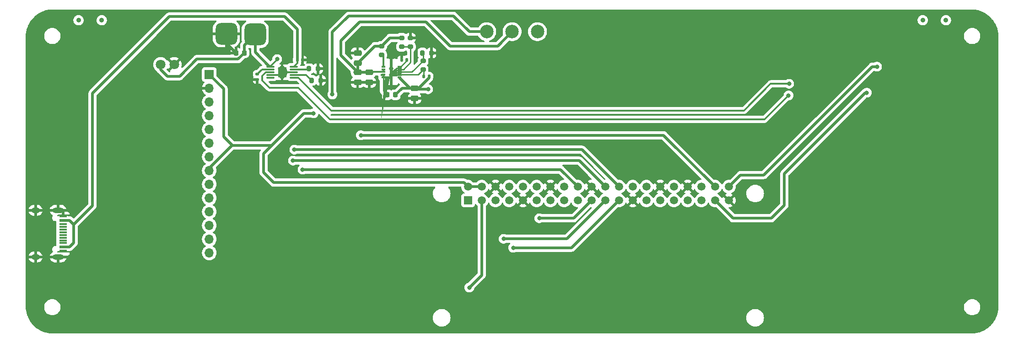
<source format=gbr>
%TF.GenerationSoftware,KiCad,Pcbnew,7.0.9*%
%TF.CreationDate,2024-03-17T17:30:52-07:00*%
%TF.ProjectId,PiEmulator,5069456d-756c-4617-946f-722e6b696361,rev?*%
%TF.SameCoordinates,Original*%
%TF.FileFunction,Copper,L2,Bot*%
%TF.FilePolarity,Positive*%
%FSLAX46Y46*%
G04 Gerber Fmt 4.6, Leading zero omitted, Abs format (unit mm)*
G04 Created by KiCad (PCBNEW 7.0.9) date 2024-03-17 17:30:52*
%MOMM*%
%LPD*%
G01*
G04 APERTURE LIST*
G04 Aperture macros list*
%AMRoundRect*
0 Rectangle with rounded corners*
0 $1 Rounding radius*
0 $2 $3 $4 $5 $6 $7 $8 $9 X,Y pos of 4 corners*
0 Add a 4 corners polygon primitive as box body*
4,1,4,$2,$3,$4,$5,$6,$7,$8,$9,$2,$3,0*
0 Add four circle primitives for the rounded corners*
1,1,$1+$1,$2,$3*
1,1,$1+$1,$4,$5*
1,1,$1+$1,$6,$7*
1,1,$1+$1,$8,$9*
0 Add four rect primitives between the rounded corners*
20,1,$1+$1,$2,$3,$4,$5,0*
20,1,$1+$1,$4,$5,$6,$7,0*
20,1,$1+$1,$6,$7,$8,$9,0*
20,1,$1+$1,$8,$9,$2,$3,0*%
%AMFreePoly0*
4,1,77,1.115355,0.835355,1.130000,0.800000,1.130000,0.770000,1.900000,0.770000,1.935355,0.755355,1.950000,0.720000,1.950000,0.520000,1.935355,0.484645,1.900000,0.470000,1.130000,0.470000,1.130000,0.360000,1.900000,0.360000,1.935355,0.345355,1.950000,0.310000,1.950000,0.110000,1.935355,0.074645,1.900000,0.060000,1.130000,0.060000,1.130000,-0.050000,1.900000,-0.050000,
1.935355,-0.064645,1.950000,-0.100000,1.950000,-0.300000,1.935355,-0.335355,1.900000,-0.350000,1.130000,-0.350000,1.130000,-0.460000,1.900000,-0.460000,1.935355,-0.474645,1.950000,-0.510000,1.950000,-0.710000,1.935355,-0.745355,1.900000,-0.760000,1.130000,-0.760000,1.130000,-0.800000,1.115355,-0.835355,1.080000,-0.850000,-1.070000,-0.850000,-1.105355,-0.835355,-1.120000,-0.800000,
-1.120000,-0.760000,-1.900000,-0.760000,-1.935355,-0.745355,-1.950000,-0.710000,-1.950000,-0.510000,-1.935355,-0.474645,-1.900000,-0.460000,-1.120000,-0.460000,-1.120000,-0.350000,-1.900000,-0.350000,-1.935355,-0.335355,-1.950000,-0.300000,-1.950000,-0.100000,-1.935355,-0.064645,-1.900000,-0.050000,-1.120000,-0.050000,-1.120000,0.060000,-1.900000,0.060000,-1.935355,0.074645,-1.950000,0.110000,
-1.950000,0.310000,-1.935355,0.345355,-1.900000,0.360000,-1.120000,0.360000,-1.120000,0.470000,-1.900000,0.470000,-1.935355,0.484645,-1.950000,0.520000,-1.950000,0.720000,-1.935355,0.755355,-1.900000,0.770000,-1.120000,0.770000,-1.120000,0.800000,-1.105355,0.835355,-1.070000,0.850000,1.080000,0.850000,1.115355,0.835355,1.115355,0.835355,$1*%
G04 Aperture macros list end*
%TA.AperFunction,ComponentPad*%
%ADD10C,0.900000*%
%TD*%
%TA.AperFunction,ComponentPad*%
%ADD11R,1.700000X1.700000*%
%TD*%
%TA.AperFunction,ComponentPad*%
%ADD12O,1.700000X1.700000*%
%TD*%
%TA.AperFunction,ComponentPad*%
%ADD13R,1.508000X1.508000*%
%TD*%
%TA.AperFunction,ComponentPad*%
%ADD14C,1.508000*%
%TD*%
%TA.AperFunction,SMDPad,CuDef*%
%ADD15RoundRect,0.135000X-0.135000X-0.185000X0.135000X-0.185000X0.135000X0.185000X-0.135000X0.185000X0*%
%TD*%
%TA.AperFunction,SMDPad,CuDef*%
%ADD16R,0.800000X0.300000*%
%TD*%
%TA.AperFunction,SMDPad,CuDef*%
%ADD17FreePoly0,90.000000*%
%TD*%
%TA.AperFunction,ComponentPad*%
%ADD18C,2.500000*%
%TD*%
%TA.AperFunction,SMDPad,CuDef*%
%ADD19R,1.450000X0.600000*%
%TD*%
%TA.AperFunction,SMDPad,CuDef*%
%ADD20R,1.450000X0.300000*%
%TD*%
%TA.AperFunction,ComponentPad*%
%ADD21O,1.600000X1.000000*%
%TD*%
%TA.AperFunction,ComponentPad*%
%ADD22O,2.100000X1.000000*%
%TD*%
%TA.AperFunction,SMDPad,CuDef*%
%ADD23RoundRect,0.250000X0.475000X-0.250000X0.475000X0.250000X-0.475000X0.250000X-0.475000X-0.250000X0*%
%TD*%
%TA.AperFunction,ComponentPad*%
%ADD24C,1.800000*%
%TD*%
%TA.AperFunction,SMDPad,CuDef*%
%ADD25RoundRect,0.075000X0.650000X0.075000X-0.650000X0.075000X-0.650000X-0.075000X0.650000X-0.075000X0*%
%TD*%
%TA.AperFunction,ComponentPad*%
%ADD26C,0.600000*%
%TD*%
%TA.AperFunction,SMDPad,CuDef*%
%ADD27R,1.570000X1.880000*%
%TD*%
%TA.AperFunction,SMDPad,CuDef*%
%ADD28RoundRect,0.200000X0.275000X-0.200000X0.275000X0.200000X-0.275000X0.200000X-0.275000X-0.200000X0*%
%TD*%
%TA.AperFunction,SMDPad,CuDef*%
%ADD29RoundRect,0.135000X0.185000X-0.135000X0.185000X0.135000X-0.185000X0.135000X-0.185000X-0.135000X0*%
%TD*%
%TA.AperFunction,SMDPad,CuDef*%
%ADD30RoundRect,1.000000X1.000000X-1.000000X1.000000X1.000000X-1.000000X1.000000X-1.000000X-1.000000X0*%
%TD*%
%TA.AperFunction,SMDPad,CuDef*%
%ADD31RoundRect,0.200000X-0.275000X0.200000X-0.275000X-0.200000X0.275000X-0.200000X0.275000X0.200000X0*%
%TD*%
%TA.AperFunction,SMDPad,CuDef*%
%ADD32RoundRect,0.250000X-0.475000X0.250000X-0.475000X-0.250000X0.475000X-0.250000X0.475000X0.250000X0*%
%TD*%
%TA.AperFunction,SMDPad,CuDef*%
%ADD33RoundRect,0.225000X0.225000X0.250000X-0.225000X0.250000X-0.225000X-0.250000X0.225000X-0.250000X0*%
%TD*%
%TA.AperFunction,SMDPad,CuDef*%
%ADD34RoundRect,0.140000X0.140000X0.170000X-0.140000X0.170000X-0.140000X-0.170000X0.140000X-0.170000X0*%
%TD*%
%TA.AperFunction,SMDPad,CuDef*%
%ADD35RoundRect,0.218750X-0.218750X-0.256250X0.218750X-0.256250X0.218750X0.256250X-0.218750X0.256250X0*%
%TD*%
%TA.AperFunction,SMDPad,CuDef*%
%ADD36RoundRect,0.140000X-0.140000X-0.170000X0.140000X-0.170000X0.140000X0.170000X-0.140000X0.170000X0*%
%TD*%
%TA.AperFunction,SMDPad,CuDef*%
%ADD37RoundRect,0.200000X-0.200000X-0.275000X0.200000X-0.275000X0.200000X0.275000X-0.200000X0.275000X0*%
%TD*%
%TA.AperFunction,SMDPad,CuDef*%
%ADD38RoundRect,0.200000X0.200000X0.275000X-0.200000X0.275000X-0.200000X-0.275000X0.200000X-0.275000X0*%
%TD*%
%TA.AperFunction,SMDPad,CuDef*%
%ADD39RoundRect,1.000000X-1.000000X1.000000X-1.000000X-1.000000X1.000000X-1.000000X1.000000X1.000000X0*%
%TD*%
%TA.AperFunction,ViaPad*%
%ADD40C,0.800000*%
%TD*%
%TA.AperFunction,Conductor*%
%ADD41C,0.500000*%
%TD*%
%TA.AperFunction,Conductor*%
%ADD42C,0.300000*%
%TD*%
%TA.AperFunction,Conductor*%
%ADD43C,0.250000*%
%TD*%
G04 APERTURE END LIST*
D10*
%TO.P,SWL1,*%
%TO.N,*%
X74475000Y-73444000D03*
X70175000Y-73444000D03*
%TD*%
%TO.P,SWR1,*%
%TO.N,*%
X230688000Y-73444000D03*
X226388000Y-73444000D03*
%TD*%
D11*
%TO.P,U2,1,VCC*%
%TO.N,+5V*%
X94375000Y-83490000D03*
D12*
%TO.P,U2,2,GND*%
%TO.N,GND*%
X94375000Y-86030000D03*
%TO.P,U2,3,CS*%
%TO.N,/CS*%
X94375000Y-88570000D03*
%TO.P,U2,4,RESET*%
%TO.N,/RESET*%
X94375000Y-91110000D03*
%TO.P,U2,5,DC/RS*%
%TO.N,/DC*%
X94375000Y-93650000D03*
%TO.P,U2,6,SOI(MOSI)*%
%TO.N,/MOSI*%
X94375000Y-96190000D03*
%TO.P,U2,7,SCK*%
%TO.N,/CLK*%
X94375000Y-98730000D03*
%TO.P,U2,8,LED*%
%TO.N,+5V*%
X94375000Y-101270000D03*
%TO.P,U2,9,SDO(MISO)*%
%TO.N,/MISO*%
X94375000Y-103810000D03*
%TO.P,U2,10,T_CLK*%
%TO.N,unconnected-(U2-T_CLK-Pad10)*%
X94375000Y-106350000D03*
%TO.P,U2,11,T_CS*%
%TO.N,unconnected-(U2-T_CS-Pad11)*%
X94375000Y-108890000D03*
%TO.P,U2,12,T_DIN*%
%TO.N,unconnected-(U2-T_DIN-Pad12)*%
X94375000Y-111430000D03*
%TO.P,U2,13,T_DO*%
%TO.N,unconnected-(U2-T_DO-Pad13)*%
X94375000Y-113970000D03*
%TO.P,U2,14,T_IRQ*%
%TO.N,unconnected-(U2-T_IRQ-Pad14)*%
X94375000Y-116510000D03*
%TD*%
D13*
%TO.P,U1,1,3V3_1*%
%TO.N,unconnected-(U1-3V3_1-Pad1)*%
X142257000Y-106802000D03*
D14*
%TO.P,U1,2,5V_1*%
%TO.N,+5V*%
X142257000Y-104262000D03*
%TO.P,U1,3,GPIO2_SDA*%
%TO.N,/Action*%
X144797000Y-106802000D03*
%TO.P,U1,4,5V_2*%
%TO.N,+5V*%
X144797000Y-104262000D03*
%TO.P,U1,5,GPIO3_SCL*%
%TO.N,/RT*%
X147337000Y-106802000D03*
%TO.P,U1,6,GND_8*%
%TO.N,GND*%
X147337000Y-104262000D03*
%TO.P,U1,7,GPIO4_GPCKL0*%
%TO.N,/LB*%
X149877000Y-106802000D03*
%TO.P,U1,8,TXD0_GPIO14*%
%TO.N,unconnected-(U1-TXD0_GPIO14-Pad8)*%
X149877000Y-104262000D03*
%TO.P,U1,9,GND_1*%
%TO.N,GND*%
X152417000Y-106802000D03*
%TO.P,U1,10,RXD0_GPIO15*%
%TO.N,unconnected-(U1-RXD0_GPIO15-Pad10)*%
X152417000Y-104262000D03*
%TO.P,U1,11,GPIO17_GEN0*%
%TO.N,/LT*%
X154957000Y-106802000D03*
%TO.P,U1,12,GPIO18*%
%TO.N,/X*%
X154957000Y-104262000D03*
%TO.P,U1,13,GPIO27_GEN2*%
%TO.N,/Right*%
X157497000Y-106802000D03*
%TO.P,U1,14,GND_4*%
%TO.N,GND*%
X157497000Y-104262000D03*
%TO.P,U1,15,GPIO22_GEN3*%
%TO.N,unconnected-(U1-GPIO22_GEN3-Pad15)*%
X160037000Y-106802000D03*
%TO.P,U1,16,GEN4_GPIO23*%
%TO.N,unconnected-(U1-GEN4_GPIO23-Pad16)*%
X160037000Y-104262000D03*
%TO.P,U1,17,3V3_2*%
%TO.N,unconnected-(U1-3V3_2-Pad17)*%
X162577000Y-106802000D03*
%TO.P,U1,18,GEN5_GPIO24*%
%TO.N,/DC*%
X162577000Y-104262000D03*
%TO.P,U1,19,GPIO10_MOSI*%
%TO.N,/MOSI*%
X165117000Y-106802000D03*
%TO.P,U1,20,GND_5*%
%TO.N,GND*%
X165117000Y-104262000D03*
%TO.P,U1,21,GPIO9_MISO*%
%TO.N,/MISO*%
X167657000Y-106802000D03*
%TO.P,U1,22,GEN_6GPIO25*%
%TO.N,/RESET*%
X167657000Y-104262000D03*
%TO.P,U1,23,GPIO11_SCLK*%
%TO.N,/CLK*%
X170197000Y-106802000D03*
%TO.P,U1,24,~{CE0}_GPIO8*%
%TO.N,/CS*%
X170197000Y-104262000D03*
%TO.P,U1,25,GND_2*%
%TO.N,GND*%
X172737000Y-106802000D03*
%TO.P,U1,26,~{CE1}_GPIO7*%
%TO.N,unconnected-(U1-~{CE1}_GPIO7-Pad26)*%
X172737000Y-104262000D03*
%TO.P,U1,27,ID_SD*%
%TO.N,unconnected-(U1-ID_SD-Pad27)*%
X175277000Y-106802000D03*
%TO.P,U1,28,ID_SC*%
%TO.N,unconnected-(U1-ID_SC-Pad28)*%
X175277000Y-104262000D03*
%TO.P,U1,29,GPIO5*%
%TO.N,/Left*%
X177817000Y-106802000D03*
%TO.P,U1,30,GND_6*%
%TO.N,GND*%
X177817000Y-104262000D03*
%TO.P,U1,31,GPIO6*%
%TO.N,/Down*%
X180357000Y-106802000D03*
%TO.P,U1,32,GPIO12*%
%TO.N,/A*%
X180357000Y-104262000D03*
%TO.P,U1,33,GPIO13*%
%TO.N,/Up*%
X182897000Y-106802000D03*
%TO.P,U1,34,GND_7*%
%TO.N,GND*%
X182897000Y-104262000D03*
%TO.P,U1,35,GPIO19*%
%TO.N,/B*%
X185437000Y-106802000D03*
%TO.P,U1,36,GPIO16*%
%TO.N,/Y*%
X185437000Y-104262000D03*
%TO.P,U1,37,GPIO26*%
%TO.N,/Start*%
X187977000Y-106802000D03*
%TO.P,U1,38,GPIO20*%
%TO.N,/Select*%
X187977000Y-104262000D03*
%TO.P,U1,39,GND_3*%
%TO.N,GND*%
X190517000Y-106802000D03*
%TO.P,U1,40,GPIO21*%
%TO.N,/RB*%
X190517000Y-104262000D03*
%TD*%
D15*
%TO.P,R9,1*%
%TO.N,Net-(U4-EN)*%
X134010500Y-83820000D03*
%TO.P,R9,2*%
%TO.N,+BATT*%
X135030500Y-83820000D03*
%TD*%
D16*
%TO.P,U4,1,SW*%
%TO.N,Net-(L1-Pad1)*%
X126565500Y-84042000D03*
%TO.P,U4,2,SW*%
X126565500Y-83542000D03*
%TO.P,U4,3,VOUT*%
%TO.N,Net-(C5-Pad2)*%
X126565500Y-83042000D03*
%TO.P,U4,4,VOUT*%
X126565500Y-82542000D03*
%TO.P,U4,5,PG*%
%TO.N,Net-(U4-PG)*%
X126565500Y-82042000D03*
%TO.P,U4,6,SS*%
%TO.N,Net-(U4-SS)*%
X129565500Y-82042000D03*
%TO.P,U4,7,FB*%
%TO.N,Net-(U4-FB)*%
X129565500Y-82542000D03*
%TO.P,U4,8,HYS*%
%TO.N,Net-(U4-HYS)*%
X129565500Y-83042000D03*
%TO.P,U4,9,EN*%
%TO.N,Net-(U4-EN)*%
X129565500Y-83542000D03*
%TO.P,U4,10,VIN*%
%TO.N,+BATT*%
X129565500Y-84042000D03*
D17*
%TO.P,U4,11,GND*%
%TO.N,GND*%
X128065500Y-83042000D03*
%TD*%
D18*
%TO.P,SW2,1,1*%
%TO.N,+5V*%
X145711000Y-75565000D03*
%TO.P,SW2,2,2*%
%TO.N,Net-(C5-Pad2)*%
X150411000Y-75565000D03*
%TO.P,SW2,3,3*%
%TO.N,unconnected-(SW2-Pad3)*%
X155111000Y-75565000D03*
%TD*%
D19*
%TO.P,J3,A1,GND*%
%TO.N,GND*%
X67310000Y-116205000D03*
%TO.P,J3,A4,VBUS*%
%TO.N,VBUS*%
X67310000Y-115405000D03*
D20*
%TO.P,J3,A5,CC1*%
%TO.N,unconnected-(J3-CC1-PadA5)*%
X67310000Y-114205000D03*
%TO.P,J3,A6,D+*%
%TO.N,unconnected-(J3-D+-PadA6)*%
X67310000Y-113205000D03*
%TO.P,J3,A7,D-*%
%TO.N,unconnected-(J3-D--PadA7)*%
X67310000Y-112705000D03*
%TO.P,J3,A8,SBU1*%
%TO.N,unconnected-(J3-SBU1-PadA8)*%
X67310000Y-111705000D03*
D19*
%TO.P,J3,A9,VBUS*%
%TO.N,VBUS*%
X67310000Y-110505000D03*
%TO.P,J3,A12,GND*%
%TO.N,GND*%
X67310000Y-109705000D03*
%TO.P,J3,B1,GND*%
X67310000Y-109705000D03*
%TO.P,J3,B4,VBUS*%
%TO.N,VBUS*%
X67310000Y-110505000D03*
D20*
%TO.P,J3,B5,CC2*%
%TO.N,unconnected-(J3-CC2-PadB5)*%
X67310000Y-111205000D03*
%TO.P,J3,B6,D+*%
%TO.N,unconnected-(J3-D+-PadB6)*%
X67310000Y-112205000D03*
%TO.P,J3,B7,D-*%
%TO.N,unconnected-(J3-D--PadB7)*%
X67310000Y-113705000D03*
%TO.P,J3,B8,SBU2*%
%TO.N,unconnected-(J3-SBU2-PadB8)*%
X67310000Y-114705000D03*
D19*
%TO.P,J3,B9,VBUS*%
%TO.N,VBUS*%
X67310000Y-115405000D03*
%TO.P,J3,B12,GND*%
%TO.N,GND*%
X67310000Y-116205000D03*
D21*
%TO.P,J3,S1,SHIELD*%
X62215000Y-117275000D03*
D22*
X66395000Y-117275000D03*
D21*
X62215000Y-108635000D03*
D22*
X66395000Y-108635000D03*
%TD*%
D23*
%TO.P,C6,1*%
%TO.N,GND*%
X121818500Y-84963000D03*
%TO.P,C6,2*%
%TO.N,Net-(C5-Pad2)*%
X121818500Y-83063000D03*
%TD*%
D24*
%TO.P,U5,1,1*%
%TO.N,+BATT*%
X85384000Y-81661000D03*
%TO.P,U5,2,2*%
%TO.N,GND*%
X87884000Y-81661000D03*
%TD*%
D25*
%TO.P,U3,1,IN*%
%TO.N,VBUS*%
X109996000Y-82063000D03*
%TO.P,U3,2,ISET*%
%TO.N,Net-(U3-ISET)*%
X109996000Y-82563000D03*
%TO.P,U3,3,VSS*%
%TO.N,GND*%
X109996000Y-83063000D03*
%TO.P,U3,4,PRETERM*%
%TO.N,Net-(U3-PRETERM)*%
X109996000Y-83563000D03*
%TO.P,U3,5,~{PG}*%
%TO.N,Net-(D1-K)*%
X109996000Y-84063000D03*
%TO.P,U3,6,NC*%
%TO.N,unconnected-(U3-NC-Pad6)*%
X105696000Y-84063000D03*
%TO.P,U3,7,ISET2*%
%TO.N,GND*%
X105696000Y-83563000D03*
%TO.P,U3,8,~{CHG}*%
%TO.N,Net-(D2-K)*%
X105696000Y-83063000D03*
%TO.P,U3,9,TS*%
%TO.N,Net-(U3-TS)*%
X105696000Y-82563000D03*
%TO.P,U3,10,OUT*%
%TO.N,+BATT*%
X105696000Y-82063000D03*
D26*
%TO.P,U3,11,VSS*%
%TO.N,GND*%
X108331000Y-83703000D03*
X108331000Y-82423000D03*
D27*
X107846000Y-83063000D03*
D26*
X107361000Y-83703000D03*
X107361000Y-82423000D03*
%TD*%
D28*
%TO.P,R10,1*%
%TO.N,Net-(U4-EN)*%
X133948500Y-82613000D03*
%TO.P,R10,2*%
%TO.N,Net-(U4-HYS)*%
X133948500Y-80963000D03*
%TD*%
D29*
%TO.P,R5,1*%
%TO.N,GND*%
X103251000Y-84455000D03*
%TO.P,R5,2*%
%TO.N,Net-(U3-TS)*%
X103251000Y-83435000D03*
%TD*%
D23*
%TO.P,C5,1*%
%TO.N,GND*%
X123977500Y-84963000D03*
%TO.P,C5,2*%
%TO.N,Net-(C5-Pad2)*%
X123977500Y-83063000D03*
%TD*%
D30*
%TO.P,J1,1,Pin_1*%
%TO.N,+BATT*%
X102883000Y-76086000D03*
%TD*%
D31*
%TO.P,R6,1*%
%TO.N,Net-(C5-Pad2)*%
X129946500Y-76709000D03*
%TO.P,R6,2*%
%TO.N,Net-(U4-FB)*%
X129946500Y-78359000D03*
%TD*%
D32*
%TO.P,C3,1*%
%TO.N,+BATT*%
X132359500Y-86045000D03*
%TO.P,C3,2*%
%TO.N,GND*%
X132359500Y-87945000D03*
%TD*%
D28*
%TO.P,R7,1*%
%TO.N,Net-(U4-FB)*%
X131597500Y-78359000D03*
%TO.P,R7,2*%
%TO.N,GND*%
X131597500Y-76709000D03*
%TD*%
D33*
%TO.P,C2,1*%
%TO.N,+BATT*%
X100851000Y-79502000D03*
%TO.P,C2,2*%
%TO.N,GND*%
X99301000Y-79502000D03*
%TD*%
D32*
%TO.P,C7,1*%
%TO.N,GND*%
X121818500Y-79507000D03*
%TO.P,C7,2*%
%TO.N,Net-(C5-Pad2)*%
X121818500Y-81407000D03*
%TD*%
D34*
%TO.P,C4,1*%
%TO.N,Net-(U4-SS)*%
X130934500Y-80772000D03*
%TO.P,C4,2*%
%TO.N,GND*%
X129974500Y-80772000D03*
%TD*%
D35*
%TO.P,L1,1,1*%
%TO.N,Net-(L1-Pad1)*%
X127254000Y-87249000D03*
%TO.P,L1,2,2*%
%TO.N,+BATT*%
X128829000Y-87249000D03*
%TD*%
D36*
%TO.P,C1,1*%
%TO.N,VBUS*%
X110645000Y-80772000D03*
%TO.P,C1,2*%
%TO.N,GND*%
X111605000Y-80772000D03*
%TD*%
D37*
%TO.P,R2,1*%
%TO.N,Net-(U3-PRETERM)*%
X113348000Y-84582000D03*
%TO.P,R2,2*%
%TO.N,GND*%
X114998000Y-84582000D03*
%TD*%
D28*
%TO.P,R8,1*%
%TO.N,Net-(U4-PG)*%
X126263500Y-79883000D03*
%TO.P,R8,2*%
%TO.N,Net-(C5-Pad2)*%
X126263500Y-78233000D03*
%TD*%
D38*
%TO.P,R11,1*%
%TO.N,GND*%
X135472500Y-79518000D03*
%TO.P,R11,2*%
%TO.N,Net-(U4-HYS)*%
X133822500Y-79518000D03*
%TD*%
D37*
%TO.P,R1,1*%
%TO.N,Net-(U3-ISET)*%
X112840000Y-82423000D03*
%TO.P,R1,2*%
%TO.N,GND*%
X114490000Y-82423000D03*
%TD*%
D39*
%TO.P,J2,1,Pin_1*%
%TO.N,GND*%
X97549000Y-75959000D03*
%TD*%
D40*
%TO.N,+BATT*%
X106934000Y-80645000D03*
X134874000Y-86233000D03*
%TO.N,/RB*%
X217932000Y-82042000D03*
%TO.N,GND*%
X137795000Y-75184000D03*
X128016000Y-82423000D03*
X75057000Y-99568000D03*
X228473000Y-83185000D03*
X214122000Y-93726000D03*
X78486000Y-117475000D03*
X103378000Y-85725000D03*
X213741000Y-75057000D03*
X140462000Y-82931000D03*
X64516000Y-85471000D03*
X235458000Y-93345000D03*
X167386000Y-80391000D03*
X223774000Y-105791000D03*
X169037000Y-113284000D03*
X121666000Y-87757000D03*
X84582000Y-92456000D03*
X128905000Y-106172000D03*
X128016000Y-83566000D03*
%TO.N,/DC*%
X111633000Y-101092000D03*
%TO.N,/MOSI*%
X155448000Y-110109000D03*
%TO.N,/MISO*%
X148844000Y-113919000D03*
%TO.N,/RESET*%
X109855000Y-99441000D03*
%TO.N,/CLK*%
X150622000Y-115570000D03*
%TO.N,/CS*%
X110109000Y-97409000D03*
%TO.N,/Action*%
X142494000Y-122936000D03*
%TO.N,/Select*%
X122428000Y-94742000D03*
%TO.N,/Start*%
X216027000Y-86868000D03*
%TO.N,Net-(D1-K)*%
X201676000Y-85217000D03*
%TO.N,Net-(D2-K)*%
X201549000Y-87376000D03*
%TO.N,+5V*%
X117157500Y-87185500D03*
X113665000Y-90678000D03*
%TD*%
D41*
%TO.N,+BATT*%
X102883000Y-76086000D02*
X102883000Y-79388000D01*
D42*
X105696000Y-81963000D02*
X106934000Y-80725000D01*
D41*
X100851000Y-79502000D02*
X100851000Y-78118000D01*
X100851000Y-79502000D02*
X99708000Y-80645000D01*
X132359500Y-86045000D02*
X131468500Y-86045000D01*
X132359500Y-86045000D02*
X130033000Y-86045000D01*
X99708000Y-80645000D02*
X92075000Y-80645000D01*
D42*
X105431000Y-82063000D02*
X105696000Y-82063000D01*
D41*
X85384000Y-82590000D02*
X85384000Y-81661000D01*
X130033000Y-86045000D02*
X128829000Y-87249000D01*
X133084500Y-86045000D02*
X135030500Y-84099000D01*
X105458000Y-81963000D02*
X105696000Y-81963000D01*
X100851000Y-78118000D02*
X102883000Y-76086000D01*
X86614000Y-83820000D02*
X85384000Y-82590000D01*
X135030500Y-84099000D02*
X135030500Y-83820000D01*
D42*
X106934000Y-80725000D02*
X106934000Y-80645000D01*
D41*
X132547500Y-86233000D02*
X132359500Y-86045000D01*
X88900000Y-83820000D02*
X86614000Y-83820000D01*
X92075000Y-80645000D02*
X88900000Y-83820000D01*
X131468500Y-86045000D02*
X129565500Y-84142000D01*
X132359500Y-86045000D02*
X133084500Y-86045000D01*
X102883000Y-79388000D02*
X105458000Y-81963000D01*
X134874000Y-86233000D02*
X132547500Y-86233000D01*
%TO.N,/RB*%
X192671000Y-102108000D02*
X190517000Y-104262000D01*
X217932000Y-82042000D02*
X217043000Y-82042000D01*
X196977000Y-102108000D02*
X192671000Y-102108000D01*
X217043000Y-82042000D02*
X196977000Y-102108000D01*
D42*
%TO.N,GND*%
X109996000Y-83063000D02*
X107846000Y-83063000D01*
X105696000Y-83563000D02*
X107346000Y-83563000D01*
D41*
X97549000Y-75959000D02*
X97549000Y-77750000D01*
D42*
X103251000Y-85598000D02*
X103378000Y-85725000D01*
X107346000Y-83563000D02*
X107846000Y-83063000D01*
D41*
X97549000Y-77750000D02*
X99301000Y-79502000D01*
D42*
X103251000Y-84455000D02*
X103251000Y-85598000D01*
D41*
%TO.N,/DC*%
X159407000Y-101092000D02*
X162577000Y-104262000D01*
X111633000Y-101092000D02*
X159407000Y-101092000D01*
%TO.N,/MOSI*%
X155448000Y-110109000D02*
X161810000Y-110109000D01*
X161810000Y-110109000D02*
X165117000Y-106802000D01*
%TO.N,/MISO*%
X160540000Y-113919000D02*
X167657000Y-106802000D01*
X148844000Y-113919000D02*
X160540000Y-113919000D01*
%TO.N,/RESET*%
X162836000Y-99441000D02*
X167657000Y-104262000D01*
X109855000Y-99441000D02*
X162836000Y-99441000D01*
%TO.N,/CLK*%
X150622000Y-115570000D02*
X161429000Y-115570000D01*
X161429000Y-115570000D02*
X170197000Y-106802000D01*
%TO.N,/CS*%
X163344000Y-97409000D02*
X170197000Y-104262000D01*
X110109000Y-97409000D02*
X163344000Y-97409000D01*
%TO.N,/Action*%
X142494000Y-122936000D02*
X144780000Y-120650000D01*
X144780000Y-120650000D02*
X144780000Y-106819000D01*
X144780000Y-106819000D02*
X144797000Y-106802000D01*
%TO.N,/Select*%
X122428000Y-94742000D02*
X178457000Y-94742000D01*
X178457000Y-94742000D02*
X187977000Y-104262000D01*
%TO.N,/Start*%
X215773000Y-86868000D02*
X200787000Y-101854000D01*
X191284000Y-110109000D02*
X187977000Y-106802000D01*
X216027000Y-86868000D02*
X215773000Y-86868000D01*
X198374000Y-110109000D02*
X191284000Y-110109000D01*
X200787000Y-101854000D02*
X200787000Y-107696000D01*
X200787000Y-107696000D02*
X198374000Y-110109000D01*
%TO.N,VBUS*%
X110673000Y-75113000D02*
X108331000Y-72771000D01*
X72771000Y-107771000D02*
X69286000Y-111256000D01*
X86995000Y-72771000D02*
X72771000Y-86995000D01*
X68535000Y-115405000D02*
X69286000Y-114654000D01*
X110673000Y-80899000D02*
X110673000Y-75113000D01*
D42*
X110673000Y-81386000D02*
X110673000Y-80899000D01*
D41*
X68535000Y-110505000D02*
X67310000Y-110505000D01*
X67310000Y-115405000D02*
X68535000Y-115405000D01*
D42*
X109996000Y-82063000D02*
X110673000Y-81386000D01*
D41*
X69286000Y-111256000D02*
X68535000Y-110505000D01*
X69286000Y-114654000D02*
X69286000Y-111256000D01*
X72771000Y-86995000D02*
X72771000Y-107771000D01*
X108331000Y-72771000D02*
X86995000Y-72771000D01*
D42*
%TO.N,Net-(U3-ISET)*%
X109996000Y-82563000D02*
X112700000Y-82563000D01*
X112700000Y-82563000D02*
X112840000Y-82423000D01*
%TO.N,Net-(U3-PRETERM)*%
X109996000Y-83563000D02*
X112329000Y-83563000D01*
X112329000Y-83563000D02*
X113348000Y-84582000D01*
%TO.N,Net-(D1-K)*%
X109996000Y-84063000D02*
X110860000Y-84063000D01*
X110860000Y-84063000D02*
X116967000Y-90170000D01*
X198247000Y-85217000D02*
X201676000Y-85217000D01*
X193294000Y-90170000D02*
X198247000Y-85217000D01*
X116967000Y-90170000D02*
X193294000Y-90170000D01*
%TO.N,Net-(D2-K)*%
X197104000Y-91821000D02*
X201549000Y-87376000D01*
X104867880Y-83063000D02*
X104140000Y-83790880D01*
X104140000Y-84582000D02*
X105537000Y-85979000D01*
X105696000Y-83063000D02*
X104867880Y-83063000D01*
X116713000Y-91821000D02*
X197104000Y-91821000D01*
X105537000Y-85979000D02*
X110871000Y-85979000D01*
X110871000Y-85979000D02*
X116713000Y-91821000D01*
X104140000Y-83790880D02*
X104140000Y-84582000D01*
%TO.N,Net-(U3-TS)*%
X104123000Y-82563000D02*
X105696000Y-82563000D01*
X103251000Y-83435000D02*
X104123000Y-82563000D01*
D43*
%TO.N,Net-(U4-SS)*%
X130934500Y-80923000D02*
X130934500Y-80772000D01*
X129815500Y-82042000D02*
X130934500Y-80923000D01*
X129565500Y-82042000D02*
X129815500Y-82042000D01*
D41*
%TO.N,+5V*%
X142257000Y-104262000D02*
X141503000Y-103508000D01*
X117157500Y-75628500D02*
X120142000Y-72644000D01*
X142494000Y-75565000D02*
X145711000Y-75565000D01*
X94375000Y-101270000D02*
X94375000Y-100824000D01*
X98679000Y-96647000D02*
X97028000Y-94996000D01*
X94375000Y-100824000D02*
X98552000Y-96647000D01*
X98679000Y-96647000D02*
X105918000Y-96647000D01*
X141503000Y-103508000D02*
X106302000Y-103508000D01*
X104394000Y-98171000D02*
X105918000Y-96647000D01*
X97028000Y-94996000D02*
X97028000Y-86143000D01*
X120142000Y-72644000D02*
X139573000Y-72644000D01*
X144797000Y-104262000D02*
X142257000Y-104262000D01*
X117157500Y-87185500D02*
X117157500Y-75628500D01*
X106302000Y-103508000D02*
X104394000Y-101600000D01*
X104394000Y-101600000D02*
X104394000Y-98171000D01*
X111887000Y-90678000D02*
X105918000Y-96647000D01*
X97028000Y-86143000D02*
X94375000Y-83490000D01*
X139573000Y-72644000D02*
X142494000Y-75565000D01*
X113665000Y-90678000D02*
X111887000Y-90678000D01*
X98552000Y-96647000D02*
X98679000Y-96647000D01*
D43*
%TO.N,Net-(L1-Pad1)*%
X127254000Y-87249000D02*
X126565500Y-86560500D01*
D42*
X126565500Y-84042000D02*
X126565500Y-83542000D01*
D43*
X126565500Y-86560500D02*
X126565500Y-84042000D01*
%TO.N,Net-(U4-FB)*%
X129565500Y-82542000D02*
X130315500Y-82542000D01*
X130315500Y-82542000D02*
X131597500Y-81260000D01*
X131597500Y-81260000D02*
X131597500Y-78359000D01*
X131597500Y-78359000D02*
X129946500Y-78359000D01*
D42*
%TO.N,Net-(U4-PG)*%
X126565500Y-80185000D02*
X126263500Y-79883000D01*
X126565500Y-82042000D02*
X126565500Y-80185000D01*
D43*
%TO.N,Net-(U4-EN)*%
X133019500Y-83542000D02*
X129565500Y-83542000D01*
X134010500Y-82675000D02*
X133948500Y-82613000D01*
X133948500Y-82613000D02*
X133019500Y-83542000D01*
X134010500Y-83820000D02*
X134010500Y-82675000D01*
%TO.N,Net-(U4-HYS)*%
X133948500Y-80963000D02*
X133948500Y-79644000D01*
X133948500Y-79644000D02*
X133822500Y-79518000D01*
X131869500Y-83042000D02*
X129565500Y-83042000D01*
X133948500Y-80963000D02*
X131869500Y-83042000D01*
D41*
%TO.N,Net-(C5-Pad2)*%
X126263500Y-78233000D02*
X124992500Y-78233000D01*
X121818500Y-83063000D02*
X118745000Y-79989500D01*
D42*
X123998500Y-83042000D02*
X123977500Y-83063000D01*
X124149500Y-83235000D02*
X123977500Y-83063000D01*
D41*
X118745000Y-79989500D02*
X118745000Y-77216000D01*
X147744000Y-78232000D02*
X150411000Y-75565000D01*
X122213000Y-73748000D02*
X134454000Y-73748000D01*
X118745000Y-77216000D02*
X122213000Y-73748000D01*
X127787500Y-76709000D02*
X126263500Y-78233000D01*
D42*
X126565500Y-83042000D02*
X126565500Y-82542000D01*
D41*
X124992500Y-78233000D02*
X121818500Y-81407000D01*
X138938000Y-78232000D02*
X147744000Y-78232000D01*
X121280000Y-83063000D02*
X121818500Y-83063000D01*
X123977500Y-83063000D02*
X121818500Y-83063000D01*
X121818500Y-81407000D02*
X121818500Y-83063000D01*
X129946500Y-76709000D02*
X127787500Y-76709000D01*
D42*
X126565500Y-83042000D02*
X123998500Y-83042000D01*
D41*
X134454000Y-73748000D02*
X138938000Y-78232000D01*
%TD*%
%TA.AperFunction,Conductor*%
%TO.N,GND*%
G36*
X151214864Y-104696502D02*
G01*
X151259381Y-104747878D01*
X151279842Y-104791757D01*
X151326419Y-104891642D01*
X151326423Y-104891650D01*
X151452322Y-105071452D01*
X151452327Y-105071458D01*
X151607541Y-105226672D01*
X151607547Y-105226677D01*
X151787349Y-105352576D01*
X151787351Y-105352577D01*
X151787354Y-105352579D01*
X151890513Y-105400682D01*
X151931710Y-105419893D01*
X151984150Y-105466065D01*
X152003302Y-105533258D01*
X151983086Y-105600140D01*
X151931712Y-105644657D01*
X151787600Y-105711858D01*
X151724555Y-105756001D01*
X152284467Y-106315913D01*
X152274685Y-106317320D01*
X152143900Y-106377048D01*
X152035239Y-106471202D01*
X151957507Y-106592156D01*
X151933922Y-106672476D01*
X151371001Y-106109555D01*
X151326858Y-106172600D01*
X151259657Y-106316712D01*
X151213484Y-106369151D01*
X151146290Y-106388302D01*
X151079409Y-106368086D01*
X151034893Y-106316710D01*
X151014156Y-106272239D01*
X150967579Y-106172354D01*
X150967577Y-106172351D01*
X150967576Y-106172349D01*
X150841677Y-105992547D01*
X150841672Y-105992541D01*
X150686458Y-105837327D01*
X150686452Y-105837322D01*
X150506650Y-105711423D01*
X150506642Y-105711419D01*
X150446497Y-105683373D01*
X150362878Y-105644381D01*
X150310439Y-105598210D01*
X150291287Y-105531017D01*
X150311502Y-105464136D01*
X150362879Y-105419618D01*
X150363471Y-105419342D01*
X150506646Y-105352579D01*
X150686457Y-105226674D01*
X150841674Y-105071457D01*
X150967579Y-104891646D01*
X151034618Y-104747878D01*
X151080790Y-104695439D01*
X151147983Y-104676287D01*
X151214864Y-104696502D01*
G37*
%TD.AperFunction*%
%TA.AperFunction,Conductor*%
G36*
X171534864Y-104696502D02*
G01*
X171579381Y-104747878D01*
X171599842Y-104791757D01*
X171646419Y-104891642D01*
X171646423Y-104891650D01*
X171772322Y-105071452D01*
X171772327Y-105071458D01*
X171927541Y-105226672D01*
X171927547Y-105226677D01*
X172107349Y-105352576D01*
X172107351Y-105352577D01*
X172107354Y-105352579D01*
X172210513Y-105400682D01*
X172251710Y-105419893D01*
X172304150Y-105466065D01*
X172323302Y-105533258D01*
X172303086Y-105600140D01*
X172251712Y-105644657D01*
X172107600Y-105711858D01*
X172044555Y-105756001D01*
X172604467Y-106315913D01*
X172594685Y-106317320D01*
X172463900Y-106377048D01*
X172355239Y-106471202D01*
X172277507Y-106592156D01*
X172253922Y-106672476D01*
X171691001Y-106109555D01*
X171646858Y-106172600D01*
X171579657Y-106316712D01*
X171533484Y-106369151D01*
X171466290Y-106388302D01*
X171399409Y-106368086D01*
X171354893Y-106316710D01*
X171334156Y-106272239D01*
X171287579Y-106172354D01*
X171287577Y-106172351D01*
X171287576Y-106172349D01*
X171161677Y-105992547D01*
X171161672Y-105992541D01*
X171006458Y-105837327D01*
X171006452Y-105837322D01*
X170826650Y-105711423D01*
X170826642Y-105711419D01*
X170766497Y-105683373D01*
X170682878Y-105644381D01*
X170630439Y-105598210D01*
X170611287Y-105531017D01*
X170631502Y-105464136D01*
X170682879Y-105419618D01*
X170683471Y-105419342D01*
X170826646Y-105352579D01*
X171006457Y-105226674D01*
X171161674Y-105071457D01*
X171287579Y-104891646D01*
X171354618Y-104747878D01*
X171400790Y-104695439D01*
X171467983Y-104676287D01*
X171534864Y-104696502D01*
G37*
%TD.AperFunction*%
%TA.AperFunction,Conductor*%
G36*
X189314864Y-104696502D02*
G01*
X189359381Y-104747878D01*
X189379842Y-104791757D01*
X189426419Y-104891642D01*
X189426423Y-104891650D01*
X189552322Y-105071452D01*
X189552327Y-105071458D01*
X189707541Y-105226672D01*
X189707547Y-105226677D01*
X189887349Y-105352576D01*
X189887351Y-105352577D01*
X189887354Y-105352579D01*
X189990513Y-105400682D01*
X190031710Y-105419893D01*
X190084150Y-105466065D01*
X190103302Y-105533258D01*
X190083086Y-105600140D01*
X190031712Y-105644657D01*
X189887600Y-105711858D01*
X189824555Y-105756001D01*
X190384467Y-106315913D01*
X190374685Y-106317320D01*
X190243900Y-106377048D01*
X190135239Y-106471202D01*
X190057507Y-106592156D01*
X190033922Y-106672476D01*
X189471001Y-106109555D01*
X189426858Y-106172600D01*
X189359657Y-106316712D01*
X189313484Y-106369151D01*
X189246290Y-106388302D01*
X189179409Y-106368086D01*
X189134893Y-106316710D01*
X189114156Y-106272239D01*
X189067579Y-106172354D01*
X189067577Y-106172351D01*
X189067576Y-106172349D01*
X188941677Y-105992547D01*
X188941672Y-105992541D01*
X188786458Y-105837327D01*
X188786452Y-105837322D01*
X188606650Y-105711423D01*
X188606642Y-105711419D01*
X188546497Y-105683373D01*
X188462878Y-105644381D01*
X188410439Y-105598210D01*
X188391287Y-105531017D01*
X188411502Y-105464136D01*
X188462879Y-105419618D01*
X188463471Y-105419342D01*
X188606646Y-105352579D01*
X188786457Y-105226674D01*
X188941674Y-105071457D01*
X189067579Y-104891646D01*
X189134618Y-104747878D01*
X189180790Y-104695439D01*
X189247983Y-104676287D01*
X189314864Y-104696502D01*
G37*
%TD.AperFunction*%
%TA.AperFunction,Conductor*%
G36*
X153754864Y-104696502D02*
G01*
X153799381Y-104747878D01*
X153819842Y-104791757D01*
X153866419Y-104891642D01*
X153866423Y-104891650D01*
X153992322Y-105071452D01*
X153992327Y-105071458D01*
X154147541Y-105226672D01*
X154147547Y-105226677D01*
X154327349Y-105352576D01*
X154327351Y-105352577D01*
X154327354Y-105352579D01*
X154411963Y-105392032D01*
X154471120Y-105419618D01*
X154523560Y-105465790D01*
X154542712Y-105532983D01*
X154522496Y-105599865D01*
X154471120Y-105644382D01*
X154327357Y-105711419D01*
X154327349Y-105711423D01*
X154147547Y-105837322D01*
X154147541Y-105837327D01*
X153992327Y-105992541D01*
X153992322Y-105992547D01*
X153866423Y-106172349D01*
X153866421Y-106172353D01*
X153799106Y-106316711D01*
X153752933Y-106369150D01*
X153685740Y-106388302D01*
X153618859Y-106368086D01*
X153574342Y-106316711D01*
X153507144Y-106172606D01*
X153507143Y-106172604D01*
X153462996Y-106109556D01*
X153462996Y-106109555D01*
X152900076Y-106672475D01*
X152876493Y-106592156D01*
X152798761Y-106471202D01*
X152690100Y-106377048D01*
X152559315Y-106317320D01*
X152549533Y-106315913D01*
X153109443Y-105756003D01*
X153109442Y-105756002D01*
X153046395Y-105711856D01*
X153046393Y-105711855D01*
X152902288Y-105644657D01*
X152849849Y-105598484D01*
X152830697Y-105531291D01*
X152850913Y-105464409D01*
X152902288Y-105419893D01*
X153046646Y-105352579D01*
X153226457Y-105226674D01*
X153381674Y-105071457D01*
X153507579Y-104891646D01*
X153574618Y-104747878D01*
X153620790Y-104695439D01*
X153687983Y-104676287D01*
X153754864Y-104696502D01*
G37*
%TD.AperFunction*%
%TA.AperFunction,Conductor*%
G36*
X174074864Y-104696502D02*
G01*
X174119381Y-104747878D01*
X174139842Y-104791757D01*
X174186419Y-104891642D01*
X174186423Y-104891650D01*
X174312322Y-105071452D01*
X174312327Y-105071458D01*
X174467541Y-105226672D01*
X174467547Y-105226677D01*
X174647349Y-105352576D01*
X174647351Y-105352577D01*
X174647354Y-105352579D01*
X174731963Y-105392032D01*
X174791120Y-105419618D01*
X174843560Y-105465790D01*
X174862712Y-105532983D01*
X174842496Y-105599865D01*
X174791120Y-105644382D01*
X174647357Y-105711419D01*
X174647349Y-105711423D01*
X174467547Y-105837322D01*
X174467541Y-105837327D01*
X174312327Y-105992541D01*
X174312322Y-105992547D01*
X174186423Y-106172349D01*
X174186421Y-106172353D01*
X174119106Y-106316711D01*
X174072933Y-106369150D01*
X174005740Y-106388302D01*
X173938859Y-106368086D01*
X173894342Y-106316711D01*
X173827144Y-106172606D01*
X173827143Y-106172604D01*
X173782996Y-106109556D01*
X173782996Y-106109555D01*
X173220076Y-106672475D01*
X173196493Y-106592156D01*
X173118761Y-106471202D01*
X173010100Y-106377048D01*
X172879315Y-106317320D01*
X172869533Y-106315913D01*
X173429443Y-105756003D01*
X173429442Y-105756002D01*
X173366395Y-105711856D01*
X173366393Y-105711855D01*
X173222288Y-105644657D01*
X173169849Y-105598484D01*
X173150697Y-105531291D01*
X173170913Y-105464409D01*
X173222288Y-105419893D01*
X173366646Y-105352579D01*
X173546457Y-105226674D01*
X173701674Y-105071457D01*
X173827579Y-104891646D01*
X173894618Y-104747878D01*
X173940790Y-104695439D01*
X174007983Y-104676287D01*
X174074864Y-104696502D01*
G37*
%TD.AperFunction*%
%TA.AperFunction,Conductor*%
G36*
X146877507Y-104471844D02*
G01*
X146955239Y-104592798D01*
X147063900Y-104686952D01*
X147194685Y-104746680D01*
X147204466Y-104748086D01*
X146644555Y-105307996D01*
X146707604Y-105352143D01*
X146707606Y-105352144D01*
X146851711Y-105419342D01*
X146904150Y-105465515D01*
X146923302Y-105532708D01*
X146903086Y-105599589D01*
X146851711Y-105644106D01*
X146707353Y-105711421D01*
X146707349Y-105711423D01*
X146527547Y-105837322D01*
X146527541Y-105837327D01*
X146372327Y-105992541D01*
X146372322Y-105992547D01*
X146246423Y-106172349D01*
X146246419Y-106172357D01*
X146179382Y-106316120D01*
X146133210Y-106368560D01*
X146066017Y-106387712D01*
X145999135Y-106367496D01*
X145954618Y-106316120D01*
X145927032Y-106256963D01*
X145887579Y-106172354D01*
X145887577Y-106172351D01*
X145887576Y-106172349D01*
X145761677Y-105992547D01*
X145761672Y-105992541D01*
X145606458Y-105837327D01*
X145606452Y-105837322D01*
X145426650Y-105711423D01*
X145426642Y-105711419D01*
X145366497Y-105683373D01*
X145282878Y-105644381D01*
X145230439Y-105598210D01*
X145211287Y-105531017D01*
X145231502Y-105464136D01*
X145282879Y-105419618D01*
X145283471Y-105419342D01*
X145426646Y-105352579D01*
X145606457Y-105226674D01*
X145761674Y-105071457D01*
X145887579Y-104891646D01*
X145954893Y-104747288D01*
X146001065Y-104694849D01*
X146068258Y-104675697D01*
X146135139Y-104695912D01*
X146179657Y-104747288D01*
X146246855Y-104891393D01*
X146246856Y-104891395D01*
X146291002Y-104954442D01*
X146291003Y-104954443D01*
X146853922Y-104391523D01*
X146877507Y-104471844D01*
G37*
%TD.AperFunction*%
%TA.AperFunction,Conductor*%
G36*
X148382996Y-104954443D02*
G01*
X148427146Y-104891390D01*
X148494342Y-104747289D01*
X148540514Y-104694849D01*
X148607707Y-104675697D01*
X148674589Y-104695913D01*
X148719106Y-104747288D01*
X148786421Y-104891646D01*
X148786423Y-104891650D01*
X148912322Y-105071452D01*
X148912327Y-105071458D01*
X149067541Y-105226672D01*
X149067547Y-105226677D01*
X149247349Y-105352576D01*
X149247351Y-105352577D01*
X149247354Y-105352579D01*
X149331963Y-105392032D01*
X149391120Y-105419618D01*
X149443560Y-105465790D01*
X149462712Y-105532983D01*
X149442496Y-105599865D01*
X149391120Y-105644382D01*
X149247357Y-105711419D01*
X149247349Y-105711423D01*
X149067547Y-105837322D01*
X149067541Y-105837327D01*
X148912327Y-105992541D01*
X148912322Y-105992547D01*
X148786423Y-106172349D01*
X148786419Y-106172357D01*
X148719382Y-106316120D01*
X148673210Y-106368560D01*
X148606017Y-106387712D01*
X148539135Y-106367496D01*
X148494618Y-106316120D01*
X148467032Y-106256963D01*
X148427579Y-106172354D01*
X148427577Y-106172351D01*
X148427576Y-106172349D01*
X148301677Y-105992547D01*
X148301672Y-105992541D01*
X148146458Y-105837327D01*
X148146452Y-105837322D01*
X147966650Y-105711423D01*
X147966646Y-105711421D01*
X147822288Y-105644106D01*
X147769849Y-105597934D01*
X147750697Y-105530740D01*
X147770913Y-105463859D01*
X147822289Y-105419342D01*
X147966390Y-105352146D01*
X148029443Y-105307996D01*
X147469534Y-104748086D01*
X147479315Y-104746680D01*
X147610100Y-104686952D01*
X147718761Y-104592798D01*
X147796493Y-104471844D01*
X147820076Y-104391523D01*
X148382996Y-104954443D01*
G37*
%TD.AperFunction*%
%TA.AperFunction,Conductor*%
G36*
X157037507Y-104471844D02*
G01*
X157115239Y-104592798D01*
X157223900Y-104686952D01*
X157354685Y-104746680D01*
X157364466Y-104748086D01*
X156804555Y-105307996D01*
X156867604Y-105352143D01*
X156867606Y-105352144D01*
X157011711Y-105419342D01*
X157064150Y-105465515D01*
X157083302Y-105532708D01*
X157063086Y-105599589D01*
X157011711Y-105644106D01*
X156867353Y-105711421D01*
X156867349Y-105711423D01*
X156687547Y-105837322D01*
X156687541Y-105837327D01*
X156532327Y-105992541D01*
X156532322Y-105992547D01*
X156406423Y-106172349D01*
X156406419Y-106172357D01*
X156339382Y-106316120D01*
X156293210Y-106368560D01*
X156226017Y-106387712D01*
X156159135Y-106367496D01*
X156114618Y-106316120D01*
X156087032Y-106256963D01*
X156047579Y-106172354D01*
X156047577Y-106172351D01*
X156047576Y-106172349D01*
X155921677Y-105992547D01*
X155921672Y-105992541D01*
X155766458Y-105837327D01*
X155766452Y-105837322D01*
X155586650Y-105711423D01*
X155586642Y-105711419D01*
X155526497Y-105683373D01*
X155442878Y-105644381D01*
X155390439Y-105598210D01*
X155371287Y-105531017D01*
X155391502Y-105464136D01*
X155442879Y-105419618D01*
X155443471Y-105419342D01*
X155586646Y-105352579D01*
X155766457Y-105226674D01*
X155921674Y-105071457D01*
X156047579Y-104891646D01*
X156114893Y-104747288D01*
X156161065Y-104694849D01*
X156228258Y-104675697D01*
X156295139Y-104695912D01*
X156339657Y-104747288D01*
X156406855Y-104891393D01*
X156406856Y-104891395D01*
X156451002Y-104954442D01*
X156451003Y-104954443D01*
X157013922Y-104391523D01*
X157037507Y-104471844D01*
G37*
%TD.AperFunction*%
%TA.AperFunction,Conductor*%
G36*
X158542996Y-104954443D02*
G01*
X158587146Y-104891390D01*
X158654342Y-104747289D01*
X158700514Y-104694849D01*
X158767707Y-104675697D01*
X158834589Y-104695913D01*
X158879106Y-104747288D01*
X158946421Y-104891646D01*
X158946423Y-104891650D01*
X159072322Y-105071452D01*
X159072327Y-105071458D01*
X159227541Y-105226672D01*
X159227547Y-105226677D01*
X159407349Y-105352576D01*
X159407351Y-105352577D01*
X159407354Y-105352579D01*
X159491963Y-105392032D01*
X159551120Y-105419618D01*
X159603560Y-105465790D01*
X159622712Y-105532983D01*
X159602496Y-105599865D01*
X159551120Y-105644382D01*
X159407357Y-105711419D01*
X159407349Y-105711423D01*
X159227547Y-105837322D01*
X159227541Y-105837327D01*
X159072327Y-105992541D01*
X159072322Y-105992547D01*
X158946423Y-106172349D01*
X158946419Y-106172357D01*
X158879382Y-106316120D01*
X158833210Y-106368560D01*
X158766017Y-106387712D01*
X158699135Y-106367496D01*
X158654618Y-106316120D01*
X158627032Y-106256963D01*
X158587579Y-106172354D01*
X158587577Y-106172351D01*
X158587576Y-106172349D01*
X158461677Y-105992547D01*
X158461672Y-105992541D01*
X158306458Y-105837327D01*
X158306452Y-105837322D01*
X158126650Y-105711423D01*
X158126646Y-105711421D01*
X157982288Y-105644106D01*
X157929849Y-105597934D01*
X157910697Y-105530740D01*
X157930913Y-105463859D01*
X157982289Y-105419342D01*
X158126390Y-105352146D01*
X158189443Y-105307996D01*
X157629534Y-104748086D01*
X157639315Y-104746680D01*
X157770100Y-104686952D01*
X157878761Y-104592798D01*
X157956493Y-104471844D01*
X157980076Y-104391523D01*
X158542996Y-104954443D01*
G37*
%TD.AperFunction*%
%TA.AperFunction,Conductor*%
G36*
X164657507Y-104471844D02*
G01*
X164735239Y-104592798D01*
X164843900Y-104686952D01*
X164974685Y-104746680D01*
X164984466Y-104748086D01*
X164424555Y-105307996D01*
X164487604Y-105352143D01*
X164487606Y-105352144D01*
X164631711Y-105419342D01*
X164684150Y-105465515D01*
X164703302Y-105532708D01*
X164683086Y-105599589D01*
X164631711Y-105644106D01*
X164487353Y-105711421D01*
X164487349Y-105711423D01*
X164307547Y-105837322D01*
X164307541Y-105837327D01*
X164152327Y-105992541D01*
X164152322Y-105992547D01*
X164026423Y-106172349D01*
X164026419Y-106172357D01*
X163959382Y-106316120D01*
X163913210Y-106368560D01*
X163846017Y-106387712D01*
X163779135Y-106367496D01*
X163734618Y-106316120D01*
X163707032Y-106256963D01*
X163667579Y-106172354D01*
X163667577Y-106172351D01*
X163667576Y-106172349D01*
X163541677Y-105992547D01*
X163541672Y-105992541D01*
X163386458Y-105837327D01*
X163386452Y-105837322D01*
X163206650Y-105711423D01*
X163206642Y-105711419D01*
X163146497Y-105683373D01*
X163062878Y-105644381D01*
X163010439Y-105598210D01*
X162991287Y-105531017D01*
X163011502Y-105464136D01*
X163062879Y-105419618D01*
X163063471Y-105419342D01*
X163206646Y-105352579D01*
X163386457Y-105226674D01*
X163541674Y-105071457D01*
X163667579Y-104891646D01*
X163734893Y-104747288D01*
X163781065Y-104694849D01*
X163848258Y-104675697D01*
X163915139Y-104695912D01*
X163959657Y-104747288D01*
X164026855Y-104891393D01*
X164026856Y-104891395D01*
X164071002Y-104954442D01*
X164071003Y-104954443D01*
X164633922Y-104391523D01*
X164657507Y-104471844D01*
G37*
%TD.AperFunction*%
%TA.AperFunction,Conductor*%
G36*
X166162996Y-104954443D02*
G01*
X166207146Y-104891390D01*
X166274342Y-104747289D01*
X166320514Y-104694849D01*
X166387707Y-104675697D01*
X166454589Y-104695913D01*
X166499106Y-104747288D01*
X166566421Y-104891646D01*
X166566423Y-104891650D01*
X166692322Y-105071452D01*
X166692327Y-105071458D01*
X166847541Y-105226672D01*
X166847547Y-105226677D01*
X167027349Y-105352576D01*
X167027351Y-105352577D01*
X167027354Y-105352579D01*
X167111963Y-105392032D01*
X167171120Y-105419618D01*
X167223560Y-105465790D01*
X167242712Y-105532983D01*
X167222496Y-105599865D01*
X167171120Y-105644382D01*
X167027357Y-105711419D01*
X167027349Y-105711423D01*
X166847547Y-105837322D01*
X166847541Y-105837327D01*
X166692327Y-105992541D01*
X166692322Y-105992547D01*
X166566423Y-106172349D01*
X166566419Y-106172357D01*
X166499382Y-106316120D01*
X166453210Y-106368560D01*
X166386017Y-106387712D01*
X166319135Y-106367496D01*
X166274618Y-106316120D01*
X166247032Y-106256963D01*
X166207579Y-106172354D01*
X166207577Y-106172351D01*
X166207576Y-106172349D01*
X166081677Y-105992547D01*
X166081672Y-105992541D01*
X165926458Y-105837327D01*
X165926452Y-105837322D01*
X165746650Y-105711423D01*
X165746646Y-105711421D01*
X165602288Y-105644106D01*
X165549849Y-105597934D01*
X165530697Y-105530740D01*
X165550913Y-105463859D01*
X165602289Y-105419342D01*
X165746390Y-105352146D01*
X165809443Y-105307996D01*
X165249534Y-104748086D01*
X165259315Y-104746680D01*
X165390100Y-104686952D01*
X165498761Y-104592798D01*
X165576493Y-104471844D01*
X165600076Y-104391523D01*
X166162996Y-104954443D01*
G37*
%TD.AperFunction*%
%TA.AperFunction,Conductor*%
G36*
X177357507Y-104471844D02*
G01*
X177435239Y-104592798D01*
X177543900Y-104686952D01*
X177674685Y-104746680D01*
X177684466Y-104748086D01*
X177124555Y-105307996D01*
X177187604Y-105352143D01*
X177187606Y-105352144D01*
X177331711Y-105419342D01*
X177384150Y-105465515D01*
X177403302Y-105532708D01*
X177383086Y-105599589D01*
X177331711Y-105644106D01*
X177187353Y-105711421D01*
X177187349Y-105711423D01*
X177007547Y-105837322D01*
X177007541Y-105837327D01*
X176852327Y-105992541D01*
X176852322Y-105992547D01*
X176726423Y-106172349D01*
X176726419Y-106172357D01*
X176659382Y-106316120D01*
X176613210Y-106368560D01*
X176546017Y-106387712D01*
X176479135Y-106367496D01*
X176434618Y-106316120D01*
X176407032Y-106256963D01*
X176367579Y-106172354D01*
X176367577Y-106172351D01*
X176367576Y-106172349D01*
X176241677Y-105992547D01*
X176241672Y-105992541D01*
X176086458Y-105837327D01*
X176086452Y-105837322D01*
X175906650Y-105711423D01*
X175906642Y-105711419D01*
X175846497Y-105683373D01*
X175762878Y-105644381D01*
X175710439Y-105598210D01*
X175691287Y-105531017D01*
X175711502Y-105464136D01*
X175762879Y-105419618D01*
X175763471Y-105419342D01*
X175906646Y-105352579D01*
X176086457Y-105226674D01*
X176241674Y-105071457D01*
X176367579Y-104891646D01*
X176434893Y-104747288D01*
X176481065Y-104694849D01*
X176548258Y-104675697D01*
X176615139Y-104695912D01*
X176659657Y-104747288D01*
X176726855Y-104891393D01*
X176726856Y-104891395D01*
X176771002Y-104954442D01*
X176771003Y-104954443D01*
X177333922Y-104391523D01*
X177357507Y-104471844D01*
G37*
%TD.AperFunction*%
%TA.AperFunction,Conductor*%
G36*
X178862996Y-104954443D02*
G01*
X178907146Y-104891390D01*
X178974342Y-104747289D01*
X179020514Y-104694849D01*
X179087707Y-104675697D01*
X179154589Y-104695913D01*
X179199106Y-104747288D01*
X179266421Y-104891646D01*
X179266423Y-104891650D01*
X179392322Y-105071452D01*
X179392327Y-105071458D01*
X179547541Y-105226672D01*
X179547547Y-105226677D01*
X179727349Y-105352576D01*
X179727351Y-105352577D01*
X179727354Y-105352579D01*
X179811963Y-105392032D01*
X179871120Y-105419618D01*
X179923560Y-105465790D01*
X179942712Y-105532983D01*
X179922496Y-105599865D01*
X179871120Y-105644382D01*
X179727357Y-105711419D01*
X179727349Y-105711423D01*
X179547547Y-105837322D01*
X179547541Y-105837327D01*
X179392327Y-105992541D01*
X179392322Y-105992547D01*
X179266423Y-106172349D01*
X179266419Y-106172357D01*
X179199382Y-106316120D01*
X179153210Y-106368560D01*
X179086017Y-106387712D01*
X179019135Y-106367496D01*
X178974618Y-106316120D01*
X178947032Y-106256963D01*
X178907579Y-106172354D01*
X178907577Y-106172351D01*
X178907576Y-106172349D01*
X178781677Y-105992547D01*
X178781672Y-105992541D01*
X178626458Y-105837327D01*
X178626452Y-105837322D01*
X178446650Y-105711423D01*
X178446646Y-105711421D01*
X178302288Y-105644106D01*
X178249849Y-105597934D01*
X178230697Y-105530740D01*
X178250913Y-105463859D01*
X178302289Y-105419342D01*
X178446390Y-105352146D01*
X178509443Y-105307996D01*
X177949534Y-104748086D01*
X177959315Y-104746680D01*
X178090100Y-104686952D01*
X178198761Y-104592798D01*
X178276493Y-104471844D01*
X178300076Y-104391523D01*
X178862996Y-104954443D01*
G37*
%TD.AperFunction*%
%TA.AperFunction,Conductor*%
G36*
X182437507Y-104471844D02*
G01*
X182515239Y-104592798D01*
X182623900Y-104686952D01*
X182754685Y-104746680D01*
X182764466Y-104748086D01*
X182204555Y-105307996D01*
X182267604Y-105352143D01*
X182267606Y-105352144D01*
X182411711Y-105419342D01*
X182464150Y-105465515D01*
X182483302Y-105532708D01*
X182463086Y-105599589D01*
X182411711Y-105644106D01*
X182267353Y-105711421D01*
X182267349Y-105711423D01*
X182087547Y-105837322D01*
X182087541Y-105837327D01*
X181932327Y-105992541D01*
X181932322Y-105992547D01*
X181806423Y-106172349D01*
X181806419Y-106172357D01*
X181739382Y-106316120D01*
X181693210Y-106368560D01*
X181626017Y-106387712D01*
X181559135Y-106367496D01*
X181514618Y-106316120D01*
X181487032Y-106256963D01*
X181447579Y-106172354D01*
X181447577Y-106172351D01*
X181447576Y-106172349D01*
X181321677Y-105992547D01*
X181321672Y-105992541D01*
X181166458Y-105837327D01*
X181166452Y-105837322D01*
X180986650Y-105711423D01*
X180986642Y-105711419D01*
X180926497Y-105683373D01*
X180842878Y-105644381D01*
X180790439Y-105598210D01*
X180771287Y-105531017D01*
X180791502Y-105464136D01*
X180842879Y-105419618D01*
X180843471Y-105419342D01*
X180986646Y-105352579D01*
X181166457Y-105226674D01*
X181321674Y-105071457D01*
X181447579Y-104891646D01*
X181514893Y-104747288D01*
X181561065Y-104694849D01*
X181628258Y-104675697D01*
X181695139Y-104695912D01*
X181739657Y-104747288D01*
X181806855Y-104891393D01*
X181806856Y-104891395D01*
X181851002Y-104954442D01*
X181851003Y-104954443D01*
X182413922Y-104391523D01*
X182437507Y-104471844D01*
G37*
%TD.AperFunction*%
%TA.AperFunction,Conductor*%
G36*
X183942996Y-104954443D02*
G01*
X183987146Y-104891390D01*
X184054342Y-104747289D01*
X184100514Y-104694849D01*
X184167707Y-104675697D01*
X184234589Y-104695913D01*
X184279106Y-104747288D01*
X184346421Y-104891646D01*
X184346423Y-104891650D01*
X184472322Y-105071452D01*
X184472327Y-105071458D01*
X184627541Y-105226672D01*
X184627547Y-105226677D01*
X184807349Y-105352576D01*
X184807351Y-105352577D01*
X184807354Y-105352579D01*
X184891963Y-105392032D01*
X184951120Y-105419618D01*
X185003560Y-105465790D01*
X185022712Y-105532983D01*
X185002496Y-105599865D01*
X184951120Y-105644382D01*
X184807357Y-105711419D01*
X184807349Y-105711423D01*
X184627547Y-105837322D01*
X184627541Y-105837327D01*
X184472327Y-105992541D01*
X184472322Y-105992547D01*
X184346423Y-106172349D01*
X184346419Y-106172357D01*
X184279382Y-106316120D01*
X184233210Y-106368560D01*
X184166017Y-106387712D01*
X184099135Y-106367496D01*
X184054618Y-106316120D01*
X184027032Y-106256963D01*
X183987579Y-106172354D01*
X183987577Y-106172351D01*
X183987576Y-106172349D01*
X183861677Y-105992547D01*
X183861672Y-105992541D01*
X183706458Y-105837327D01*
X183706452Y-105837322D01*
X183526650Y-105711423D01*
X183526646Y-105711421D01*
X183382288Y-105644106D01*
X183329849Y-105597934D01*
X183310697Y-105530740D01*
X183330913Y-105463859D01*
X183382289Y-105419342D01*
X183526390Y-105352146D01*
X183589443Y-105307996D01*
X183029534Y-104748086D01*
X183039315Y-104746680D01*
X183170100Y-104686952D01*
X183278761Y-104592798D01*
X183356493Y-104471844D01*
X183380076Y-104391523D01*
X183942996Y-104954443D01*
G37*
%TD.AperFunction*%
%TA.AperFunction,Conductor*%
G36*
X162540809Y-100211185D02*
G01*
X162561451Y-100227819D01*
X164462180Y-102128548D01*
X165131123Y-102797490D01*
X165164608Y-102858813D01*
X165159624Y-102928505D01*
X165117752Y-102984438D01*
X165054250Y-103008699D01*
X164898417Y-103022333D01*
X164898407Y-103022335D01*
X164686475Y-103079121D01*
X164686466Y-103079124D01*
X164487602Y-103171857D01*
X164424555Y-103216001D01*
X164424555Y-103216002D01*
X164984466Y-103775913D01*
X164974685Y-103777320D01*
X164843900Y-103837048D01*
X164735239Y-103931202D01*
X164657507Y-104052156D01*
X164633922Y-104132476D01*
X164071001Y-103569555D01*
X164026858Y-103632600D01*
X163959657Y-103776712D01*
X163913484Y-103829151D01*
X163846290Y-103848302D01*
X163779409Y-103828086D01*
X163734893Y-103776710D01*
X163715682Y-103735513D01*
X163667579Y-103632354D01*
X163667577Y-103632351D01*
X163667576Y-103632349D01*
X163541677Y-103452547D01*
X163541672Y-103452541D01*
X163386458Y-103297327D01*
X163386452Y-103297322D01*
X163206650Y-103171423D01*
X163206642Y-103171419D01*
X163007708Y-103078655D01*
X163007706Y-103078654D01*
X163007703Y-103078653D01*
X162856885Y-103038240D01*
X162795675Y-103021839D01*
X162795668Y-103021838D01*
X162577002Y-103002708D01*
X162576997Y-103002708D01*
X162452598Y-103013590D01*
X162384098Y-102999823D01*
X162354111Y-102977743D01*
X159982729Y-100606361D01*
X159970949Y-100592730D01*
X159963482Y-100582701D01*
X159956612Y-100573472D01*
X159956610Y-100573470D01*
X159916587Y-100539886D01*
X159912612Y-100536244D01*
X159909690Y-100533322D01*
X159906780Y-100530411D01*
X159881040Y-100510059D01*
X159822209Y-100460694D01*
X159816180Y-100456729D01*
X159816212Y-100456680D01*
X159809853Y-100452628D01*
X159809822Y-100452679D01*
X159803680Y-100448891D01*
X159803678Y-100448890D01*
X159803677Y-100448889D01*
X159758627Y-100427881D01*
X159706189Y-100381708D01*
X159687038Y-100314515D01*
X159707255Y-100247634D01*
X159760420Y-100202300D01*
X159811034Y-100191500D01*
X162473770Y-100191500D01*
X162540809Y-100211185D01*
G37*
%TD.AperFunction*%
%TA.AperFunction,Conductor*%
G36*
X108035809Y-73541185D02*
G01*
X108056451Y-73557819D01*
X109886181Y-75387548D01*
X109919666Y-75448871D01*
X109922500Y-75475229D01*
X109922500Y-80296831D01*
X109913991Y-80337912D01*
X109914682Y-80338113D01*
X109867357Y-80501002D01*
X109867356Y-80501008D01*
X109864500Y-80537308D01*
X109864500Y-81006692D01*
X109867356Y-81042989D01*
X109867357Y-81042991D01*
X109867357Y-81042993D01*
X109872751Y-81061560D01*
X109898384Y-81149788D01*
X109898184Y-81219658D01*
X109866989Y-81272063D01*
X109762874Y-81376180D01*
X109701551Y-81409666D01*
X109675192Y-81412500D01*
X109308272Y-81412500D01*
X109195764Y-81427313D01*
X109195763Y-81427313D01*
X109055770Y-81485300D01*
X109055767Y-81485301D01*
X109055767Y-81485302D01*
X109023862Y-81509784D01*
X108935546Y-81577551D01*
X108916550Y-81602308D01*
X108860121Y-81643510D01*
X108790375Y-81647664D01*
X108774844Y-81643003D01*
X108738378Y-81629403D01*
X108738372Y-81629401D01*
X108678844Y-81623000D01*
X108379409Y-81623000D01*
X108372461Y-81622610D01*
X108331002Y-81617938D01*
X108330998Y-81617938D01*
X108289539Y-81622610D01*
X108282591Y-81623000D01*
X108096000Y-81623000D01*
X108096000Y-81834447D01*
X108734181Y-82472628D01*
X108767666Y-82533951D01*
X108770500Y-82560309D01*
X108770500Y-82675727D01*
X108785313Y-82788235D01*
X108785313Y-82788236D01*
X108843300Y-82928230D01*
X108843301Y-82928232D01*
X108843302Y-82928233D01*
X108888790Y-82987514D01*
X108913984Y-83052683D01*
X108899946Y-83121127D01*
X108888793Y-83138482D01*
X108862850Y-83172291D01*
X108843300Y-83197769D01*
X108785313Y-83337763D01*
X108785313Y-83337764D01*
X108770500Y-83450272D01*
X108770500Y-83565691D01*
X108750815Y-83632730D01*
X108734181Y-83653372D01*
X108096000Y-84291552D01*
X108096000Y-84503000D01*
X108282591Y-84503000D01*
X108289539Y-84503390D01*
X108330998Y-84508062D01*
X108331002Y-84508062D01*
X108372461Y-84503390D01*
X108379409Y-84503000D01*
X108678828Y-84503000D01*
X108678844Y-84502999D01*
X108738372Y-84496598D01*
X108738375Y-84496597D01*
X108774840Y-84482997D01*
X108844532Y-84478012D01*
X108905855Y-84511496D01*
X108916551Y-84523692D01*
X108932219Y-84544112D01*
X108935549Y-84548451D01*
X109055767Y-84640698D01*
X109195764Y-84698687D01*
X109308280Y-84713500D01*
X109913823Y-84713500D01*
X110539192Y-84713500D01*
X110606231Y-84733185D01*
X110626873Y-84749819D01*
X110989278Y-85112224D01*
X111022763Y-85173547D01*
X111017779Y-85243239D01*
X110975907Y-85299172D01*
X110910443Y-85323589D01*
X110897711Y-85323844D01*
X110891602Y-85323652D01*
X110843230Y-85328225D01*
X110837392Y-85328500D01*
X105857808Y-85328500D01*
X105790769Y-85308815D01*
X105770127Y-85292181D01*
X105403127Y-84925181D01*
X105369642Y-84863858D01*
X105374626Y-84794166D01*
X105416498Y-84738233D01*
X105481962Y-84713816D01*
X105490808Y-84713500D01*
X106383713Y-84713500D01*
X106383720Y-84713500D01*
X106496236Y-84698687D01*
X106636233Y-84640698D01*
X106735233Y-84564732D01*
X106756450Y-84548452D01*
X106756451Y-84548451D01*
X106775448Y-84523693D01*
X106831873Y-84482491D01*
X106901619Y-84478334D01*
X106917158Y-84482997D01*
X106953623Y-84496598D01*
X107013155Y-84502999D01*
X107013172Y-84503000D01*
X107312591Y-84503000D01*
X107319539Y-84503390D01*
X107360998Y-84508062D01*
X107361002Y-84508062D01*
X107402461Y-84503390D01*
X107409409Y-84503000D01*
X107596000Y-84503000D01*
X107596000Y-84291553D01*
X107095128Y-83790681D01*
X107061643Y-83729358D01*
X107063528Y-83703000D01*
X107205709Y-83703000D01*
X107226514Y-83780645D01*
X107283355Y-83837486D01*
X107341254Y-83853000D01*
X107380746Y-83853000D01*
X107438645Y-83837486D01*
X107495486Y-83780646D01*
X107516291Y-83703000D01*
X108175709Y-83703000D01*
X108196514Y-83780645D01*
X108253355Y-83837486D01*
X108311254Y-83853000D01*
X108350746Y-83853000D01*
X108408645Y-83837486D01*
X108465486Y-83780646D01*
X108486291Y-83703000D01*
X108465486Y-83625355D01*
X108408645Y-83568514D01*
X108350746Y-83553000D01*
X108311254Y-83553000D01*
X108253355Y-83568514D01*
X108196514Y-83625354D01*
X108175709Y-83703000D01*
X107516291Y-83703000D01*
X107495486Y-83625355D01*
X107438645Y-83568514D01*
X107380746Y-83553000D01*
X107341254Y-83553000D01*
X107283355Y-83568514D01*
X107226514Y-83625354D01*
X107205709Y-83703000D01*
X107063528Y-83703000D01*
X107066627Y-83659666D01*
X107095128Y-83615319D01*
X107397446Y-83313000D01*
X108294553Y-83313000D01*
X108331000Y-83349446D01*
X108367447Y-83313000D01*
X108294553Y-83313000D01*
X107397446Y-83313000D01*
X107595999Y-83114447D01*
X107596000Y-83114446D01*
X107596000Y-83011553D01*
X107397447Y-82813000D01*
X108294553Y-82813000D01*
X108367446Y-82813000D01*
X108331000Y-82776553D01*
X108294553Y-82813000D01*
X107397447Y-82813000D01*
X107095128Y-82510681D01*
X107061643Y-82449358D01*
X107063528Y-82423000D01*
X107205709Y-82423000D01*
X107226514Y-82500645D01*
X107283355Y-82557486D01*
X107341254Y-82573000D01*
X107380746Y-82573000D01*
X107438645Y-82557486D01*
X107495486Y-82500646D01*
X107516291Y-82423000D01*
X108175709Y-82423000D01*
X108196514Y-82500645D01*
X108253355Y-82557486D01*
X108311254Y-82573000D01*
X108350746Y-82573000D01*
X108408645Y-82557486D01*
X108465486Y-82500646D01*
X108486291Y-82423000D01*
X108465486Y-82345355D01*
X108408645Y-82288514D01*
X108350746Y-82273000D01*
X108311254Y-82273000D01*
X108253355Y-82288514D01*
X108196514Y-82345354D01*
X108175709Y-82423000D01*
X107516291Y-82423000D01*
X107495486Y-82345355D01*
X107438645Y-82288514D01*
X107380746Y-82273000D01*
X107341254Y-82273000D01*
X107283355Y-82288514D01*
X107226514Y-82345354D01*
X107205709Y-82423000D01*
X107063528Y-82423000D01*
X107066627Y-82379666D01*
X107095128Y-82335319D01*
X107595999Y-81834447D01*
X107596000Y-81834446D01*
X107596000Y-81623000D01*
X107501553Y-81623000D01*
X107434514Y-81603315D01*
X107388759Y-81550511D01*
X107378815Y-81481353D01*
X107407840Y-81417797D01*
X107428668Y-81398682D01*
X107483706Y-81358694D01*
X107539871Y-81317888D01*
X107666533Y-81177216D01*
X107761179Y-81013284D01*
X107819674Y-80833256D01*
X107839460Y-80645000D01*
X107819674Y-80456744D01*
X107761179Y-80276716D01*
X107666533Y-80112784D01*
X107539871Y-79972112D01*
X107536638Y-79969763D01*
X107386734Y-79860851D01*
X107386729Y-79860848D01*
X107213807Y-79783857D01*
X107213802Y-79783855D01*
X107063931Y-79752000D01*
X107028646Y-79744500D01*
X106839354Y-79744500D01*
X106806897Y-79751398D01*
X106654197Y-79783855D01*
X106654192Y-79783857D01*
X106481270Y-79860848D01*
X106481265Y-79860851D01*
X106328129Y-79972111D01*
X106201466Y-80112785D01*
X106106821Y-80276715D01*
X106106818Y-80276722D01*
X106055060Y-80436018D01*
X106048326Y-80456744D01*
X106029226Y-80638472D01*
X106028540Y-80645002D01*
X106028540Y-80645011D01*
X106028589Y-80645478D01*
X106028540Y-80645745D01*
X106028540Y-80651497D01*
X106027487Y-80651497D01*
X106016011Y-80714206D01*
X105992948Y-80746104D01*
X105735391Y-81003661D01*
X105674068Y-81037146D01*
X105604376Y-81032162D01*
X105560029Y-81003661D01*
X103669819Y-79113451D01*
X103636334Y-79052128D01*
X103633500Y-79025770D01*
X103633500Y-78710500D01*
X103653185Y-78643461D01*
X103705989Y-78597706D01*
X103757500Y-78586500D01*
X103965845Y-78586500D01*
X104027879Y-78582648D01*
X104069237Y-78580081D01*
X104312614Y-78529050D01*
X104312621Y-78529046D01*
X104312625Y-78529046D01*
X104413682Y-78489613D01*
X104544273Y-78438656D01*
X104757894Y-78311366D01*
X104757898Y-78311361D01*
X104757902Y-78311360D01*
X104947649Y-78150651D01*
X104947651Y-78150649D01*
X105108360Y-77960902D01*
X105108361Y-77960898D01*
X105108366Y-77960894D01*
X105235656Y-77747273D01*
X105295080Y-77594980D01*
X105326046Y-77515625D01*
X105326046Y-77515621D01*
X105326050Y-77515614D01*
X105377081Y-77272237D01*
X105381720Y-77197509D01*
X105383500Y-77168845D01*
X105383500Y-75003155D01*
X105377081Y-74899764D01*
X105377081Y-74899763D01*
X105326050Y-74656386D01*
X105326048Y-74656381D01*
X105326046Y-74656374D01*
X105235657Y-74424730D01*
X105235656Y-74424727D01*
X105108366Y-74211106D01*
X105108363Y-74211103D01*
X105108360Y-74211097D01*
X104947651Y-74021350D01*
X104947649Y-74021348D01*
X104757902Y-73860639D01*
X104746099Y-73853606D01*
X104575619Y-73752022D01*
X104528106Y-73700796D01*
X104515830Y-73632013D01*
X104542689Y-73567512D01*
X104600156Y-73527772D01*
X104639094Y-73521500D01*
X107968770Y-73521500D01*
X108035809Y-73541185D01*
G37*
%TD.AperFunction*%
%TA.AperFunction,Conductor*%
G36*
X87360390Y-81963306D02*
G01*
X87456474Y-82088526D01*
X87581694Y-82184610D01*
X87675207Y-82223344D01*
X87085199Y-82813351D01*
X87115652Y-82837052D01*
X87119946Y-82839858D01*
X87119167Y-82841049D01*
X87164118Y-82885660D01*
X87179230Y-82953876D01*
X87155062Y-83019432D01*
X87099288Y-83061516D01*
X87055513Y-83069500D01*
X86976229Y-83069500D01*
X86909190Y-83049815D01*
X86888548Y-83033181D01*
X86519347Y-82663979D01*
X86485862Y-82602656D01*
X86490846Y-82532964D01*
X86503213Y-82508488D01*
X86530492Y-82466734D01*
X86583634Y-82421381D01*
X86652865Y-82411957D01*
X86716201Y-82441458D01*
X86730913Y-82458437D01*
X86732811Y-82458634D01*
X87321655Y-81869791D01*
X87360390Y-81963306D01*
G37*
%TD.AperFunction*%
%TA.AperFunction,Conductor*%
G36*
X129148019Y-77479185D02*
G01*
X129193774Y-77531989D01*
X129203718Y-77601147D01*
X129174693Y-77664703D01*
X129168661Y-77671181D01*
X129116031Y-77723810D01*
X129116030Y-77723811D01*
X129028022Y-77869393D01*
X128977413Y-78031807D01*
X128971000Y-78102386D01*
X128971000Y-78615613D01*
X128977413Y-78686192D01*
X128977413Y-78686194D01*
X128977414Y-78686196D01*
X129028022Y-78848606D01*
X129112574Y-78988472D01*
X129116030Y-78994188D01*
X129236311Y-79114469D01*
X129236313Y-79114470D01*
X129236315Y-79114472D01*
X129381894Y-79202478D01*
X129544304Y-79253086D01*
X129614884Y-79259500D01*
X129614887Y-79259500D01*
X130278113Y-79259500D01*
X130278116Y-79259500D01*
X130348696Y-79253086D01*
X130511106Y-79202478D01*
X130656685Y-79114472D01*
X130684319Y-79086837D01*
X130745640Y-79053353D01*
X130815332Y-79058337D01*
X130859680Y-79086837D01*
X130887315Y-79114472D01*
X130912150Y-79129485D01*
X130959337Y-79181010D01*
X130972000Y-79235601D01*
X130972000Y-79837500D01*
X130952315Y-79904539D01*
X130899511Y-79950294D01*
X130848000Y-79961500D01*
X130729808Y-79961500D01*
X130693508Y-79964356D01*
X130693502Y-79964357D01*
X130538109Y-80009504D01*
X130538104Y-80009506D01*
X130517128Y-80021911D01*
X130449403Y-80039092D01*
X130390889Y-80021911D01*
X130370691Y-80009966D01*
X130370690Y-80009965D01*
X130224501Y-79967493D01*
X130224500Y-79967494D01*
X130224500Y-80273645D01*
X130207234Y-80336763D01*
X130202007Y-80345600D01*
X130202004Y-80345608D01*
X130156857Y-80501002D01*
X130156856Y-80501008D01*
X130154000Y-80537308D01*
X130154000Y-80767547D01*
X130134315Y-80834586D01*
X130117681Y-80855228D01*
X129987228Y-80985681D01*
X129925905Y-81019166D01*
X129899547Y-81022000D01*
X129848500Y-81022000D01*
X129781461Y-81002315D01*
X129735706Y-80949511D01*
X129724500Y-80898000D01*
X129724500Y-79967494D01*
X129724498Y-79967493D01*
X129578309Y-80009965D01*
X129578306Y-80009967D01*
X129439125Y-80092278D01*
X129439116Y-80092285D01*
X129324785Y-80206616D01*
X129324778Y-80206625D01*
X129242469Y-80345803D01*
X129197354Y-80501089D01*
X129197354Y-80501091D01*
X129194376Y-80538932D01*
X129169491Y-80604220D01*
X129113260Y-80645691D01*
X129043534Y-80650177D01*
X129023304Y-80643762D01*
X128968823Y-80621194D01*
X128968816Y-80621192D01*
X128960079Y-80618626D01*
X128956928Y-80617608D01*
X128927766Y-80607321D01*
X128924408Y-80606838D01*
X128907129Y-80603078D01*
X128865195Y-80590765D01*
X128865198Y-80590765D01*
X128814664Y-80588959D01*
X128808353Y-80586858D01*
X128755844Y-80586858D01*
X128721507Y-80585630D01*
X128713404Y-80586502D01*
X128706772Y-80586858D01*
X128555835Y-80586858D01*
X128521511Y-80585631D01*
X128508465Y-80588961D01*
X128462948Y-80590992D01*
X128462947Y-80591043D01*
X128462325Y-80591020D01*
X128457975Y-80591215D01*
X128455204Y-80590766D01*
X128404664Y-80588959D01*
X128398353Y-80586858D01*
X128345845Y-80586858D01*
X128315500Y-80585772D01*
X128315500Y-85497142D01*
X128385194Y-85497142D01*
X128419503Y-85498367D01*
X128432524Y-85495043D01*
X128478063Y-85493009D01*
X128478065Y-85492961D01*
X128478666Y-85492982D01*
X128483044Y-85492787D01*
X128485825Y-85493237D01*
X128536325Y-85495040D01*
X128542641Y-85497142D01*
X128595189Y-85497142D01*
X128629504Y-85498366D01*
X128637593Y-85497497D01*
X128644225Y-85497142D01*
X128795198Y-85497142D01*
X128829503Y-85498366D01*
X128829509Y-85498365D01*
X128968821Y-85462805D01*
X128968824Y-85462804D01*
X129020590Y-85441361D01*
X129028816Y-85435087D01*
X129101869Y-85395199D01*
X129207097Y-85297224D01*
X129207098Y-85297223D01*
X129280460Y-85173576D01*
X129280463Y-85173570D01*
X129284197Y-85164553D01*
X129328032Y-85110145D01*
X129394323Y-85088073D01*
X129462025Y-85105344D01*
X129486444Y-85124312D01*
X129608125Y-85245993D01*
X129641610Y-85307316D01*
X129636626Y-85377008D01*
X129594754Y-85432941D01*
X129585546Y-85439210D01*
X129564344Y-85452288D01*
X129564343Y-85452289D01*
X129558677Y-85456769D01*
X129558641Y-85456723D01*
X129552798Y-85461484D01*
X129552835Y-85461528D01*
X129547310Y-85466164D01*
X129547304Y-85466169D01*
X129547304Y-85466170D01*
X129494614Y-85522017D01*
X129119274Y-85897358D01*
X128779451Y-86237181D01*
X128718128Y-86270666D01*
X128691770Y-86273500D01*
X128562318Y-86273500D01*
X128463816Y-86283563D01*
X128463815Y-86283564D01*
X128384719Y-86309773D01*
X128304215Y-86336450D01*
X128304204Y-86336455D01*
X128161112Y-86424716D01*
X128161108Y-86424719D01*
X128129181Y-86456647D01*
X128067858Y-86490132D01*
X127998166Y-86485148D01*
X127953819Y-86456647D01*
X127921891Y-86424719D01*
X127921887Y-86424716D01*
X127778795Y-86336455D01*
X127778789Y-86336452D01*
X127778787Y-86336451D01*
X127619185Y-86283564D01*
X127619183Y-86283563D01*
X127520681Y-86273500D01*
X127520674Y-86273500D01*
X127315000Y-86273500D01*
X127247961Y-86253815D01*
X127202206Y-86201011D01*
X127191000Y-86149500D01*
X127191000Y-85621142D01*
X127210685Y-85554103D01*
X127263489Y-85508348D01*
X127315000Y-85497142D01*
X127365156Y-85497142D01*
X127399492Y-85498369D01*
X127407596Y-85497498D01*
X127414228Y-85497142D01*
X127565151Y-85497142D01*
X127599488Y-85498369D01*
X127599491Y-85498368D01*
X127612528Y-85495041D01*
X127658048Y-85493008D01*
X127658050Y-85492957D01*
X127658694Y-85492980D01*
X127663041Y-85492786D01*
X127665804Y-85493234D01*
X127716330Y-85495039D01*
X127722648Y-85497142D01*
X127775156Y-85497142D01*
X127809492Y-85498369D01*
X127814848Y-85497793D01*
X127815500Y-85497142D01*
X127815500Y-80586858D01*
X127735836Y-80586858D01*
X127701509Y-80585631D01*
X127688462Y-80588961D01*
X127642947Y-80590992D01*
X127642946Y-80591043D01*
X127642324Y-80591020D01*
X127637974Y-80591215D01*
X127635203Y-80590766D01*
X127584664Y-80588959D01*
X127578353Y-80586858D01*
X127525844Y-80586858D01*
X127491507Y-80585630D01*
X127483404Y-80586502D01*
X127476772Y-80586858D01*
X127340000Y-80586858D01*
X127272961Y-80567173D01*
X127227206Y-80514369D01*
X127216000Y-80462858D01*
X127216000Y-80282295D01*
X127221614Y-80245406D01*
X127224569Y-80235923D01*
X127232586Y-80210196D01*
X127239000Y-80139616D01*
X127239000Y-79626384D01*
X127232586Y-79555804D01*
X127181978Y-79393394D01*
X127093972Y-79247815D01*
X127093970Y-79247813D01*
X127093969Y-79247811D01*
X126991839Y-79145681D01*
X126958354Y-79084358D01*
X126963338Y-79014666D01*
X126991839Y-78970319D01*
X127093968Y-78868189D01*
X127093969Y-78868188D01*
X127093972Y-78868185D01*
X127181978Y-78722606D01*
X127232586Y-78560196D01*
X127239000Y-78489616D01*
X127239000Y-78370229D01*
X127258685Y-78303190D01*
X127275319Y-78282548D01*
X128062048Y-77495819D01*
X128123371Y-77462334D01*
X128149729Y-77459500D01*
X129080980Y-77459500D01*
X129148019Y-77479185D01*
G37*
%TD.AperFunction*%
%TA.AperFunction,Conductor*%
G36*
X139277809Y-73414185D02*
G01*
X139298451Y-73430819D01*
X141918270Y-76050638D01*
X141930051Y-76064270D01*
X141944388Y-76083528D01*
X141984409Y-76117111D01*
X141988397Y-76120766D01*
X141994216Y-76126585D01*
X141994220Y-76126588D01*
X141994223Y-76126591D01*
X142019959Y-76146940D01*
X142078786Y-76196302D01*
X142078787Y-76196302D01*
X142078789Y-76196304D01*
X142084818Y-76200270D01*
X142084785Y-76200319D01*
X142091147Y-76204372D01*
X142091179Y-76204321D01*
X142097319Y-76208108D01*
X142097323Y-76208111D01*
X142121968Y-76219603D01*
X142166941Y-76240575D01*
X142235565Y-76275039D01*
X142235567Y-76275040D01*
X142235569Y-76275040D01*
X142242357Y-76277511D01*
X142242336Y-76277567D01*
X142249457Y-76280043D01*
X142249476Y-76279986D01*
X142256322Y-76282254D01*
X142256327Y-76282257D01*
X142256332Y-76282258D01*
X142256335Y-76282259D01*
X142331565Y-76297792D01*
X142406279Y-76315500D01*
X142406282Y-76315500D01*
X142406286Y-76315501D01*
X142413453Y-76316339D01*
X142413446Y-76316398D01*
X142420944Y-76317164D01*
X142420950Y-76317105D01*
X142428139Y-76317734D01*
X142428143Y-76317733D01*
X142428144Y-76317734D01*
X142504917Y-76315500D01*
X144051408Y-76315500D01*
X144118447Y-76335185D01*
X144158793Y-76377498D01*
X144260614Y-76553857D01*
X144338921Y-76652051D01*
X144424198Y-76758985D01*
X144561640Y-76886511D01*
X144616521Y-76937433D01*
X144833296Y-77085228D01*
X144833301Y-77085230D01*
X144833302Y-77085231D01*
X144833303Y-77085232D01*
X144957773Y-77145173D01*
X145069673Y-77199061D01*
X145069674Y-77199061D01*
X145069677Y-77199063D01*
X145199180Y-77239009D01*
X145257439Y-77277579D01*
X145285597Y-77341524D01*
X145274713Y-77410541D01*
X145228244Y-77462718D01*
X145162630Y-77481500D01*
X139300229Y-77481500D01*
X139233190Y-77461815D01*
X139212548Y-77445181D01*
X135373549Y-73606181D01*
X135340064Y-73544858D01*
X135345048Y-73475166D01*
X135386920Y-73419233D01*
X135452384Y-73394816D01*
X135461230Y-73394500D01*
X139210770Y-73394500D01*
X139277809Y-73414185D01*
G37*
%TD.AperFunction*%
%TA.AperFunction,Conductor*%
G36*
X235628318Y-71454488D02*
G01*
X235826934Y-71463160D01*
X235831865Y-71463574D01*
X236047792Y-71490489D01*
X236243940Y-71516313D01*
X236248265Y-71516883D01*
X236252894Y-71517671D01*
X236465183Y-71562183D01*
X236663534Y-71606157D01*
X236667778Y-71607257D01*
X236875544Y-71669112D01*
X237069658Y-71730317D01*
X237073530Y-71731680D01*
X237275457Y-71810472D01*
X237463817Y-71888494D01*
X237467252Y-71890045D01*
X237542317Y-71926742D01*
X237661992Y-71985249D01*
X237788854Y-72051288D01*
X237843009Y-72079479D01*
X237846107Y-72081207D01*
X238032382Y-72192202D01*
X238204662Y-72301957D01*
X238207377Y-72303789D01*
X238383918Y-72429837D01*
X238546098Y-72554282D01*
X238548426Y-72556159D01*
X238714055Y-72696439D01*
X238865895Y-72835574D01*
X239020424Y-72990103D01*
X239124304Y-73103468D01*
X239159555Y-73141938D01*
X239159999Y-73142462D01*
X239299839Y-73307572D01*
X239301716Y-73309900D01*
X239426162Y-73472081D01*
X239552209Y-73648621D01*
X239554040Y-73651335D01*
X239663797Y-73823617D01*
X239774791Y-74009891D01*
X239776525Y-74013000D01*
X239870750Y-74194007D01*
X239933311Y-74321973D01*
X239965953Y-74388744D01*
X239967524Y-74392229D01*
X240045536Y-74580566D01*
X240124309Y-74782445D01*
X240125681Y-74786340D01*
X240186899Y-74980496D01*
X240248735Y-75188200D01*
X240249843Y-75192472D01*
X240293818Y-75390826D01*
X240338326Y-75603101D01*
X240339115Y-75607733D01*
X240365524Y-75808319D01*
X240392422Y-76024114D01*
X240392839Y-76029080D01*
X240401513Y-76227728D01*
X240410500Y-76445000D01*
X240410500Y-126445000D01*
X240401513Y-126662271D01*
X240392839Y-126860918D01*
X240392422Y-126865884D01*
X240365524Y-127081680D01*
X240339115Y-127282265D01*
X240338326Y-127286897D01*
X240293818Y-127499173D01*
X240249843Y-127697526D01*
X240248735Y-127701798D01*
X240186899Y-127909503D01*
X240125681Y-128103658D01*
X240124309Y-128107552D01*
X240045536Y-128309433D01*
X239967524Y-128497769D01*
X239965944Y-128501274D01*
X239870750Y-128695992D01*
X239776525Y-128876998D01*
X239774791Y-128880107D01*
X239663797Y-129066382D01*
X239554040Y-129238663D01*
X239552209Y-129241377D01*
X239426162Y-129417918D01*
X239301716Y-129580099D01*
X239299839Y-129582426D01*
X239159557Y-129748059D01*
X239020426Y-129899895D01*
X238865895Y-130054426D01*
X238714059Y-130193557D01*
X238548426Y-130333839D01*
X238546099Y-130335716D01*
X238383918Y-130460162D01*
X238207377Y-130586209D01*
X238204663Y-130588040D01*
X238032382Y-130697797D01*
X237846107Y-130808791D01*
X237842998Y-130810525D01*
X237661992Y-130904750D01*
X237467274Y-130999944D01*
X237463769Y-131001524D01*
X237275433Y-131079536D01*
X237073552Y-131158309D01*
X237069658Y-131159681D01*
X236875503Y-131220899D01*
X236667798Y-131282735D01*
X236663526Y-131283843D01*
X236465173Y-131327818D01*
X236252897Y-131372326D01*
X236248265Y-131373115D01*
X236047680Y-131399524D01*
X235831884Y-131426422D01*
X235826918Y-131426839D01*
X235628271Y-131435513D01*
X235411000Y-131444500D01*
X65411000Y-131444500D01*
X65193728Y-131435513D01*
X64995080Y-131426839D01*
X64990114Y-131426422D01*
X64774319Y-131399524D01*
X64573733Y-131373115D01*
X64569101Y-131372326D01*
X64356826Y-131327818D01*
X64158472Y-131283843D01*
X64154200Y-131282735D01*
X63946496Y-131220899D01*
X63752340Y-131159681D01*
X63748445Y-131158309D01*
X63546566Y-131079536D01*
X63358229Y-131001524D01*
X63354744Y-130999953D01*
X63295503Y-130970992D01*
X63160007Y-130904750D01*
X62979000Y-130810525D01*
X62975891Y-130808791D01*
X62789617Y-130697797D01*
X62617335Y-130588040D01*
X62614621Y-130586209D01*
X62438081Y-130460162D01*
X62275900Y-130335716D01*
X62273572Y-130333839D01*
X62107940Y-130193557D01*
X61956103Y-130054424D01*
X61801574Y-129899895D01*
X61662439Y-129748055D01*
X61522159Y-129582426D01*
X61520282Y-129580098D01*
X61395837Y-129417918D01*
X61269789Y-129241377D01*
X61267957Y-129238662D01*
X61158202Y-129066382D01*
X61047207Y-128880107D01*
X61045473Y-128876998D01*
X60951249Y-128695992D01*
X60892755Y-128576343D01*
X60871077Y-128532000D01*
X135756474Y-128532000D01*
X135776547Y-128787064D01*
X135836279Y-129035864D01*
X135934188Y-129272239D01*
X135934190Y-129272242D01*
X136067875Y-129490396D01*
X136067878Y-129490401D01*
X136143200Y-129578591D01*
X136234044Y-129684956D01*
X136358579Y-129791319D01*
X136428598Y-129851121D01*
X136428600Y-129851122D01*
X136428601Y-129851123D01*
X136645290Y-129983910D01*
X136646757Y-129984809D01*
X136646760Y-129984811D01*
X136814798Y-130054414D01*
X136883140Y-130082722D01*
X137131930Y-130142452D01*
X137259401Y-130152484D01*
X137323135Y-130157500D01*
X137323137Y-130157500D01*
X137450865Y-130157500D01*
X137505493Y-130153200D01*
X137642070Y-130142452D01*
X137890860Y-130082722D01*
X138009051Y-130033765D01*
X138127239Y-129984811D01*
X138127240Y-129984810D01*
X138127243Y-129984809D01*
X138345399Y-129851123D01*
X138539956Y-129684956D01*
X138706123Y-129490399D01*
X138839809Y-129272243D01*
X138853719Y-129238663D01*
X138937720Y-129035864D01*
X138937722Y-129035860D01*
X138997452Y-128787070D01*
X139017526Y-128532000D01*
X193756474Y-128532000D01*
X193776547Y-128787064D01*
X193836279Y-129035864D01*
X193934188Y-129272239D01*
X193934190Y-129272242D01*
X194067875Y-129490396D01*
X194067878Y-129490401D01*
X194143200Y-129578591D01*
X194234044Y-129684956D01*
X194358579Y-129791319D01*
X194428598Y-129851121D01*
X194428600Y-129851122D01*
X194428601Y-129851123D01*
X194645290Y-129983910D01*
X194646757Y-129984809D01*
X194646760Y-129984811D01*
X194814798Y-130054414D01*
X194883140Y-130082722D01*
X195131930Y-130142452D01*
X195259401Y-130152484D01*
X195323135Y-130157500D01*
X195323137Y-130157500D01*
X195450865Y-130157500D01*
X195505493Y-130153200D01*
X195642070Y-130142452D01*
X195890860Y-130082722D01*
X196009051Y-130033765D01*
X196127239Y-129984811D01*
X196127240Y-129984810D01*
X196127243Y-129984809D01*
X196345399Y-129851123D01*
X196539956Y-129684956D01*
X196706123Y-129490399D01*
X196839809Y-129272243D01*
X196853719Y-129238663D01*
X196937720Y-129035864D01*
X196937722Y-129035860D01*
X196997452Y-128787070D01*
X197017526Y-128532000D01*
X196997452Y-128276930D01*
X196937722Y-128028140D01*
X196888581Y-127909503D01*
X196839811Y-127791760D01*
X196839809Y-127791757D01*
X196706124Y-127573603D01*
X196706121Y-127573598D01*
X196554018Y-127395509D01*
X196539956Y-127379044D01*
X196409812Y-127267891D01*
X196345401Y-127212878D01*
X196345396Y-127212875D01*
X196127242Y-127079190D01*
X196127239Y-127079188D01*
X195890864Y-126981279D01*
X195890860Y-126981278D01*
X195642070Y-126921548D01*
X195642068Y-126921547D01*
X195642065Y-126921547D01*
X195450865Y-126906500D01*
X195450863Y-126906500D01*
X195323137Y-126906500D01*
X195323135Y-126906500D01*
X195131934Y-126921547D01*
X194883135Y-126981279D01*
X194646760Y-127079188D01*
X194646757Y-127079190D01*
X194428603Y-127212875D01*
X194428598Y-127212878D01*
X194234044Y-127379044D01*
X194067878Y-127573598D01*
X194067875Y-127573603D01*
X193934190Y-127791757D01*
X193934188Y-127791760D01*
X193836279Y-128028135D01*
X193776547Y-128276935D01*
X193756474Y-128532000D01*
X139017526Y-128532000D01*
X138997452Y-128276930D01*
X138937722Y-128028140D01*
X138888581Y-127909503D01*
X138839811Y-127791760D01*
X138839809Y-127791757D01*
X138706124Y-127573603D01*
X138706121Y-127573598D01*
X138554018Y-127395509D01*
X138539956Y-127379044D01*
X138409812Y-127267891D01*
X138345401Y-127212878D01*
X138345396Y-127212875D01*
X138127242Y-127079190D01*
X138127239Y-127079188D01*
X137890864Y-126981279D01*
X137890860Y-126981278D01*
X137642070Y-126921548D01*
X137642068Y-126921547D01*
X137642065Y-126921547D01*
X137450865Y-126906500D01*
X137450863Y-126906500D01*
X137323137Y-126906500D01*
X137323135Y-126906500D01*
X137131934Y-126921547D01*
X136883135Y-126981279D01*
X136646760Y-127079188D01*
X136646757Y-127079190D01*
X136428603Y-127212875D01*
X136428598Y-127212878D01*
X136234044Y-127379044D01*
X136067878Y-127573598D01*
X136067875Y-127573603D01*
X135934190Y-127791757D01*
X135934188Y-127791760D01*
X135836279Y-128028135D01*
X135776547Y-128276935D01*
X135756474Y-128532000D01*
X60871077Y-128532000D01*
X60856045Y-128501252D01*
X60854494Y-128497817D01*
X60776463Y-128309433D01*
X60697680Y-128107530D01*
X60696317Y-128103658D01*
X60681640Y-128057109D01*
X60635100Y-127909503D01*
X60573257Y-127701778D01*
X60572155Y-127697526D01*
X60528181Y-127499173D01*
X60522495Y-127472057D01*
X60483671Y-127286894D01*
X60482883Y-127282265D01*
X60473748Y-127212878D01*
X60456489Y-127081791D01*
X60429574Y-126865865D01*
X60429160Y-126860934D01*
X60421973Y-126696334D01*
X63824500Y-126696334D01*
X63865429Y-126941616D01*
X63946169Y-127176802D01*
X63946172Y-127176811D01*
X64064524Y-127395506D01*
X64064526Y-127395509D01*
X64217262Y-127591744D01*
X64304775Y-127672305D01*
X64400217Y-127760166D01*
X64608393Y-127896173D01*
X64836118Y-127996063D01*
X65077175Y-128057107D01*
X65077179Y-128057108D01*
X65077181Y-128057108D01*
X65077186Y-128057109D01*
X65210376Y-128068145D01*
X65262933Y-128072500D01*
X65262935Y-128072500D01*
X65387065Y-128072500D01*
X65387067Y-128072500D01*
X65448284Y-128067427D01*
X65572813Y-128057109D01*
X65572816Y-128057108D01*
X65572821Y-128057108D01*
X65813881Y-127996063D01*
X66041607Y-127896173D01*
X66249785Y-127760164D01*
X66432738Y-127591744D01*
X66585474Y-127395509D01*
X66703828Y-127176810D01*
X66784571Y-126941614D01*
X66825500Y-126696335D01*
X66825500Y-126696334D01*
X234037500Y-126696334D01*
X234078429Y-126941616D01*
X234159169Y-127176802D01*
X234159172Y-127176811D01*
X234277524Y-127395506D01*
X234277526Y-127395509D01*
X234430262Y-127591744D01*
X234517775Y-127672305D01*
X234613217Y-127760166D01*
X234821393Y-127896173D01*
X235049118Y-127996063D01*
X235290175Y-128057107D01*
X235290179Y-128057108D01*
X235290181Y-128057108D01*
X235290186Y-128057109D01*
X235423376Y-128068145D01*
X235475933Y-128072500D01*
X235475935Y-128072500D01*
X235600065Y-128072500D01*
X235600067Y-128072500D01*
X235661284Y-128067427D01*
X235785813Y-128057109D01*
X235785816Y-128057108D01*
X235785821Y-128057108D01*
X236026881Y-127996063D01*
X236254607Y-127896173D01*
X236462785Y-127760164D01*
X236645738Y-127591744D01*
X236798474Y-127395509D01*
X236916828Y-127176810D01*
X236997571Y-126941614D01*
X237038500Y-126696335D01*
X237038500Y-126447665D01*
X236997571Y-126202386D01*
X236916828Y-125967190D01*
X236798474Y-125748491D01*
X236645738Y-125552256D01*
X236462785Y-125383836D01*
X236462782Y-125383833D01*
X236254606Y-125247826D01*
X236026881Y-125147936D01*
X235785824Y-125086892D01*
X235785813Y-125086890D01*
X235620548Y-125073197D01*
X235600067Y-125071500D01*
X235475933Y-125071500D01*
X235456521Y-125073108D01*
X235290186Y-125086890D01*
X235290175Y-125086892D01*
X235049118Y-125147936D01*
X234821393Y-125247826D01*
X234613217Y-125383833D01*
X234430261Y-125552257D01*
X234277524Y-125748493D01*
X234159172Y-125967188D01*
X234159169Y-125967197D01*
X234078429Y-126202383D01*
X234037500Y-126447665D01*
X234037500Y-126696334D01*
X66825500Y-126696334D01*
X66825500Y-126447665D01*
X66784571Y-126202386D01*
X66703828Y-125967190D01*
X66585474Y-125748491D01*
X66432738Y-125552256D01*
X66249785Y-125383836D01*
X66249782Y-125383833D01*
X66041606Y-125247826D01*
X65813881Y-125147936D01*
X65572824Y-125086892D01*
X65572813Y-125086890D01*
X65407548Y-125073197D01*
X65387067Y-125071500D01*
X65262933Y-125071500D01*
X65243521Y-125073108D01*
X65077186Y-125086890D01*
X65077175Y-125086892D01*
X64836118Y-125147936D01*
X64608393Y-125247826D01*
X64400217Y-125383833D01*
X64217261Y-125552257D01*
X64064524Y-125748493D01*
X63946172Y-125967188D01*
X63946169Y-125967197D01*
X63865429Y-126202383D01*
X63824500Y-126447665D01*
X63824500Y-126696334D01*
X60421973Y-126696334D01*
X60420486Y-126662271D01*
X60411500Y-126445000D01*
X60411500Y-126444500D01*
X60411500Y-117525000D01*
X60941634Y-117525000D01*
X60941931Y-117526946D01*
X60941933Y-117526952D01*
X61012562Y-117717657D01*
X61012565Y-117717664D01*
X61120149Y-117890267D01*
X61260264Y-118037668D01*
X61260266Y-118037669D01*
X61427195Y-118153856D01*
X61614092Y-118234059D01*
X61813310Y-118275000D01*
X61965000Y-118275000D01*
X61965000Y-117575000D01*
X62465000Y-117575000D01*
X62465000Y-118275000D01*
X62565713Y-118275000D01*
X62717338Y-118259581D01*
X62911381Y-118198700D01*
X62911391Y-118198695D01*
X63089215Y-118099994D01*
X63089216Y-118099994D01*
X63243530Y-117967521D01*
X63243531Y-117967520D01*
X63368018Y-117806695D01*
X63457588Y-117624093D01*
X63483246Y-117525000D01*
X64871634Y-117525000D01*
X64871931Y-117526946D01*
X64871933Y-117526952D01*
X64942562Y-117717657D01*
X64942565Y-117717664D01*
X65050149Y-117890267D01*
X65190264Y-118037668D01*
X65190266Y-118037669D01*
X65357195Y-118153856D01*
X65544092Y-118234059D01*
X65743310Y-118275000D01*
X66145000Y-118275000D01*
X66145000Y-117575000D01*
X66645000Y-117575000D01*
X66645000Y-118275000D01*
X66995713Y-118275000D01*
X67147338Y-118259581D01*
X67341381Y-118198700D01*
X67341391Y-118198695D01*
X67519215Y-118099994D01*
X67519216Y-118099994D01*
X67673530Y-117967521D01*
X67673531Y-117967520D01*
X67798018Y-117806695D01*
X67887588Y-117624093D01*
X67913246Y-117525000D01*
X67111111Y-117525000D01*
X67150610Y-117500543D01*
X67218201Y-117411038D01*
X67248895Y-117303160D01*
X67238546Y-117191479D01*
X67188552Y-117091078D01*
X67116069Y-117025000D01*
X67934208Y-117025000D01*
X67957027Y-117010186D01*
X67992511Y-117005000D01*
X68082828Y-117005000D01*
X68082844Y-117004999D01*
X68142372Y-116998598D01*
X68142379Y-116998596D01*
X68277086Y-116948354D01*
X68277093Y-116948350D01*
X68392187Y-116862190D01*
X68392190Y-116862187D01*
X68478350Y-116747093D01*
X68478354Y-116747086D01*
X68528596Y-116612379D01*
X68528598Y-116612372D01*
X68534999Y-116552844D01*
X68535000Y-116552827D01*
X68535000Y-116455000D01*
X66373778Y-116455000D01*
X66306739Y-116435315D01*
X66260984Y-116382511D01*
X66251040Y-116313353D01*
X66275403Y-116255512D01*
X66275448Y-116255453D01*
X66275451Y-116255451D01*
X66298228Y-116225766D01*
X66354656Y-116184566D01*
X66424402Y-116180412D01*
X66439935Y-116185074D01*
X66477517Y-116199091D01*
X66477516Y-116199091D01*
X66484444Y-116199835D01*
X66537127Y-116205500D01*
X68082872Y-116205499D01*
X68142483Y-116199091D01*
X68238396Y-116163318D01*
X68281729Y-116155500D01*
X68471295Y-116155500D01*
X68489265Y-116156809D01*
X68513023Y-116160289D01*
X68565068Y-116155735D01*
X68570470Y-116155500D01*
X68578704Y-116155500D01*
X68578709Y-116155500D01*
X68599787Y-116153036D01*
X68611276Y-116151693D01*
X68624028Y-116150577D01*
X68687797Y-116144999D01*
X68687805Y-116144996D01*
X68694866Y-116143539D01*
X68694878Y-116143598D01*
X68702243Y-116141965D01*
X68702229Y-116141906D01*
X68709246Y-116140241D01*
X68709255Y-116140241D01*
X68781423Y-116113974D01*
X68854334Y-116089814D01*
X68854343Y-116089807D01*
X68860882Y-116086760D01*
X68860908Y-116086816D01*
X68867690Y-116083532D01*
X68867663Y-116083478D01*
X68874106Y-116080240D01*
X68874117Y-116080237D01*
X68938283Y-116038034D01*
X69003656Y-115997712D01*
X69003662Y-115997705D01*
X69009325Y-115993229D01*
X69009362Y-115993277D01*
X69015204Y-115988518D01*
X69015164Y-115988471D01*
X69020686Y-115983836D01*
X69020696Y-115983830D01*
X69063666Y-115938284D01*
X69073387Y-115927981D01*
X69619626Y-115381740D01*
X69771641Y-115229724D01*
X69785260Y-115217954D01*
X69804530Y-115203610D01*
X69838123Y-115163574D01*
X69841757Y-115159608D01*
X69847590Y-115153777D01*
X69867927Y-115128055D01*
X69917302Y-115069214D01*
X69917304Y-115069209D01*
X69921272Y-115063179D01*
X69921323Y-115063212D01*
X69925369Y-115056860D01*
X69925317Y-115056828D01*
X69929109Y-115050679D01*
X69929111Y-115050677D01*
X69961569Y-114981069D01*
X69996040Y-114912433D01*
X69996043Y-114912417D01*
X69998510Y-114905644D01*
X69998568Y-114905665D01*
X70001043Y-114898546D01*
X70000985Y-114898527D01*
X70003256Y-114891672D01*
X70018784Y-114816467D01*
X70027393Y-114780144D01*
X70036500Y-114741721D01*
X70036500Y-114741720D01*
X70037339Y-114734548D01*
X70037397Y-114734554D01*
X70038164Y-114727056D01*
X70038104Y-114727051D01*
X70038733Y-114719860D01*
X70036500Y-114643103D01*
X70036500Y-111618228D01*
X70056185Y-111551189D01*
X70072814Y-111530552D01*
X73256638Y-108346727D01*
X73270267Y-108334950D01*
X73289530Y-108320610D01*
X73289532Y-108320606D01*
X73289534Y-108320606D01*
X73307663Y-108298999D01*
X73323113Y-108280585D01*
X73326767Y-108276599D01*
X73332589Y-108270778D01*
X73352928Y-108245054D01*
X73358162Y-108238815D01*
X73402302Y-108186214D01*
X73402304Y-108186209D01*
X73406272Y-108180179D01*
X73406323Y-108180212D01*
X73410369Y-108173860D01*
X73410317Y-108173828D01*
X73414109Y-108167679D01*
X73414111Y-108167677D01*
X73446569Y-108098069D01*
X73481040Y-108029433D01*
X73481043Y-108029417D01*
X73483510Y-108022644D01*
X73483568Y-108022665D01*
X73486043Y-108015546D01*
X73485985Y-108015527D01*
X73488256Y-108008672D01*
X73490089Y-107999797D01*
X73503784Y-107933467D01*
X73521500Y-107858721D01*
X73521500Y-107858720D01*
X73522339Y-107851548D01*
X73522397Y-107851554D01*
X73523164Y-107844056D01*
X73523104Y-107844051D01*
X73523733Y-107836860D01*
X73523238Y-107819859D01*
X73521500Y-107760102D01*
X73521500Y-87357230D01*
X73541185Y-87290191D01*
X73557819Y-87269549D01*
X84618368Y-76209000D01*
X95049000Y-76209000D01*
X95049000Y-77041807D01*
X95055417Y-77145173D01*
X95055418Y-77145176D01*
X95106432Y-77388472D01*
X95106435Y-77388482D01*
X95196793Y-77620049D01*
X95324046Y-77833608D01*
X95484703Y-78023294D01*
X95484705Y-78023296D01*
X95674391Y-78183953D01*
X95887950Y-78311206D01*
X96119517Y-78401564D01*
X96119527Y-78401567D01*
X96362823Y-78452581D01*
X96362826Y-78452582D01*
X96466193Y-78459000D01*
X97299000Y-78459000D01*
X97299000Y-76209000D01*
X97799000Y-76209000D01*
X97799000Y-78459000D01*
X98545296Y-78459000D01*
X98612335Y-78478685D01*
X98658090Y-78531489D01*
X98668034Y-78600647D01*
X98639009Y-78664203D01*
X98627255Y-78675439D01*
X98503427Y-78799267D01*
X98503424Y-78799271D01*
X98414457Y-78943507D01*
X98414452Y-78943518D01*
X98361144Y-79104393D01*
X98351000Y-79203677D01*
X98351000Y-79252000D01*
X99051000Y-79252000D01*
X99051000Y-78507358D01*
X99041139Y-78489299D01*
X99046123Y-78419607D01*
X99087995Y-78363674D01*
X99117231Y-78347423D01*
X99210052Y-78311204D01*
X99423608Y-78183953D01*
X99613294Y-78023296D01*
X99613296Y-78023294D01*
X99773953Y-77833608D01*
X99901206Y-77620049D01*
X99991564Y-77388482D01*
X99991567Y-77388472D01*
X100042581Y-77145176D01*
X100042582Y-77145173D01*
X100049000Y-77041807D01*
X100049000Y-76209000D01*
X97799000Y-76209000D01*
X97299000Y-76209000D01*
X95049000Y-76209000D01*
X84618368Y-76209000D01*
X87269549Y-73557819D01*
X87330872Y-73524334D01*
X87357230Y-73521500D01*
X95587078Y-73521500D01*
X95654117Y-73541185D01*
X95699872Y-73593989D01*
X95709816Y-73663147D01*
X95680791Y-73726703D01*
X95667219Y-73740122D01*
X95484705Y-73894703D01*
X95484703Y-73894705D01*
X95324046Y-74084391D01*
X95196793Y-74297950D01*
X95106435Y-74529517D01*
X95106432Y-74529527D01*
X95055418Y-74772823D01*
X95055417Y-74772826D01*
X95049000Y-74876193D01*
X95049000Y-75709000D01*
X100049000Y-75709000D01*
X100049000Y-74876193D01*
X100042582Y-74772826D01*
X100042581Y-74772823D01*
X99991567Y-74529527D01*
X99991564Y-74529517D01*
X99901206Y-74297950D01*
X99773953Y-74084391D01*
X99613296Y-73894705D01*
X99613294Y-73894703D01*
X99430781Y-73740122D01*
X99392346Y-73681774D01*
X99391559Y-73611908D01*
X99428668Y-73552708D01*
X99491893Y-73522969D01*
X99510922Y-73521500D01*
X101126906Y-73521500D01*
X101193945Y-73541185D01*
X101239700Y-73593989D01*
X101249644Y-73663147D01*
X101220619Y-73726703D01*
X101190381Y-73752021D01*
X101105844Y-73802394D01*
X101008097Y-73860639D01*
X100818350Y-74021348D01*
X100818348Y-74021350D01*
X100657639Y-74211097D01*
X100530342Y-74424730D01*
X100439953Y-74656374D01*
X100439950Y-74656384D01*
X100388919Y-74899761D01*
X100388918Y-74899764D01*
X100382500Y-75003155D01*
X100382500Y-77168845D01*
X100388918Y-77272235D01*
X100388919Y-77272239D01*
X100417870Y-77410312D01*
X100412362Y-77479965D01*
X100384190Y-77523440D01*
X100365358Y-77542272D01*
X100351729Y-77554051D01*
X100332468Y-77568390D01*
X100298898Y-77608397D01*
X100295253Y-77612376D01*
X100289409Y-77618222D01*
X100269059Y-77643959D01*
X100219695Y-77702789D01*
X100215729Y-77708819D01*
X100215682Y-77708788D01*
X100211630Y-77715147D01*
X100211679Y-77715177D01*
X100207889Y-77721321D01*
X100175424Y-77790941D01*
X100140960Y-77859566D01*
X100138488Y-77866357D01*
X100138432Y-77866336D01*
X100135960Y-77873450D01*
X100136015Y-77873469D01*
X100133742Y-77880327D01*
X100125975Y-77917946D01*
X100118207Y-77955565D01*
X100105001Y-78011284D01*
X100100498Y-78030286D01*
X100099661Y-78037454D01*
X100099601Y-78037447D01*
X100098835Y-78044945D01*
X100098895Y-78044951D01*
X100098265Y-78052140D01*
X100100500Y-78128916D01*
X100100500Y-78532359D01*
X100080815Y-78599398D01*
X100028011Y-78645153D01*
X99958853Y-78655097D01*
X99911403Y-78637897D01*
X99834492Y-78590457D01*
X99834481Y-78590452D01*
X99673606Y-78537144D01*
X99574322Y-78527000D01*
X99551000Y-78527000D01*
X99551000Y-79628000D01*
X99531315Y-79695039D01*
X99478511Y-79740794D01*
X99427000Y-79752000D01*
X98351001Y-79752000D01*
X98351001Y-79770500D01*
X98331316Y-79837539D01*
X98278512Y-79883294D01*
X98227001Y-79894500D01*
X92138705Y-79894500D01*
X92120735Y-79893191D01*
X92096972Y-79889710D01*
X92051533Y-79893686D01*
X92044931Y-79894264D01*
X92039530Y-79894500D01*
X92031289Y-79894500D01*
X92009579Y-79897037D01*
X91998724Y-79898306D01*
X91983419Y-79899645D01*
X91922199Y-79905001D01*
X91915132Y-79906460D01*
X91915120Y-79906404D01*
X91907763Y-79908035D01*
X91907777Y-79908092D01*
X91900743Y-79909759D01*
X91828575Y-79936025D01*
X91755665Y-79960185D01*
X91749126Y-79963235D01*
X91749101Y-79963183D01*
X91742308Y-79966471D01*
X91742334Y-79966522D01*
X91735884Y-79969761D01*
X91671716Y-80011964D01*
X91606347Y-80052285D01*
X91600677Y-80056769D01*
X91600641Y-80056723D01*
X91594798Y-80061484D01*
X91594835Y-80061528D01*
X91589310Y-80066164D01*
X91589304Y-80066169D01*
X91589304Y-80066170D01*
X91579913Y-80076124D01*
X91536614Y-80122017D01*
X89419618Y-82239013D01*
X89358295Y-82272498D01*
X89288603Y-82267514D01*
X89232670Y-82225642D01*
X89208253Y-82160178D01*
X89211731Y-82120892D01*
X89269638Y-81892218D01*
X89288798Y-81661005D01*
X89288798Y-81660994D01*
X89269638Y-81429781D01*
X89212682Y-81204864D01*
X89119483Y-80992390D01*
X89035186Y-80863364D01*
X88446344Y-81452207D01*
X88407610Y-81358694D01*
X88311526Y-81233474D01*
X88186306Y-81137390D01*
X88092792Y-81098655D01*
X88682799Y-80508648D01*
X88682799Y-80508647D01*
X88652349Y-80484949D01*
X88448302Y-80374523D01*
X88448293Y-80374520D01*
X88228860Y-80299188D01*
X88000007Y-80261000D01*
X87767993Y-80261000D01*
X87539139Y-80299188D01*
X87319706Y-80374520D01*
X87319698Y-80374523D01*
X87115644Y-80484952D01*
X87085200Y-80508646D01*
X87085200Y-80508647D01*
X87675208Y-81098655D01*
X87581694Y-81137390D01*
X87456474Y-81233474D01*
X87360390Y-81358693D01*
X87321655Y-81452208D01*
X86732811Y-80863364D01*
X86728030Y-80863860D01*
X86684960Y-80900617D01*
X86615729Y-80910041D01*
X86552393Y-80880539D01*
X86530489Y-80855260D01*
X86492983Y-80797852D01*
X86492980Y-80797849D01*
X86492979Y-80797847D01*
X86335784Y-80627087D01*
X86335779Y-80627083D01*
X86335777Y-80627081D01*
X86152634Y-80484535D01*
X86152628Y-80484531D01*
X85948504Y-80374064D01*
X85948495Y-80374061D01*
X85728984Y-80298702D01*
X85557282Y-80270050D01*
X85500049Y-80260500D01*
X85267951Y-80260500D01*
X85222164Y-80268140D01*
X85039015Y-80298702D01*
X84819504Y-80374061D01*
X84819495Y-80374064D01*
X84615371Y-80484531D01*
X84615365Y-80484535D01*
X84432222Y-80627081D01*
X84432219Y-80627084D01*
X84432216Y-80627086D01*
X84432216Y-80627087D01*
X84416866Y-80643762D01*
X84275016Y-80797852D01*
X84148075Y-80992151D01*
X84054842Y-81204699D01*
X83997866Y-81429691D01*
X83997864Y-81429702D01*
X83978700Y-81660993D01*
X83978700Y-81661006D01*
X83997864Y-81892297D01*
X83997866Y-81892308D01*
X84054842Y-82117300D01*
X84148075Y-82329848D01*
X84275016Y-82524147D01*
X84275019Y-82524151D01*
X84275021Y-82524153D01*
X84432216Y-82694913D01*
X84432219Y-82694915D01*
X84432222Y-82694918D01*
X84615364Y-82837463D01*
X84615367Y-82837465D01*
X84615368Y-82837466D01*
X84615374Y-82837470D01*
X84646609Y-82854373D01*
X84696198Y-82903590D01*
X84699974Y-82911023D01*
X84702236Y-82915874D01*
X84702182Y-82915898D01*
X84705470Y-82922688D01*
X84705521Y-82922663D01*
X84708761Y-82929113D01*
X84708762Y-82929114D01*
X84708763Y-82929117D01*
X84747170Y-82987513D01*
X84750965Y-82993283D01*
X84791287Y-83058655D01*
X84795766Y-83064319D01*
X84795719Y-83064356D01*
X84800482Y-83070202D01*
X84800528Y-83070164D01*
X84805173Y-83075700D01*
X84861018Y-83128386D01*
X86038267Y-84305634D01*
X86050048Y-84319266D01*
X86064390Y-84338530D01*
X86104420Y-84372119D01*
X86108392Y-84375759D01*
X86111814Y-84379181D01*
X86114224Y-84381591D01*
X86114227Y-84381594D01*
X86139947Y-84401931D01*
X86198788Y-84451304D01*
X86204818Y-84455270D01*
X86204785Y-84455319D01*
X86211147Y-84459372D01*
X86211179Y-84459321D01*
X86217319Y-84463108D01*
X86217323Y-84463111D01*
X86249278Y-84478012D01*
X86286941Y-84495575D01*
X86342927Y-84523692D01*
X86355567Y-84530040D01*
X86355569Y-84530040D01*
X86362357Y-84532511D01*
X86362336Y-84532567D01*
X86369455Y-84535042D01*
X86369474Y-84534986D01*
X86376329Y-84537258D01*
X86451562Y-84552791D01*
X86526279Y-84570500D01*
X86526289Y-84570500D01*
X86533452Y-84571338D01*
X86533444Y-84571397D01*
X86540945Y-84572164D01*
X86540951Y-84572105D01*
X86548140Y-84572734D01*
X86548144Y-84572733D01*
X86548145Y-84572734D01*
X86624918Y-84570500D01*
X88836295Y-84570500D01*
X88854265Y-84571809D01*
X88878023Y-84575289D01*
X88930068Y-84570735D01*
X88935470Y-84570500D01*
X88943704Y-84570500D01*
X88943709Y-84570500D01*
X88966164Y-84567875D01*
X88976276Y-84566693D01*
X88989028Y-84565577D01*
X89052797Y-84559999D01*
X89052805Y-84559996D01*
X89059866Y-84558539D01*
X89059878Y-84558598D01*
X89067243Y-84556965D01*
X89067229Y-84556906D01*
X89074246Y-84555241D01*
X89074255Y-84555241D01*
X89146423Y-84528974D01*
X89219334Y-84504814D01*
X89219343Y-84504807D01*
X89225882Y-84501760D01*
X89225908Y-84501816D01*
X89232690Y-84498532D01*
X89232663Y-84498478D01*
X89239106Y-84495240D01*
X89239117Y-84495237D01*
X89303283Y-84453034D01*
X89368656Y-84412712D01*
X89368662Y-84412705D01*
X89374325Y-84408229D01*
X89374363Y-84408277D01*
X89380200Y-84403522D01*
X89380161Y-84403475D01*
X89385696Y-84398830D01*
X89438385Y-84342982D01*
X92349549Y-81431819D01*
X92410872Y-81398334D01*
X92437230Y-81395500D01*
X99644295Y-81395500D01*
X99662265Y-81396809D01*
X99686023Y-81400289D01*
X99738068Y-81395735D01*
X99743470Y-81395500D01*
X99751704Y-81395500D01*
X99751709Y-81395500D01*
X99763327Y-81394141D01*
X99784276Y-81391693D01*
X99797028Y-81390577D01*
X99860797Y-81384999D01*
X99860805Y-81384996D01*
X99867866Y-81383539D01*
X99867878Y-81383598D01*
X99875243Y-81381965D01*
X99875229Y-81381906D01*
X99882246Y-81380241D01*
X99882255Y-81380241D01*
X99954423Y-81353974D01*
X100027334Y-81329814D01*
X100027343Y-81329807D01*
X100033882Y-81326760D01*
X100033908Y-81326816D01*
X100040690Y-81323532D01*
X100040663Y-81323478D01*
X100047106Y-81320240D01*
X100047117Y-81320237D01*
X100111283Y-81278034D01*
X100176656Y-81237712D01*
X100176662Y-81237705D01*
X100182325Y-81233229D01*
X100182362Y-81233277D01*
X100188204Y-81228518D01*
X100188164Y-81228471D01*
X100193686Y-81223836D01*
X100193696Y-81223830D01*
X100217886Y-81198190D01*
X100246386Y-81167982D01*
X100900549Y-80513818D01*
X100961872Y-80480333D01*
X100988230Y-80477499D01*
X101124338Y-80477499D01*
X101124344Y-80477499D01*
X101124352Y-80477498D01*
X101124355Y-80477498D01*
X101201045Y-80469664D01*
X101223708Y-80467349D01*
X101384697Y-80414003D01*
X101529044Y-80324968D01*
X101648968Y-80205044D01*
X101738003Y-80060697D01*
X101791349Y-79899708D01*
X101801500Y-79800345D01*
X101801499Y-79203656D01*
X101791349Y-79104292D01*
X101738003Y-78943303D01*
X101737999Y-78943297D01*
X101737998Y-78943294D01*
X101648970Y-78798959D01*
X101648967Y-78798955D01*
X101644192Y-78794180D01*
X101610707Y-78732857D01*
X101615691Y-78663165D01*
X101657563Y-78607232D01*
X101723027Y-78582815D01*
X101739545Y-78582737D01*
X101792121Y-78586001D01*
X101800156Y-78586500D01*
X101800158Y-78586500D01*
X102008500Y-78586500D01*
X102075539Y-78606185D01*
X102121294Y-78658989D01*
X102132500Y-78710500D01*
X102132500Y-79324294D01*
X102131191Y-79342263D01*
X102127710Y-79366025D01*
X102132264Y-79418064D01*
X102132500Y-79423470D01*
X102132500Y-79431709D01*
X102136306Y-79464274D01*
X102143000Y-79540791D01*
X102144461Y-79547867D01*
X102144403Y-79547878D01*
X102146034Y-79555237D01*
X102146092Y-79555224D01*
X102147757Y-79562250D01*
X102174025Y-79634424D01*
X102198185Y-79707331D01*
X102201236Y-79713874D01*
X102201182Y-79713898D01*
X102204470Y-79720688D01*
X102204521Y-79720663D01*
X102207761Y-79727113D01*
X102207762Y-79727114D01*
X102207763Y-79727117D01*
X102219196Y-79744500D01*
X102249965Y-79791283D01*
X102290287Y-79856655D01*
X102294766Y-79862319D01*
X102294719Y-79862356D01*
X102299482Y-79868202D01*
X102299528Y-79868164D01*
X102304173Y-79873700D01*
X102360017Y-79926385D01*
X104136403Y-81702771D01*
X104169888Y-81764094D01*
X104164904Y-81833786D01*
X104123032Y-81889719D01*
X104057568Y-81914136D01*
X104052618Y-81914391D01*
X104020434Y-81915402D01*
X104020424Y-81915404D01*
X104000048Y-81921323D01*
X103981008Y-81925266D01*
X103959947Y-81927927D01*
X103959939Y-81927929D01*
X103914775Y-81945811D01*
X103909247Y-81947703D01*
X103862602Y-81961255D01*
X103844332Y-81972060D01*
X103826863Y-81980618D01*
X103807128Y-81988432D01*
X103807126Y-81988433D01*
X103767839Y-82016977D01*
X103762956Y-82020184D01*
X103721132Y-82044919D01*
X103706126Y-82059926D01*
X103691336Y-82072558D01*
X103674167Y-82085032D01*
X103674165Y-82085034D01*
X103643194Y-82122470D01*
X103639262Y-82126791D01*
X103137871Y-82628181D01*
X103076548Y-82661666D01*
X103050192Y-82664500D01*
X103001820Y-82664501D01*
X103001819Y-82664501D01*
X102965794Y-82667335D01*
X102811611Y-82712129D01*
X102811606Y-82712131D01*
X102673404Y-82793863D01*
X102673396Y-82793869D01*
X102559869Y-82907396D01*
X102559863Y-82907404D01*
X102478131Y-83045606D01*
X102478129Y-83045611D01*
X102433335Y-83199791D01*
X102433334Y-83199797D01*
X102430500Y-83235817D01*
X102430501Y-83634181D01*
X102433335Y-83670205D01*
X102478129Y-83824388D01*
X102478130Y-83824391D01*
X102512419Y-83882371D01*
X102529601Y-83950095D01*
X102512419Y-84008611D01*
X102478594Y-84065806D01*
X102438156Y-84205000D01*
X102993026Y-84205000D01*
X102997891Y-84205191D01*
X103001816Y-84205500D01*
X103001817Y-84205500D01*
X103001818Y-84205499D01*
X103001819Y-84205500D01*
X103365500Y-84205499D01*
X103432539Y-84225183D01*
X103478294Y-84277987D01*
X103489500Y-84329499D01*
X103489500Y-84496494D01*
X103487732Y-84512505D01*
X103487974Y-84512528D01*
X103487240Y-84520294D01*
X103487240Y-84520296D01*
X103489177Y-84581929D01*
X103489500Y-84592203D01*
X103489500Y-84622920D01*
X103489501Y-84622940D01*
X103490418Y-84630206D01*
X103490876Y-84636024D01*
X103492402Y-84684567D01*
X103496077Y-84697215D01*
X103501000Y-84731808D01*
X103501000Y-85224930D01*
X103536122Y-85222167D01*
X103536128Y-85222166D01*
X103690189Y-85177407D01*
X103697352Y-85174308D01*
X103698391Y-85176709D01*
X103753797Y-85162631D01*
X103820067Y-85184766D01*
X103836920Y-85198866D01*
X105016564Y-86378510D01*
X105026635Y-86391080D01*
X105026822Y-86390926D01*
X105031796Y-86396937D01*
X105031798Y-86396940D01*
X105055579Y-86419272D01*
X105084243Y-86446190D01*
X105105967Y-86467913D01*
X105111757Y-86472405D01*
X105116197Y-86476197D01*
X105145498Y-86503711D01*
X105151607Y-86509448D01*
X105161444Y-86514856D01*
X105170205Y-86519672D01*
X105186470Y-86530357D01*
X105203232Y-86543360D01*
X105203235Y-86543361D01*
X105203236Y-86543362D01*
X105247823Y-86562656D01*
X105253059Y-86565221D01*
X105295632Y-86588627D01*
X105308190Y-86591851D01*
X105316186Y-86593904D01*
X105334598Y-86600207D01*
X105354073Y-86608635D01*
X105402071Y-86616237D01*
X105407740Y-86617411D01*
X105454823Y-86629500D01*
X105476051Y-86629500D01*
X105495448Y-86631026D01*
X105516403Y-86634345D01*
X105516404Y-86634346D01*
X105516404Y-86634345D01*
X105516405Y-86634346D01*
X105564761Y-86629775D01*
X105570599Y-86629500D01*
X110550192Y-86629500D01*
X110617231Y-86649185D01*
X110637873Y-86665819D01*
X113556652Y-89584598D01*
X113590137Y-89645921D01*
X113585153Y-89715613D01*
X113543281Y-89771546D01*
X113494752Y-89793569D01*
X113385197Y-89816855D01*
X113385192Y-89816857D01*
X113212270Y-89893848D01*
X113212265Y-89893851D01*
X113198548Y-89903818D01*
X113132742Y-89927298D01*
X113125663Y-89927500D01*
X111950705Y-89927500D01*
X111932735Y-89926191D01*
X111908972Y-89922710D01*
X111863533Y-89926686D01*
X111856931Y-89927264D01*
X111851530Y-89927500D01*
X111843289Y-89927500D01*
X111821579Y-89930037D01*
X111810724Y-89931306D01*
X111795419Y-89932645D01*
X111734199Y-89938001D01*
X111727132Y-89939460D01*
X111727120Y-89939404D01*
X111719763Y-89941035D01*
X111719777Y-89941092D01*
X111712743Y-89942759D01*
X111640575Y-89969025D01*
X111567675Y-89993181D01*
X111561126Y-89996236D01*
X111561101Y-89996183D01*
X111554308Y-89999471D01*
X111554334Y-89999523D01*
X111547880Y-90002764D01*
X111483708Y-90044971D01*
X111418347Y-90085285D01*
X111412683Y-90089765D01*
X111412647Y-90089719D01*
X111406798Y-90094484D01*
X111406835Y-90094528D01*
X111401310Y-90099164D01*
X111348597Y-90155035D01*
X105643451Y-95860181D01*
X105582128Y-95893666D01*
X105555770Y-95896500D01*
X99041229Y-95896500D01*
X98974190Y-95876815D01*
X98953548Y-95860181D01*
X97814819Y-94721451D01*
X97781334Y-94660128D01*
X97778500Y-94633770D01*
X97778500Y-86206705D01*
X97779809Y-86188735D01*
X97780889Y-86181364D01*
X97783289Y-86164977D01*
X97778735Y-86112931D01*
X97778500Y-86107528D01*
X97778500Y-86099297D01*
X97778500Y-86099291D01*
X97774693Y-86066724D01*
X97768957Y-86001151D01*
X97767999Y-85990201D01*
X97766539Y-85983129D01*
X97766597Y-85983116D01*
X97764965Y-85975757D01*
X97764906Y-85975772D01*
X97763242Y-85968753D01*
X97763241Y-85968745D01*
X97736974Y-85896576D01*
X97712814Y-85823666D01*
X97712809Y-85823659D01*
X97709760Y-85817118D01*
X97709815Y-85817091D01*
X97706533Y-85810313D01*
X97706480Y-85810340D01*
X97703235Y-85803880D01*
X97661028Y-85739708D01*
X97636044Y-85699202D01*
X97620712Y-85674345D01*
X97620711Y-85674344D01*
X97620710Y-85674342D01*
X97616234Y-85668682D01*
X97616281Y-85668644D01*
X97611519Y-85662799D01*
X97611474Y-85662838D01*
X97606834Y-85657308D01*
X97550964Y-85604596D01*
X96651368Y-84705000D01*
X102438156Y-84705000D01*
X102478595Y-84844194D01*
X102560261Y-84982285D01*
X102560268Y-84982294D01*
X102673705Y-85095731D01*
X102673714Y-85095738D01*
X102811808Y-85177406D01*
X102811811Y-85177407D01*
X102965871Y-85222166D01*
X102965877Y-85222167D01*
X103001000Y-85224931D01*
X103001000Y-84705000D01*
X102438156Y-84705000D01*
X96651368Y-84705000D01*
X95761818Y-83815450D01*
X95728333Y-83754127D01*
X95725499Y-83727769D01*
X95725499Y-82592129D01*
X95725498Y-82592123D01*
X95725497Y-82592116D01*
X95719091Y-82532517D01*
X95715971Y-82524153D01*
X95668797Y-82397671D01*
X95668793Y-82397664D01*
X95582547Y-82282455D01*
X95582544Y-82282452D01*
X95467335Y-82196206D01*
X95467328Y-82196202D01*
X95332482Y-82145908D01*
X95332483Y-82145908D01*
X95272883Y-82139501D01*
X95272881Y-82139500D01*
X95272873Y-82139500D01*
X95272864Y-82139500D01*
X93477129Y-82139500D01*
X93477123Y-82139501D01*
X93417516Y-82145908D01*
X93282671Y-82196202D01*
X93282664Y-82196206D01*
X93167455Y-82282452D01*
X93167452Y-82282455D01*
X93081206Y-82397664D01*
X93081202Y-82397671D01*
X93030908Y-82532517D01*
X93024501Y-82592116D01*
X93024501Y-82592123D01*
X93024500Y-82592135D01*
X93024500Y-84387870D01*
X93024501Y-84387876D01*
X93030908Y-84447483D01*
X93081202Y-84582328D01*
X93081206Y-84582335D01*
X93167452Y-84697544D01*
X93167455Y-84697547D01*
X93282664Y-84783793D01*
X93282671Y-84783797D01*
X93307196Y-84792944D01*
X93414598Y-84833002D01*
X93470531Y-84874873D01*
X93494949Y-84940337D01*
X93480098Y-85008610D01*
X93458947Y-85036865D01*
X93336886Y-85158926D01*
X93201400Y-85352420D01*
X93201399Y-85352422D01*
X93101570Y-85566507D01*
X93101567Y-85566513D01*
X93044364Y-85779999D01*
X93044364Y-85780000D01*
X93941314Y-85780000D01*
X93915507Y-85820156D01*
X93875000Y-85958111D01*
X93875000Y-86101889D01*
X93915507Y-86239844D01*
X93941314Y-86280000D01*
X93044364Y-86280000D01*
X93101567Y-86493486D01*
X93101570Y-86493492D01*
X93201399Y-86707578D01*
X93336894Y-86901082D01*
X93503917Y-87068105D01*
X93689595Y-87198119D01*
X93733219Y-87252696D01*
X93740412Y-87322195D01*
X93708890Y-87384549D01*
X93689595Y-87401269D01*
X93503594Y-87531508D01*
X93336505Y-87698597D01*
X93200965Y-87892169D01*
X93200964Y-87892171D01*
X93101098Y-88106335D01*
X93101094Y-88106344D01*
X93039938Y-88334586D01*
X93039936Y-88334596D01*
X93019341Y-88569999D01*
X93019341Y-88570000D01*
X93039936Y-88805403D01*
X93039938Y-88805413D01*
X93101094Y-89033655D01*
X93101096Y-89033659D01*
X93101097Y-89033663D01*
X93200965Y-89247830D01*
X93200967Y-89247834D01*
X93336501Y-89441395D01*
X93336506Y-89441402D01*
X93503597Y-89608493D01*
X93503603Y-89608498D01*
X93689158Y-89738425D01*
X93732783Y-89793002D01*
X93739977Y-89862500D01*
X93708454Y-89924855D01*
X93689158Y-89941575D01*
X93503597Y-90071505D01*
X93336505Y-90238597D01*
X93200965Y-90432169D01*
X93200964Y-90432171D01*
X93101098Y-90646335D01*
X93101094Y-90646344D01*
X93039938Y-90874586D01*
X93039936Y-90874596D01*
X93019341Y-91109999D01*
X93019341Y-91110000D01*
X93039936Y-91345403D01*
X93039938Y-91345413D01*
X93101094Y-91573655D01*
X93101096Y-91573659D01*
X93101097Y-91573663D01*
X93103353Y-91578500D01*
X93200965Y-91787830D01*
X93200967Y-91787834D01*
X93336501Y-91981395D01*
X93336506Y-91981402D01*
X93503597Y-92148493D01*
X93503603Y-92148498D01*
X93689158Y-92278425D01*
X93732783Y-92333002D01*
X93739977Y-92402500D01*
X93708454Y-92464855D01*
X93689158Y-92481575D01*
X93503597Y-92611505D01*
X93336505Y-92778597D01*
X93200965Y-92972169D01*
X93200964Y-92972171D01*
X93101098Y-93186335D01*
X93101094Y-93186344D01*
X93039938Y-93414586D01*
X93039936Y-93414596D01*
X93019341Y-93649999D01*
X93019341Y-93650000D01*
X93039936Y-93885403D01*
X93039938Y-93885413D01*
X93101094Y-94113655D01*
X93101096Y-94113659D01*
X93101097Y-94113663D01*
X93200965Y-94327830D01*
X93200967Y-94327834D01*
X93336501Y-94521395D01*
X93336506Y-94521402D01*
X93503597Y-94688493D01*
X93503603Y-94688498D01*
X93689158Y-94818425D01*
X93732783Y-94873002D01*
X93739977Y-94942500D01*
X93708454Y-95004855D01*
X93689158Y-95021575D01*
X93503597Y-95151505D01*
X93336505Y-95318597D01*
X93200965Y-95512169D01*
X93200964Y-95512171D01*
X93101098Y-95726335D01*
X93101094Y-95726344D01*
X93039938Y-95954586D01*
X93039936Y-95954596D01*
X93019341Y-96189999D01*
X93019341Y-96190000D01*
X93039936Y-96425403D01*
X93039938Y-96425413D01*
X93101094Y-96653655D01*
X93101096Y-96653659D01*
X93101097Y-96653663D01*
X93156623Y-96772739D01*
X93200965Y-96867830D01*
X93200967Y-96867834D01*
X93239848Y-96923361D01*
X93322020Y-97040715D01*
X93336501Y-97061395D01*
X93336506Y-97061402D01*
X93503597Y-97228493D01*
X93503603Y-97228498D01*
X93689158Y-97358425D01*
X93732783Y-97413002D01*
X93739977Y-97482500D01*
X93708454Y-97544855D01*
X93689158Y-97561575D01*
X93503597Y-97691505D01*
X93336505Y-97858597D01*
X93200965Y-98052169D01*
X93200964Y-98052171D01*
X93101098Y-98266335D01*
X93101094Y-98266344D01*
X93039938Y-98494586D01*
X93039936Y-98494596D01*
X93019341Y-98729999D01*
X93019341Y-98730000D01*
X93039936Y-98965403D01*
X93039938Y-98965413D01*
X93101094Y-99193655D01*
X93101096Y-99193659D01*
X93101097Y-99193663D01*
X93128647Y-99252744D01*
X93200965Y-99407830D01*
X93200967Y-99407834D01*
X93336501Y-99601395D01*
X93336506Y-99601402D01*
X93503597Y-99768493D01*
X93503603Y-99768498D01*
X93689158Y-99898425D01*
X93732783Y-99953002D01*
X93739977Y-100022500D01*
X93708454Y-100084855D01*
X93689158Y-100101575D01*
X93503597Y-100231505D01*
X93336505Y-100398597D01*
X93200965Y-100592169D01*
X93200964Y-100592171D01*
X93101098Y-100806335D01*
X93101094Y-100806344D01*
X93039938Y-101034586D01*
X93039936Y-101034596D01*
X93019341Y-101269999D01*
X93019341Y-101270000D01*
X93039936Y-101505403D01*
X93039938Y-101505413D01*
X93101094Y-101733655D01*
X93101096Y-101733659D01*
X93101097Y-101733663D01*
X93193904Y-101932688D01*
X93200965Y-101947830D01*
X93200967Y-101947834D01*
X93336501Y-102141395D01*
X93336506Y-102141402D01*
X93503597Y-102308493D01*
X93503603Y-102308498D01*
X93689158Y-102438425D01*
X93732783Y-102493002D01*
X93739977Y-102562500D01*
X93708454Y-102624855D01*
X93689158Y-102641575D01*
X93503597Y-102771505D01*
X93336505Y-102938597D01*
X93200965Y-103132169D01*
X93200964Y-103132171D01*
X93101098Y-103346335D01*
X93101094Y-103346344D01*
X93039938Y-103574586D01*
X93039936Y-103574596D01*
X93019341Y-103809999D01*
X93019341Y-103810000D01*
X93039936Y-104045403D01*
X93039938Y-104045413D01*
X93101094Y-104273655D01*
X93101096Y-104273659D01*
X93101097Y-104273663D01*
X93193511Y-104471844D01*
X93200965Y-104487830D01*
X93200967Y-104487834D01*
X93336501Y-104681395D01*
X93336506Y-104681402D01*
X93503597Y-104848493D01*
X93503603Y-104848498D01*
X93689158Y-104978425D01*
X93732783Y-105033002D01*
X93739977Y-105102500D01*
X93708454Y-105164855D01*
X93689158Y-105181575D01*
X93503597Y-105311505D01*
X93336505Y-105478597D01*
X93200965Y-105672169D01*
X93200964Y-105672171D01*
X93101098Y-105886335D01*
X93101094Y-105886344D01*
X93039938Y-106114586D01*
X93039936Y-106114596D01*
X93019341Y-106349999D01*
X93019341Y-106350000D01*
X93039936Y-106585403D01*
X93039938Y-106585413D01*
X93101094Y-106813655D01*
X93101096Y-106813659D01*
X93101097Y-106813663D01*
X93129181Y-106873889D01*
X93200965Y-107027830D01*
X93200967Y-107027834D01*
X93336501Y-107221395D01*
X93336506Y-107221402D01*
X93503597Y-107388493D01*
X93503603Y-107388498D01*
X93689158Y-107518425D01*
X93732783Y-107573002D01*
X93739977Y-107642500D01*
X93708454Y-107704855D01*
X93689158Y-107721575D01*
X93503597Y-107851505D01*
X93336505Y-108018597D01*
X93200965Y-108212169D01*
X93200964Y-108212171D01*
X93101098Y-108426335D01*
X93101094Y-108426344D01*
X93039938Y-108654586D01*
X93039936Y-108654596D01*
X93019341Y-108889999D01*
X93019341Y-108890000D01*
X93039936Y-109125403D01*
X93039938Y-109125413D01*
X93101094Y-109353655D01*
X93101096Y-109353659D01*
X93101097Y-109353663D01*
X93175797Y-109513857D01*
X93200965Y-109567830D01*
X93200967Y-109567834D01*
X93237201Y-109619581D01*
X93333397Y-109756963D01*
X93336501Y-109761395D01*
X93336506Y-109761402D01*
X93503597Y-109928493D01*
X93503603Y-109928498D01*
X93689158Y-110058425D01*
X93732783Y-110113002D01*
X93739977Y-110182500D01*
X93708454Y-110244855D01*
X93689158Y-110261575D01*
X93503597Y-110391505D01*
X93336505Y-110558597D01*
X93200965Y-110752169D01*
X93200964Y-110752171D01*
X93101098Y-110966335D01*
X93101094Y-110966344D01*
X93039938Y-111194586D01*
X93039936Y-111194596D01*
X93019341Y-111429999D01*
X93019341Y-111430000D01*
X93039936Y-111665403D01*
X93039938Y-111665413D01*
X93101094Y-111893655D01*
X93101096Y-111893659D01*
X93101097Y-111893663D01*
X93154007Y-112007128D01*
X93200965Y-112107830D01*
X93200967Y-112107834D01*
X93336501Y-112301395D01*
X93336506Y-112301402D01*
X93503597Y-112468493D01*
X93503603Y-112468498D01*
X93689158Y-112598425D01*
X93732783Y-112653002D01*
X93739977Y-112722500D01*
X93708454Y-112784855D01*
X93689158Y-112801575D01*
X93503597Y-112931505D01*
X93336505Y-113098597D01*
X93200965Y-113292169D01*
X93200964Y-113292171D01*
X93101098Y-113506335D01*
X93101094Y-113506344D01*
X93039938Y-113734586D01*
X93039936Y-113734596D01*
X93019341Y-113969999D01*
X93019341Y-113970000D01*
X93039936Y-114205403D01*
X93039938Y-114205413D01*
X93101094Y-114433655D01*
X93101096Y-114433659D01*
X93101097Y-114433663D01*
X93174879Y-114591888D01*
X93200965Y-114647830D01*
X93200967Y-114647834D01*
X93336501Y-114841395D01*
X93336506Y-114841402D01*
X93503597Y-115008493D01*
X93503603Y-115008498D01*
X93689158Y-115138425D01*
X93732783Y-115193002D01*
X93739977Y-115262500D01*
X93708454Y-115324855D01*
X93689158Y-115341575D01*
X93503597Y-115471505D01*
X93336505Y-115638597D01*
X93200965Y-115832169D01*
X93200964Y-115832171D01*
X93101098Y-116046335D01*
X93101094Y-116046344D01*
X93039938Y-116274586D01*
X93039936Y-116274596D01*
X93019341Y-116509999D01*
X93019341Y-116510000D01*
X93039936Y-116745403D01*
X93039938Y-116745413D01*
X93101094Y-116973655D01*
X93101096Y-116973659D01*
X93101097Y-116973663D01*
X93200965Y-117187830D01*
X93200967Y-117187834D01*
X93242284Y-117246840D01*
X93336505Y-117381401D01*
X93503599Y-117548495D01*
X93541452Y-117575000D01*
X93697165Y-117684032D01*
X93697167Y-117684033D01*
X93697170Y-117684035D01*
X93911337Y-117783903D01*
X94139592Y-117845063D01*
X94327918Y-117861539D01*
X94374999Y-117865659D01*
X94375000Y-117865659D01*
X94375001Y-117865659D01*
X94414234Y-117862226D01*
X94610408Y-117845063D01*
X94838663Y-117783903D01*
X95052830Y-117684035D01*
X95246401Y-117548495D01*
X95413495Y-117381401D01*
X95549035Y-117187830D01*
X95648903Y-116973663D01*
X95710063Y-116745408D01*
X95730659Y-116510000D01*
X95710063Y-116274592D01*
X95661401Y-116092981D01*
X95648905Y-116046344D01*
X95648904Y-116046343D01*
X95648903Y-116046337D01*
X95549035Y-115832171D01*
X95497282Y-115758259D01*
X95413494Y-115638597D01*
X95246402Y-115471506D01*
X95246396Y-115471501D01*
X95060842Y-115341575D01*
X95017217Y-115286998D01*
X95010023Y-115217500D01*
X95041546Y-115155145D01*
X95060842Y-115138425D01*
X95176947Y-115057127D01*
X95246401Y-115008495D01*
X95413495Y-114841401D01*
X95549035Y-114647830D01*
X95648903Y-114433663D01*
X95710063Y-114205408D01*
X95730659Y-113970000D01*
X95710063Y-113734592D01*
X95648903Y-113506337D01*
X95549035Y-113292171D01*
X95516785Y-113246112D01*
X95413494Y-113098597D01*
X95246402Y-112931506D01*
X95246396Y-112931501D01*
X95060842Y-112801575D01*
X95017217Y-112746998D01*
X95010023Y-112677500D01*
X95041546Y-112615145D01*
X95060842Y-112598425D01*
X95191227Y-112507128D01*
X95246401Y-112468495D01*
X95413495Y-112301401D01*
X95549035Y-112107830D01*
X95648903Y-111893663D01*
X95710063Y-111665408D01*
X95730659Y-111430000D01*
X95710063Y-111194592D01*
X95648903Y-110966337D01*
X95549035Y-110752171D01*
X95540725Y-110740302D01*
X95413494Y-110558597D01*
X95246402Y-110391506D01*
X95246396Y-110391501D01*
X95060842Y-110261575D01*
X95017217Y-110206998D01*
X95010023Y-110137500D01*
X95041546Y-110075145D01*
X95060842Y-110058425D01*
X95211557Y-109952893D01*
X95246401Y-109928495D01*
X95413495Y-109761401D01*
X95549035Y-109567830D01*
X95648903Y-109353663D01*
X95710063Y-109125408D01*
X95730659Y-108890000D01*
X95710063Y-108654592D01*
X95648903Y-108426337D01*
X95549035Y-108212171D01*
X95542974Y-108203514D01*
X95413494Y-108018597D01*
X95246402Y-107851506D01*
X95246396Y-107851501D01*
X95060842Y-107721575D01*
X95017217Y-107666998D01*
X95010023Y-107597500D01*
X95041546Y-107535145D01*
X95060842Y-107518425D01*
X95184775Y-107431646D01*
X95246401Y-107388495D01*
X95413495Y-107221401D01*
X95549035Y-107027830D01*
X95648903Y-106813663D01*
X95710063Y-106585408D01*
X95730659Y-106350000D01*
X95710063Y-106114592D01*
X95648903Y-105886337D01*
X95549035Y-105672171D01*
X95511562Y-105618653D01*
X95413494Y-105478597D01*
X95246402Y-105311506D01*
X95246396Y-105311501D01*
X95060842Y-105181575D01*
X95017217Y-105126998D01*
X95010023Y-105057500D01*
X95041546Y-104995145D01*
X95060842Y-104978425D01*
X95184775Y-104891646D01*
X95246401Y-104848495D01*
X95413495Y-104681401D01*
X95549035Y-104487830D01*
X95648903Y-104273663D01*
X95710063Y-104045408D01*
X95730659Y-103810000D01*
X95710063Y-103574592D01*
X95648903Y-103346337D01*
X95549035Y-103132171D01*
X95511892Y-103079124D01*
X95413494Y-102938597D01*
X95246402Y-102771506D01*
X95246396Y-102771501D01*
X95060842Y-102641575D01*
X95017217Y-102586998D01*
X95010023Y-102517500D01*
X95041546Y-102455145D01*
X95060842Y-102438425D01*
X95083026Y-102422891D01*
X95246401Y-102308495D01*
X95413495Y-102141401D01*
X95549035Y-101947830D01*
X95648903Y-101733663D01*
X95710063Y-101505408D01*
X95730659Y-101270000D01*
X95710063Y-101034592D01*
X95648903Y-100806337D01*
X95623623Y-100752126D01*
X95613132Y-100683050D01*
X95641651Y-100619266D01*
X95648312Y-100612054D01*
X98826549Y-97433819D01*
X98887872Y-97400334D01*
X98914230Y-97397500D01*
X103801996Y-97397500D01*
X103869035Y-97417185D01*
X103914790Y-97469989D01*
X103924734Y-97539147D01*
X103895709Y-97602703D01*
X103876050Y-97620957D01*
X103875593Y-97621298D01*
X103875467Y-97621392D01*
X103841898Y-97661397D01*
X103838253Y-97665376D01*
X103832409Y-97671222D01*
X103812059Y-97696959D01*
X103762695Y-97755789D01*
X103758729Y-97761819D01*
X103758682Y-97761788D01*
X103754630Y-97768147D01*
X103754679Y-97768177D01*
X103750889Y-97774321D01*
X103718424Y-97843941D01*
X103683960Y-97912566D01*
X103681488Y-97919357D01*
X103681432Y-97919336D01*
X103678960Y-97926450D01*
X103679015Y-97926469D01*
X103676742Y-97933327D01*
X103668975Y-97970946D01*
X103661207Y-98008565D01*
X103650873Y-98052169D01*
X103643498Y-98083286D01*
X103642661Y-98090454D01*
X103642601Y-98090447D01*
X103641835Y-98097945D01*
X103641895Y-98097951D01*
X103641265Y-98105140D01*
X103643500Y-98181916D01*
X103643500Y-101536294D01*
X103642191Y-101554263D01*
X103638710Y-101578025D01*
X103643264Y-101630064D01*
X103643500Y-101635470D01*
X103643500Y-101643709D01*
X103647306Y-101676274D01*
X103654000Y-101752791D01*
X103655461Y-101759867D01*
X103655403Y-101759878D01*
X103657034Y-101767237D01*
X103657092Y-101767224D01*
X103658757Y-101774250D01*
X103685025Y-101846424D01*
X103709185Y-101919331D01*
X103712236Y-101925874D01*
X103712182Y-101925898D01*
X103715470Y-101932688D01*
X103715521Y-101932663D01*
X103718761Y-101939113D01*
X103718762Y-101939114D01*
X103718763Y-101939117D01*
X103727989Y-101953144D01*
X103760965Y-102003283D01*
X103801287Y-102068655D01*
X103805766Y-102074319D01*
X103805719Y-102074356D01*
X103810482Y-102080202D01*
X103810528Y-102080164D01*
X103815173Y-102085700D01*
X103871018Y-102138386D01*
X105726267Y-103993634D01*
X105738048Y-104007266D01*
X105752390Y-104026530D01*
X105792420Y-104060119D01*
X105796392Y-104063759D01*
X105802223Y-104069590D01*
X105827939Y-104089923D01*
X105884757Y-104137600D01*
X105886786Y-104139302D01*
X105886788Y-104139303D01*
X105892823Y-104143272D01*
X105892789Y-104143322D01*
X105899144Y-104147370D01*
X105899177Y-104147318D01*
X105905319Y-104151107D01*
X105905323Y-104151110D01*
X105974914Y-104183561D01*
X106043558Y-104218036D01*
X106043561Y-104218037D01*
X106043567Y-104218040D01*
X106043572Y-104218041D01*
X106050355Y-104220510D01*
X106050334Y-104220567D01*
X106057451Y-104223040D01*
X106057470Y-104222984D01*
X106064330Y-104225257D01*
X106139532Y-104240784D01*
X106214279Y-104258500D01*
X106214288Y-104258500D01*
X106221452Y-104259338D01*
X106221445Y-104259397D01*
X106228946Y-104260163D01*
X106228952Y-104260104D01*
X106236140Y-104260733D01*
X106236143Y-104260732D01*
X106236144Y-104260733D01*
X106312898Y-104258500D01*
X136068022Y-104258500D01*
X136135061Y-104278185D01*
X136180816Y-104330989D01*
X136190760Y-104400147D01*
X136162312Y-104463031D01*
X136147249Y-104480668D01*
X136067878Y-104573598D01*
X136067875Y-104573603D01*
X135934190Y-104791757D01*
X135934188Y-104791760D01*
X135836279Y-105028135D01*
X135776547Y-105276935D01*
X135756474Y-105532000D01*
X135776547Y-105787064D01*
X135776547Y-105787067D01*
X135776548Y-105787070D01*
X135800382Y-105886344D01*
X135836279Y-106035864D01*
X135934188Y-106272239D01*
X135934190Y-106272242D01*
X136067875Y-106490396D01*
X136067878Y-106490401D01*
X136143200Y-106578591D01*
X136234044Y-106684956D01*
X136358579Y-106791319D01*
X136428598Y-106851121D01*
X136428603Y-106851124D01*
X136646757Y-106984809D01*
X136646760Y-106984811D01*
X136883135Y-107082720D01*
X136883140Y-107082722D01*
X137131930Y-107142452D01*
X137259401Y-107152484D01*
X137323135Y-107157500D01*
X137323137Y-107157500D01*
X137450865Y-107157500D01*
X137505493Y-107153200D01*
X137642070Y-107142452D01*
X137890860Y-107082722D01*
X138009051Y-107033765D01*
X138127239Y-106984811D01*
X138127240Y-106984810D01*
X138127243Y-106984809D01*
X138345399Y-106851123D01*
X138539956Y-106684956D01*
X138706123Y-106490399D01*
X138839809Y-106272243D01*
X138881083Y-106172600D01*
X138907196Y-106109556D01*
X138937722Y-106035860D01*
X138997452Y-105787070D01*
X139017526Y-105532000D01*
X138997452Y-105276930D01*
X138937722Y-105028140D01*
X138919453Y-104984035D01*
X138839811Y-104791760D01*
X138839809Y-104791757D01*
X138706124Y-104573603D01*
X138706121Y-104573598D01*
X138626751Y-104480668D01*
X138611687Y-104463031D01*
X138583117Y-104399271D01*
X138593554Y-104330185D01*
X138639685Y-104277709D01*
X138705978Y-104258500D01*
X140883777Y-104258500D01*
X140950816Y-104278185D01*
X140996571Y-104330989D01*
X141007305Y-104371693D01*
X141016838Y-104480668D01*
X141016839Y-104480675D01*
X141033240Y-104541885D01*
X141073653Y-104692703D01*
X141073654Y-104692706D01*
X141073655Y-104692708D01*
X141166419Y-104891642D01*
X141166423Y-104891650D01*
X141292322Y-105071452D01*
X141292326Y-105071457D01*
X141447543Y-105226674D01*
X141568694Y-105311505D01*
X141583576Y-105321925D01*
X141627201Y-105376502D01*
X141634395Y-105446000D01*
X141602872Y-105508355D01*
X141542643Y-105543769D01*
X141512455Y-105547500D01*
X141455130Y-105547500D01*
X141455123Y-105547501D01*
X141395516Y-105553908D01*
X141260671Y-105604202D01*
X141260664Y-105604206D01*
X141145455Y-105690452D01*
X141145452Y-105690455D01*
X141059206Y-105805664D01*
X141059202Y-105805671D01*
X141008908Y-105940517D01*
X141003315Y-105992543D01*
X141002501Y-106000123D01*
X141002500Y-106000135D01*
X141002500Y-107603870D01*
X141002501Y-107603876D01*
X141008908Y-107663483D01*
X141059202Y-107798328D01*
X141059206Y-107798335D01*
X141145452Y-107913544D01*
X141145455Y-107913547D01*
X141260664Y-107999793D01*
X141260671Y-107999797D01*
X141395517Y-108050091D01*
X141395516Y-108050091D01*
X141398465Y-108050408D01*
X141455127Y-108056500D01*
X143058872Y-108056499D01*
X143118483Y-108050091D01*
X143253331Y-107999796D01*
X143368546Y-107913546D01*
X143454796Y-107798331D01*
X143505091Y-107663483D01*
X143511500Y-107603873D01*
X143511499Y-107546545D01*
X143531182Y-107479509D01*
X143583986Y-107433753D01*
X143653144Y-107423809D01*
X143716700Y-107452833D01*
X143737073Y-107475422D01*
X143832326Y-107611457D01*
X143925724Y-107704855D01*
X143991372Y-107770503D01*
X143989977Y-107771897D01*
X144023899Y-107822854D01*
X144029500Y-107859702D01*
X144029500Y-120287769D01*
X144009815Y-120354808D01*
X143993181Y-120375450D01*
X142341228Y-122027402D01*
X142279905Y-122060887D01*
X142279329Y-122061011D01*
X142214196Y-122074856D01*
X142214192Y-122074857D01*
X142041270Y-122151848D01*
X142041265Y-122151851D01*
X141888129Y-122263111D01*
X141761466Y-122403785D01*
X141666821Y-122567715D01*
X141666818Y-122567722D01*
X141608327Y-122747740D01*
X141608326Y-122747744D01*
X141588540Y-122936000D01*
X141608326Y-123124256D01*
X141608327Y-123124259D01*
X141666818Y-123304277D01*
X141666821Y-123304284D01*
X141761467Y-123468216D01*
X141888129Y-123608888D01*
X142041265Y-123720148D01*
X142041270Y-123720151D01*
X142214192Y-123797142D01*
X142214197Y-123797144D01*
X142399354Y-123836500D01*
X142399355Y-123836500D01*
X142588644Y-123836500D01*
X142588646Y-123836500D01*
X142773803Y-123797144D01*
X142946730Y-123720151D01*
X143099871Y-123608888D01*
X143226533Y-123468216D01*
X143321179Y-123304284D01*
X143376522Y-123133955D01*
X143406769Y-123084597D01*
X145265638Y-121225727D01*
X145279267Y-121213950D01*
X145298530Y-121199610D01*
X145298532Y-121199606D01*
X145298534Y-121199606D01*
X145316663Y-121177999D01*
X145332113Y-121159585D01*
X145335767Y-121155599D01*
X145341589Y-121149778D01*
X145361928Y-121124054D01*
X145367162Y-121117815D01*
X145411302Y-121065214D01*
X145411304Y-121065209D01*
X145415272Y-121059179D01*
X145415323Y-121059212D01*
X145419369Y-121052860D01*
X145419317Y-121052828D01*
X145423109Y-121046679D01*
X145423111Y-121046677D01*
X145455569Y-120977069D01*
X145490040Y-120908433D01*
X145490043Y-120908417D01*
X145492510Y-120901644D01*
X145492568Y-120901665D01*
X145495043Y-120894546D01*
X145494985Y-120894527D01*
X145497256Y-120887672D01*
X145512784Y-120812467D01*
X145530500Y-120737720D01*
X145531339Y-120730548D01*
X145531397Y-120730554D01*
X145532164Y-120723056D01*
X145532104Y-120723051D01*
X145532733Y-120715860D01*
X145530500Y-120639103D01*
X145530500Y-107884409D01*
X145550185Y-107817370D01*
X145583378Y-107782833D01*
X145606457Y-107766674D01*
X145761674Y-107611457D01*
X145887579Y-107431646D01*
X145954618Y-107287878D01*
X146000790Y-107235439D01*
X146067983Y-107216287D01*
X146134864Y-107236502D01*
X146179381Y-107287878D01*
X146200781Y-107333770D01*
X146246419Y-107431642D01*
X146246423Y-107431650D01*
X146372322Y-107611452D01*
X146372326Y-107611457D01*
X146527543Y-107766674D01*
X146527545Y-107766675D01*
X146527547Y-107766677D01*
X146707349Y-107892576D01*
X146707351Y-107892577D01*
X146707354Y-107892579D01*
X146906297Y-107985347D01*
X147118326Y-108042161D01*
X147273779Y-108055761D01*
X147336998Y-108061292D01*
X147337000Y-108061292D01*
X147337002Y-108061292D01*
X147400221Y-108055761D01*
X147555674Y-108042161D01*
X147767703Y-107985347D01*
X147966646Y-107892579D01*
X148146457Y-107766674D01*
X148301674Y-107611457D01*
X148427579Y-107431646D01*
X148494618Y-107287878D01*
X148540790Y-107235439D01*
X148607983Y-107216287D01*
X148674864Y-107236502D01*
X148719381Y-107287878D01*
X148740781Y-107333770D01*
X148786419Y-107431642D01*
X148786423Y-107431650D01*
X148912322Y-107611452D01*
X148912326Y-107611457D01*
X149067543Y-107766674D01*
X149067545Y-107766675D01*
X149067547Y-107766677D01*
X149247349Y-107892576D01*
X149247351Y-107892577D01*
X149247354Y-107892579D01*
X149446297Y-107985347D01*
X149658326Y-108042161D01*
X149813779Y-108055761D01*
X149876998Y-108061292D01*
X149877000Y-108061292D01*
X149877002Y-108061292D01*
X149940221Y-108055761D01*
X150095674Y-108042161D01*
X150307703Y-107985347D01*
X150506646Y-107892579D01*
X150686457Y-107766674D01*
X150841674Y-107611457D01*
X150967579Y-107431646D01*
X151034893Y-107287288D01*
X151081065Y-107234849D01*
X151148258Y-107215697D01*
X151215139Y-107235912D01*
X151259657Y-107287288D01*
X151326855Y-107431393D01*
X151326856Y-107431395D01*
X151371002Y-107494442D01*
X151371003Y-107494443D01*
X151933922Y-106931523D01*
X151957507Y-107011844D01*
X152035239Y-107132798D01*
X152143900Y-107226952D01*
X152274685Y-107286680D01*
X152284466Y-107288086D01*
X151724555Y-107847996D01*
X151787604Y-107892143D01*
X151787606Y-107892144D01*
X151986466Y-107984875D01*
X151986475Y-107984878D01*
X152198407Y-108041664D01*
X152198417Y-108041666D01*
X152416999Y-108060790D01*
X152417001Y-108060790D01*
X152635582Y-108041666D01*
X152635592Y-108041664D01*
X152847524Y-107984878D01*
X152847533Y-107984874D01*
X153046392Y-107892145D01*
X153109443Y-107847996D01*
X152549534Y-107288086D01*
X152559315Y-107286680D01*
X152690100Y-107226952D01*
X152798761Y-107132798D01*
X152876493Y-107011844D01*
X152900076Y-106931523D01*
X153462996Y-107494443D01*
X153507146Y-107431390D01*
X153574342Y-107287289D01*
X153620514Y-107234849D01*
X153687707Y-107215697D01*
X153754589Y-107235913D01*
X153799106Y-107287288D01*
X153866421Y-107431646D01*
X153866423Y-107431650D01*
X153992322Y-107611452D01*
X153992326Y-107611457D01*
X154147543Y-107766674D01*
X154147545Y-107766675D01*
X154147547Y-107766677D01*
X154327349Y-107892576D01*
X154327351Y-107892577D01*
X154327354Y-107892579D01*
X154526297Y-107985347D01*
X154738326Y-108042161D01*
X154893779Y-108055761D01*
X154956998Y-108061292D01*
X154957000Y-108061292D01*
X154957002Y-108061292D01*
X155020221Y-108055761D01*
X155175674Y-108042161D01*
X155387703Y-107985347D01*
X155586646Y-107892579D01*
X155766457Y-107766674D01*
X155921674Y-107611457D01*
X156047579Y-107431646D01*
X156114618Y-107287878D01*
X156160790Y-107235439D01*
X156227983Y-107216287D01*
X156294864Y-107236502D01*
X156339381Y-107287878D01*
X156360781Y-107333770D01*
X156406419Y-107431642D01*
X156406423Y-107431650D01*
X156532322Y-107611452D01*
X156532326Y-107611457D01*
X156687543Y-107766674D01*
X156687545Y-107766675D01*
X156687547Y-107766677D01*
X156867349Y-107892576D01*
X156867351Y-107892577D01*
X156867354Y-107892579D01*
X157066297Y-107985347D01*
X157278326Y-108042161D01*
X157433779Y-108055761D01*
X157496998Y-108061292D01*
X157497000Y-108061292D01*
X157497002Y-108061292D01*
X157560221Y-108055761D01*
X157715674Y-108042161D01*
X157927703Y-107985347D01*
X158126646Y-107892579D01*
X158306457Y-107766674D01*
X158461674Y-107611457D01*
X158587579Y-107431646D01*
X158654618Y-107287878D01*
X158700790Y-107235439D01*
X158767983Y-107216287D01*
X158834864Y-107236502D01*
X158879381Y-107287878D01*
X158900781Y-107333770D01*
X158946419Y-107431642D01*
X158946423Y-107431650D01*
X159072322Y-107611452D01*
X159072326Y-107611457D01*
X159227543Y-107766674D01*
X159227545Y-107766675D01*
X159227547Y-107766677D01*
X159407349Y-107892576D01*
X159407351Y-107892577D01*
X159407354Y-107892579D01*
X159606297Y-107985347D01*
X159818326Y-108042161D01*
X159973779Y-108055761D01*
X160036998Y-108061292D01*
X160037000Y-108061292D01*
X160037002Y-108061292D01*
X160100221Y-108055761D01*
X160255674Y-108042161D01*
X160467703Y-107985347D01*
X160666646Y-107892579D01*
X160846457Y-107766674D01*
X161001674Y-107611457D01*
X161127579Y-107431646D01*
X161194618Y-107287878D01*
X161240790Y-107235439D01*
X161307983Y-107216287D01*
X161374864Y-107236502D01*
X161419381Y-107287878D01*
X161440781Y-107333770D01*
X161486419Y-107431642D01*
X161486423Y-107431650D01*
X161612322Y-107611452D01*
X161612326Y-107611457D01*
X161767543Y-107766674D01*
X161767545Y-107766675D01*
X161767547Y-107766677D01*
X161947349Y-107892576D01*
X161947351Y-107892577D01*
X161947354Y-107892579D01*
X162146297Y-107985347D01*
X162358326Y-108042161D01*
X162513788Y-108055761D01*
X162578854Y-108081213D01*
X162619833Y-108137804D01*
X162623712Y-108207566D01*
X162590660Y-108266970D01*
X161535451Y-109322181D01*
X161474128Y-109355666D01*
X161447770Y-109358500D01*
X155987337Y-109358500D01*
X155920298Y-109338815D01*
X155914452Y-109334818D01*
X155900734Y-109324851D01*
X155900729Y-109324848D01*
X155727807Y-109247857D01*
X155727802Y-109247855D01*
X155582001Y-109216865D01*
X155542646Y-109208500D01*
X155353354Y-109208500D01*
X155320897Y-109215398D01*
X155168197Y-109247855D01*
X155168192Y-109247857D01*
X154995270Y-109324848D01*
X154995265Y-109324851D01*
X154842129Y-109436111D01*
X154715466Y-109576785D01*
X154620821Y-109740715D01*
X154620818Y-109740722D01*
X154562327Y-109920740D01*
X154562326Y-109920744D01*
X154542540Y-110109000D01*
X154562326Y-110297256D01*
X154562327Y-110297259D01*
X154620818Y-110477277D01*
X154620821Y-110477284D01*
X154715467Y-110641216D01*
X154765945Y-110697277D01*
X154842129Y-110781888D01*
X154995265Y-110893148D01*
X154995270Y-110893151D01*
X155168192Y-110970142D01*
X155168197Y-110970144D01*
X155353354Y-111009500D01*
X155353355Y-111009500D01*
X155542644Y-111009500D01*
X155542646Y-111009500D01*
X155727803Y-110970144D01*
X155900730Y-110893151D01*
X155902776Y-110891664D01*
X155914452Y-110883182D01*
X155980258Y-110859702D01*
X155987337Y-110859500D01*
X161746295Y-110859500D01*
X161764265Y-110860809D01*
X161788023Y-110864289D01*
X161840068Y-110859735D01*
X161845470Y-110859500D01*
X161853704Y-110859500D01*
X161853709Y-110859500D01*
X161865327Y-110858141D01*
X161886276Y-110855693D01*
X161899028Y-110854577D01*
X161962797Y-110848999D01*
X161962805Y-110848996D01*
X161969866Y-110847539D01*
X161969878Y-110847598D01*
X161977243Y-110845965D01*
X161977229Y-110845906D01*
X161984246Y-110844241D01*
X161984255Y-110844241D01*
X162056423Y-110817974D01*
X162129334Y-110793814D01*
X162129343Y-110793807D01*
X162135882Y-110790760D01*
X162135908Y-110790816D01*
X162142690Y-110787532D01*
X162142663Y-110787478D01*
X162149106Y-110784240D01*
X162149117Y-110784237D01*
X162213283Y-110742034D01*
X162278656Y-110701712D01*
X162278662Y-110701705D01*
X162284325Y-110697229D01*
X162284362Y-110697277D01*
X162290204Y-110692518D01*
X162290164Y-110692471D01*
X162295691Y-110687832D01*
X162295696Y-110687830D01*
X162348386Y-110631981D01*
X164894112Y-108086253D01*
X164955433Y-108052770D01*
X164992595Y-108050408D01*
X165053789Y-108055761D01*
X165118855Y-108081213D01*
X165159834Y-108137804D01*
X165163713Y-108207566D01*
X165130661Y-108266970D01*
X160265451Y-113132181D01*
X160204128Y-113165666D01*
X160177770Y-113168500D01*
X149383337Y-113168500D01*
X149316298Y-113148815D01*
X149310452Y-113144818D01*
X149296734Y-113134851D01*
X149296729Y-113134848D01*
X149123807Y-113057857D01*
X149123802Y-113057855D01*
X148978001Y-113026865D01*
X148938646Y-113018500D01*
X148749354Y-113018500D01*
X148716897Y-113025398D01*
X148564197Y-113057855D01*
X148564192Y-113057857D01*
X148391270Y-113134848D01*
X148391265Y-113134851D01*
X148238129Y-113246111D01*
X148111466Y-113386785D01*
X148016821Y-113550715D01*
X148016818Y-113550722D01*
X147958327Y-113730740D01*
X147958326Y-113730744D01*
X147938540Y-113919000D01*
X147958326Y-114107256D01*
X147958327Y-114107259D01*
X148016818Y-114287277D01*
X148016821Y-114287284D01*
X148111467Y-114451216D01*
X148161945Y-114507277D01*
X148238129Y-114591888D01*
X148391265Y-114703148D01*
X148391270Y-114703151D01*
X148564192Y-114780142D01*
X148564197Y-114780144D01*
X148749354Y-114819500D01*
X148749355Y-114819500D01*
X148938644Y-114819500D01*
X148938646Y-114819500D01*
X149123803Y-114780144D01*
X149296730Y-114703151D01*
X149298776Y-114701664D01*
X149310452Y-114693182D01*
X149376258Y-114669702D01*
X149383337Y-114669500D01*
X149947778Y-114669500D01*
X150014817Y-114689185D01*
X150060572Y-114741989D01*
X150070516Y-114811147D01*
X150041491Y-114874703D01*
X150020664Y-114893816D01*
X150017944Y-114895793D01*
X150016127Y-114897113D01*
X149889466Y-115037785D01*
X149794821Y-115201715D01*
X149794818Y-115201722D01*
X149736327Y-115381740D01*
X149736326Y-115381744D01*
X149716540Y-115570000D01*
X149736326Y-115758256D01*
X149736327Y-115758259D01*
X149794818Y-115938277D01*
X149794821Y-115938284D01*
X149889467Y-116102216D01*
X149964073Y-116185074D01*
X150016129Y-116242888D01*
X150169265Y-116354148D01*
X150169270Y-116354151D01*
X150342192Y-116431142D01*
X150342197Y-116431144D01*
X150527354Y-116470500D01*
X150527355Y-116470500D01*
X150716644Y-116470500D01*
X150716646Y-116470500D01*
X150901803Y-116431144D01*
X151074730Y-116354151D01*
X151078649Y-116351304D01*
X151088452Y-116344182D01*
X151154258Y-116320702D01*
X151161337Y-116320500D01*
X161365295Y-116320500D01*
X161383265Y-116321809D01*
X161407023Y-116325289D01*
X161459068Y-116320735D01*
X161464470Y-116320500D01*
X161472704Y-116320500D01*
X161472709Y-116320500D01*
X161484327Y-116319141D01*
X161505276Y-116316693D01*
X161518028Y-116315577D01*
X161581797Y-116309999D01*
X161581805Y-116309996D01*
X161588866Y-116308539D01*
X161588878Y-116308598D01*
X161596243Y-116306965D01*
X161596229Y-116306906D01*
X161603246Y-116305241D01*
X161603255Y-116305241D01*
X161675423Y-116278974D01*
X161748334Y-116254814D01*
X161748343Y-116254807D01*
X161754882Y-116251760D01*
X161754908Y-116251816D01*
X161761690Y-116248532D01*
X161761663Y-116248478D01*
X161768106Y-116245240D01*
X161768117Y-116245237D01*
X161832283Y-116203034D01*
X161897656Y-116162712D01*
X161897662Y-116162705D01*
X161903325Y-116158229D01*
X161903362Y-116158277D01*
X161909204Y-116153518D01*
X161909164Y-116153471D01*
X161914691Y-116148832D01*
X161914696Y-116148830D01*
X161918311Y-116144999D01*
X161967386Y-116092981D01*
X163953111Y-114107256D01*
X169974112Y-108086253D01*
X170035433Y-108052770D01*
X170072595Y-108050408D01*
X170177081Y-108059549D01*
X170196999Y-108061292D01*
X170197000Y-108061292D01*
X170197002Y-108061292D01*
X170260221Y-108055761D01*
X170415674Y-108042161D01*
X170627703Y-107985347D01*
X170826646Y-107892579D01*
X171006457Y-107766674D01*
X171161674Y-107611457D01*
X171287579Y-107431646D01*
X171354893Y-107287288D01*
X171401065Y-107234849D01*
X171468258Y-107215697D01*
X171535139Y-107235912D01*
X171579657Y-107287288D01*
X171646855Y-107431393D01*
X171646856Y-107431395D01*
X171691002Y-107494442D01*
X171691003Y-107494443D01*
X172253922Y-106931523D01*
X172277507Y-107011844D01*
X172355239Y-107132798D01*
X172463900Y-107226952D01*
X172594685Y-107286680D01*
X172604466Y-107288086D01*
X172044555Y-107847996D01*
X172107604Y-107892143D01*
X172107606Y-107892144D01*
X172306466Y-107984875D01*
X172306475Y-107984878D01*
X172518407Y-108041664D01*
X172518417Y-108041666D01*
X172736999Y-108060790D01*
X172737001Y-108060790D01*
X172955582Y-108041666D01*
X172955592Y-108041664D01*
X173167524Y-107984878D01*
X173167533Y-107984874D01*
X173366392Y-107892145D01*
X173429443Y-107847996D01*
X172869534Y-107288086D01*
X172879315Y-107286680D01*
X173010100Y-107226952D01*
X173118761Y-107132798D01*
X173196493Y-107011844D01*
X173220076Y-106931523D01*
X173782996Y-107494443D01*
X173827146Y-107431390D01*
X173894342Y-107287289D01*
X173940514Y-107234849D01*
X174007707Y-107215697D01*
X174074589Y-107235913D01*
X174119106Y-107287288D01*
X174186421Y-107431646D01*
X174186423Y-107431650D01*
X174312322Y-107611452D01*
X174312326Y-107611457D01*
X174467543Y-107766674D01*
X174467545Y-107766675D01*
X174467547Y-107766677D01*
X174647349Y-107892576D01*
X174647351Y-107892577D01*
X174647354Y-107892579D01*
X174846297Y-107985347D01*
X175058326Y-108042161D01*
X175213779Y-108055761D01*
X175276998Y-108061292D01*
X175277000Y-108061292D01*
X175277002Y-108061292D01*
X175340221Y-108055761D01*
X175495674Y-108042161D01*
X175707703Y-107985347D01*
X175906646Y-107892579D01*
X176086457Y-107766674D01*
X176241674Y-107611457D01*
X176367579Y-107431646D01*
X176434618Y-107287878D01*
X176480790Y-107235439D01*
X176547983Y-107216287D01*
X176614864Y-107236502D01*
X176659381Y-107287878D01*
X176680781Y-107333770D01*
X176726419Y-107431642D01*
X176726423Y-107431650D01*
X176852322Y-107611452D01*
X176852326Y-107611457D01*
X177007543Y-107766674D01*
X177007545Y-107766675D01*
X177007547Y-107766677D01*
X177187349Y-107892576D01*
X177187351Y-107892577D01*
X177187354Y-107892579D01*
X177386297Y-107985347D01*
X177598326Y-108042161D01*
X177753779Y-108055761D01*
X177816998Y-108061292D01*
X177817000Y-108061292D01*
X177817002Y-108061292D01*
X177880221Y-108055761D01*
X178035674Y-108042161D01*
X178247703Y-107985347D01*
X178446646Y-107892579D01*
X178626457Y-107766674D01*
X178781674Y-107611457D01*
X178907579Y-107431646D01*
X178974618Y-107287878D01*
X179020790Y-107235439D01*
X179087983Y-107216287D01*
X179154864Y-107236502D01*
X179199381Y-107287878D01*
X179220781Y-107333770D01*
X179266419Y-107431642D01*
X179266423Y-107431650D01*
X179392322Y-107611452D01*
X179392326Y-107611457D01*
X179547543Y-107766674D01*
X179547545Y-107766675D01*
X179547547Y-107766677D01*
X179727349Y-107892576D01*
X179727351Y-107892577D01*
X179727354Y-107892579D01*
X179926297Y-107985347D01*
X180138326Y-108042161D01*
X180293779Y-108055761D01*
X180356998Y-108061292D01*
X180357000Y-108061292D01*
X180357002Y-108061292D01*
X180420221Y-108055761D01*
X180575674Y-108042161D01*
X180787703Y-107985347D01*
X180986646Y-107892579D01*
X181166457Y-107766674D01*
X181321674Y-107611457D01*
X181447579Y-107431646D01*
X181514618Y-107287878D01*
X181560790Y-107235439D01*
X181627983Y-107216287D01*
X181694864Y-107236502D01*
X181739381Y-107287878D01*
X181760781Y-107333770D01*
X181806419Y-107431642D01*
X181806423Y-107431650D01*
X181932322Y-107611452D01*
X181932326Y-107611457D01*
X182087543Y-107766674D01*
X182087545Y-107766675D01*
X182087547Y-107766677D01*
X182267349Y-107892576D01*
X182267351Y-107892577D01*
X182267354Y-107892579D01*
X182466297Y-107985347D01*
X182678326Y-108042161D01*
X182833779Y-108055761D01*
X182896998Y-108061292D01*
X182897000Y-108061292D01*
X182897002Y-108061292D01*
X182960221Y-108055761D01*
X183115674Y-108042161D01*
X183327703Y-107985347D01*
X183526646Y-107892579D01*
X183706457Y-107766674D01*
X183861674Y-107611457D01*
X183987579Y-107431646D01*
X184054618Y-107287878D01*
X184100790Y-107235439D01*
X184167983Y-107216287D01*
X184234864Y-107236502D01*
X184279381Y-107287878D01*
X184300781Y-107333770D01*
X184346419Y-107431642D01*
X184346423Y-107431650D01*
X184472322Y-107611452D01*
X184472326Y-107611457D01*
X184627543Y-107766674D01*
X184627545Y-107766675D01*
X184627547Y-107766677D01*
X184807349Y-107892576D01*
X184807351Y-107892577D01*
X184807354Y-107892579D01*
X185006297Y-107985347D01*
X185218326Y-108042161D01*
X185373779Y-108055761D01*
X185436998Y-108061292D01*
X185437000Y-108061292D01*
X185437002Y-108061292D01*
X185500221Y-108055761D01*
X185655674Y-108042161D01*
X185867703Y-107985347D01*
X186066646Y-107892579D01*
X186246457Y-107766674D01*
X186401674Y-107611457D01*
X186527579Y-107431646D01*
X186594618Y-107287878D01*
X186640790Y-107235439D01*
X186707983Y-107216287D01*
X186774864Y-107236502D01*
X186819381Y-107287878D01*
X186840781Y-107333770D01*
X186886419Y-107431642D01*
X186886423Y-107431650D01*
X187012322Y-107611452D01*
X187012326Y-107611457D01*
X187167543Y-107766674D01*
X187167545Y-107766675D01*
X187167547Y-107766677D01*
X187347349Y-107892576D01*
X187347351Y-107892577D01*
X187347354Y-107892579D01*
X187546297Y-107985347D01*
X187758326Y-108042161D01*
X187913779Y-108055761D01*
X187976998Y-108061292D01*
X187977000Y-108061292D01*
X187977001Y-108061292D01*
X187992789Y-108059910D01*
X188101400Y-108050408D01*
X188169898Y-108064174D01*
X188199887Y-108086255D01*
X190708267Y-110594634D01*
X190720048Y-110608266D01*
X190734390Y-110627530D01*
X190774420Y-110661119D01*
X190778392Y-110664759D01*
X190784223Y-110670590D01*
X190784222Y-110670590D01*
X190806021Y-110687825D01*
X190809944Y-110690927D01*
X190868786Y-110740302D01*
X190868794Y-110740306D01*
X190874824Y-110744273D01*
X190874790Y-110744323D01*
X190881137Y-110748366D01*
X190881169Y-110748316D01*
X190887318Y-110752108D01*
X190887320Y-110752109D01*
X190887323Y-110752111D01*
X190956930Y-110784569D01*
X191025567Y-110819040D01*
X191025576Y-110819042D01*
X191032355Y-110821510D01*
X191032334Y-110821567D01*
X191039451Y-110824040D01*
X191039470Y-110823984D01*
X191046330Y-110826257D01*
X191121532Y-110841784D01*
X191196279Y-110859500D01*
X191196288Y-110859500D01*
X191203452Y-110860338D01*
X191203445Y-110860397D01*
X191210946Y-110861163D01*
X191210952Y-110861104D01*
X191218140Y-110861733D01*
X191218143Y-110861732D01*
X191218144Y-110861733D01*
X191294898Y-110859500D01*
X198310295Y-110859500D01*
X198328265Y-110860809D01*
X198352023Y-110864289D01*
X198404068Y-110859735D01*
X198409470Y-110859500D01*
X198417704Y-110859500D01*
X198417709Y-110859500D01*
X198429327Y-110858141D01*
X198450276Y-110855693D01*
X198463028Y-110854577D01*
X198526797Y-110848999D01*
X198526805Y-110848996D01*
X198533866Y-110847539D01*
X198533878Y-110847598D01*
X198541243Y-110845965D01*
X198541229Y-110845906D01*
X198548246Y-110844241D01*
X198548255Y-110844241D01*
X198620423Y-110817974D01*
X198693334Y-110793814D01*
X198693343Y-110793807D01*
X198699882Y-110790760D01*
X198699908Y-110790816D01*
X198706690Y-110787532D01*
X198706663Y-110787478D01*
X198713106Y-110784240D01*
X198713117Y-110784237D01*
X198777283Y-110742034D01*
X198842656Y-110701712D01*
X198842662Y-110701705D01*
X198848325Y-110697229D01*
X198848362Y-110697277D01*
X198854204Y-110692518D01*
X198854164Y-110692471D01*
X198859691Y-110687832D01*
X198859696Y-110687830D01*
X198912386Y-110631981D01*
X201272638Y-108271727D01*
X201286267Y-108259950D01*
X201305530Y-108245610D01*
X201305532Y-108245606D01*
X201305534Y-108245606D01*
X201333588Y-108212171D01*
X201339113Y-108205585D01*
X201342767Y-108201599D01*
X201348589Y-108195778D01*
X201368928Y-108170054D01*
X201374162Y-108163815D01*
X201418302Y-108111214D01*
X201418304Y-108111209D01*
X201422272Y-108105179D01*
X201422323Y-108105212D01*
X201426369Y-108098860D01*
X201426317Y-108098828D01*
X201430109Y-108092679D01*
X201430111Y-108092677D01*
X201462569Y-108023069D01*
X201497040Y-107954433D01*
X201497043Y-107954417D01*
X201499510Y-107947644D01*
X201499568Y-107947665D01*
X201502043Y-107940546D01*
X201501985Y-107940527D01*
X201504256Y-107933672D01*
X201504299Y-107933467D01*
X201519784Y-107858467D01*
X201537500Y-107783721D01*
X201537500Y-107783720D01*
X201538339Y-107776548D01*
X201538397Y-107776554D01*
X201539164Y-107769056D01*
X201539104Y-107769051D01*
X201539733Y-107761860D01*
X201537500Y-107685103D01*
X201537500Y-102216229D01*
X201557185Y-102149190D01*
X201573819Y-102128548D01*
X215897548Y-87804819D01*
X215958871Y-87771334D01*
X215985229Y-87768500D01*
X216121644Y-87768500D01*
X216121646Y-87768500D01*
X216306803Y-87729144D01*
X216479730Y-87652151D01*
X216632871Y-87540888D01*
X216759533Y-87400216D01*
X216854179Y-87236284D01*
X216912674Y-87056256D01*
X216932460Y-86868000D01*
X216912674Y-86679744D01*
X216855970Y-86505229D01*
X216854181Y-86499722D01*
X216854180Y-86499721D01*
X216854179Y-86499716D01*
X216759533Y-86335784D01*
X216632871Y-86195112D01*
X216632870Y-86195111D01*
X216479734Y-86083851D01*
X216479729Y-86083848D01*
X216306807Y-86006857D01*
X216306802Y-86006855D01*
X216160492Y-85975757D01*
X216121646Y-85967500D01*
X215932354Y-85967500D01*
X215899897Y-85974398D01*
X215747197Y-86006855D01*
X215747192Y-86006857D01*
X215574270Y-86083848D01*
X215574265Y-86083851D01*
X215421131Y-86195110D01*
X215421123Y-86195116D01*
X215418462Y-86198072D01*
X215394466Y-86218686D01*
X215374791Y-86231627D01*
X215369709Y-86234970D01*
X215339158Y-86253815D01*
X215304347Y-86275287D01*
X215298677Y-86279770D01*
X215298641Y-86279724D01*
X215292798Y-86284484D01*
X215292835Y-86284528D01*
X215287310Y-86289164D01*
X215234597Y-86345035D01*
X200301358Y-101278272D01*
X200287729Y-101290051D01*
X200268468Y-101304390D01*
X200234898Y-101344397D01*
X200231253Y-101348376D01*
X200225409Y-101354222D01*
X200205059Y-101379959D01*
X200155695Y-101438789D01*
X200151729Y-101444819D01*
X200151682Y-101444788D01*
X200147630Y-101451147D01*
X200147679Y-101451177D01*
X200143889Y-101457321D01*
X200111424Y-101526941D01*
X200076960Y-101595566D01*
X200074488Y-101602357D01*
X200074432Y-101602336D01*
X200071960Y-101609450D01*
X200072015Y-101609469D01*
X200069742Y-101616327D01*
X200065790Y-101635470D01*
X200054207Y-101691565D01*
X200044232Y-101733655D01*
X200036498Y-101766286D01*
X200035661Y-101773454D01*
X200035601Y-101773447D01*
X200034835Y-101780945D01*
X200034895Y-101780951D01*
X200034265Y-101788140D01*
X200036500Y-101864916D01*
X200036500Y-107333770D01*
X200016815Y-107400809D01*
X200000181Y-107421451D01*
X198099451Y-109322181D01*
X198038128Y-109355666D01*
X198011770Y-109358500D01*
X191646230Y-109358500D01*
X191579191Y-109338815D01*
X191558549Y-109322181D01*
X190502877Y-108266509D01*
X190469392Y-108205186D01*
X190474376Y-108135494D01*
X190516248Y-108079561D01*
X190579751Y-108055300D01*
X190735581Y-108041666D01*
X190735592Y-108041664D01*
X190947524Y-107984878D01*
X190947533Y-107984874D01*
X191146392Y-107892145D01*
X191209443Y-107847996D01*
X190649533Y-107288086D01*
X190659315Y-107286680D01*
X190790100Y-107226952D01*
X190898761Y-107132798D01*
X190976493Y-107011844D01*
X191000076Y-106931523D01*
X191562996Y-107494443D01*
X191607145Y-107431392D01*
X191699874Y-107232533D01*
X191699878Y-107232524D01*
X191756664Y-107020592D01*
X191756666Y-107020582D01*
X191775790Y-106802000D01*
X191775790Y-106801999D01*
X191756666Y-106583417D01*
X191756664Y-106583407D01*
X191699878Y-106371475D01*
X191699875Y-106371466D01*
X191607144Y-106172606D01*
X191607143Y-106172604D01*
X191562996Y-106109556D01*
X191562996Y-106109555D01*
X191000076Y-106672475D01*
X190976493Y-106592156D01*
X190898761Y-106471202D01*
X190790100Y-106377048D01*
X190659315Y-106317320D01*
X190649533Y-106315913D01*
X191209443Y-105756003D01*
X191209442Y-105756002D01*
X191146395Y-105711856D01*
X191146393Y-105711855D01*
X191002288Y-105644657D01*
X190949849Y-105598484D01*
X190930899Y-105532000D01*
X193756474Y-105532000D01*
X193776547Y-105787064D01*
X193776547Y-105787067D01*
X193776548Y-105787070D01*
X193800382Y-105886344D01*
X193836279Y-106035864D01*
X193934188Y-106272239D01*
X193934190Y-106272242D01*
X194067875Y-106490396D01*
X194067878Y-106490401D01*
X194143200Y-106578591D01*
X194234044Y-106684956D01*
X194358579Y-106791319D01*
X194428598Y-106851121D01*
X194428603Y-106851124D01*
X194646757Y-106984809D01*
X194646760Y-106984811D01*
X194883135Y-107082720D01*
X194883140Y-107082722D01*
X195131930Y-107142452D01*
X195259401Y-107152484D01*
X195323135Y-107157500D01*
X195323137Y-107157500D01*
X195450865Y-107157500D01*
X195505493Y-107153200D01*
X195642070Y-107142452D01*
X195890860Y-107082722D01*
X196009051Y-107033765D01*
X196127239Y-106984811D01*
X196127240Y-106984810D01*
X196127243Y-106984809D01*
X196345399Y-106851123D01*
X196539956Y-106684956D01*
X196706123Y-106490399D01*
X196839809Y-106272243D01*
X196881083Y-106172600D01*
X196907196Y-106109556D01*
X196937722Y-106035860D01*
X196997452Y-105787070D01*
X197017526Y-105532000D01*
X196997452Y-105276930D01*
X196937722Y-105028140D01*
X196919453Y-104984035D01*
X196839811Y-104791760D01*
X196839809Y-104791757D01*
X196706124Y-104573603D01*
X196706121Y-104573598D01*
X196626751Y-104480668D01*
X196539956Y-104379044D01*
X196416572Y-104273664D01*
X196345401Y-104212878D01*
X196345396Y-104212875D01*
X196127242Y-104079190D01*
X196127239Y-104079188D01*
X195890864Y-103981279D01*
X195682281Y-103931202D01*
X195642070Y-103921548D01*
X195642068Y-103921547D01*
X195642065Y-103921547D01*
X195450865Y-103906500D01*
X195450863Y-103906500D01*
X195323137Y-103906500D01*
X195323135Y-103906500D01*
X195131934Y-103921547D01*
X194883135Y-103981279D01*
X194646760Y-104079188D01*
X194646757Y-104079190D01*
X194428603Y-104212875D01*
X194428598Y-104212878D01*
X194234044Y-104379044D01*
X194067878Y-104573598D01*
X194067875Y-104573603D01*
X193934190Y-104791757D01*
X193934188Y-104791760D01*
X193836279Y-105028135D01*
X193776547Y-105276935D01*
X193756474Y-105532000D01*
X190930899Y-105532000D01*
X190930697Y-105531291D01*
X190950913Y-105464409D01*
X191002288Y-105419893D01*
X191146646Y-105352579D01*
X191326457Y-105226674D01*
X191481674Y-105071457D01*
X191607579Y-104891646D01*
X191700347Y-104692703D01*
X191757161Y-104480674D01*
X191776292Y-104262000D01*
X191765408Y-104137598D01*
X191779174Y-104069100D01*
X191801252Y-104039114D01*
X192945549Y-102894819D01*
X193006872Y-102861334D01*
X193033230Y-102858500D01*
X196913295Y-102858500D01*
X196931265Y-102859809D01*
X196955023Y-102863289D01*
X197007068Y-102858735D01*
X197012470Y-102858500D01*
X197020704Y-102858500D01*
X197020709Y-102858500D01*
X197032327Y-102857141D01*
X197053276Y-102854693D01*
X197066028Y-102853577D01*
X197129797Y-102847999D01*
X197129805Y-102847996D01*
X197136866Y-102846539D01*
X197136878Y-102846598D01*
X197144243Y-102844965D01*
X197144229Y-102844906D01*
X197151246Y-102843241D01*
X197151255Y-102843241D01*
X197223423Y-102816974D01*
X197296334Y-102792814D01*
X197296343Y-102792807D01*
X197302882Y-102789760D01*
X197302908Y-102789816D01*
X197309690Y-102786532D01*
X197309663Y-102786478D01*
X197316106Y-102783240D01*
X197316117Y-102783237D01*
X197380283Y-102741034D01*
X197445656Y-102700712D01*
X197445662Y-102700705D01*
X197451325Y-102696229D01*
X197451363Y-102696277D01*
X197457200Y-102691522D01*
X197457161Y-102691475D01*
X197462696Y-102686830D01*
X197515385Y-102630982D01*
X207367770Y-92778597D01*
X217312262Y-82834104D01*
X217373583Y-82800621D01*
X217443275Y-82805605D01*
X217472830Y-82821472D01*
X217479267Y-82826149D01*
X217479270Y-82826151D01*
X217652192Y-82903142D01*
X217652197Y-82903144D01*
X217837354Y-82942500D01*
X217837355Y-82942500D01*
X218026644Y-82942500D01*
X218026646Y-82942500D01*
X218211803Y-82903144D01*
X218384730Y-82826151D01*
X218537871Y-82714888D01*
X218664533Y-82574216D01*
X218759179Y-82410284D01*
X218817674Y-82230256D01*
X218837460Y-82042000D01*
X218817674Y-81853744D01*
X218759179Y-81673716D01*
X218664533Y-81509784D01*
X218537871Y-81369112D01*
X218534638Y-81366763D01*
X218384734Y-81257851D01*
X218384729Y-81257848D01*
X218211807Y-81180857D01*
X218211802Y-81180855D01*
X218065638Y-81149788D01*
X218026646Y-81141500D01*
X217837354Y-81141500D01*
X217804897Y-81148398D01*
X217652197Y-81180855D01*
X217652192Y-81180857D01*
X217479270Y-81257848D01*
X217479265Y-81257851D01*
X217465548Y-81267818D01*
X217399742Y-81291298D01*
X217392663Y-81291500D01*
X217106705Y-81291500D01*
X217088735Y-81290191D01*
X217064972Y-81286710D01*
X217019890Y-81290655D01*
X217012933Y-81291264D01*
X217007532Y-81291500D01*
X216999288Y-81291500D01*
X216966707Y-81295308D01*
X216890199Y-81302001D01*
X216883133Y-81303461D01*
X216883121Y-81303404D01*
X216875754Y-81305038D01*
X216875768Y-81305094D01*
X216868751Y-81306756D01*
X216796573Y-81333026D01*
X216723662Y-81357187D01*
X216717119Y-81360238D01*
X216717094Y-81360186D01*
X216710310Y-81363470D01*
X216710336Y-81363521D01*
X216703885Y-81366761D01*
X216639723Y-81408961D01*
X216574346Y-81449285D01*
X216568682Y-81453765D01*
X216568646Y-81453719D01*
X216562798Y-81458484D01*
X216562835Y-81458528D01*
X216557310Y-81463164D01*
X216557304Y-81463169D01*
X216557304Y-81463170D01*
X216504614Y-81519017D01*
X206592298Y-91431334D01*
X196702451Y-101321181D01*
X196641128Y-101354666D01*
X196614770Y-101357500D01*
X192734705Y-101357500D01*
X192716735Y-101356191D01*
X192692972Y-101352710D01*
X192647533Y-101356686D01*
X192640931Y-101357264D01*
X192635530Y-101357500D01*
X192627289Y-101357500D01*
X192605579Y-101360037D01*
X192594724Y-101361306D01*
X192579419Y-101362645D01*
X192518199Y-101368001D01*
X192511132Y-101369460D01*
X192511120Y-101369404D01*
X192503763Y-101371035D01*
X192503777Y-101371092D01*
X192496743Y-101372759D01*
X192424575Y-101399025D01*
X192351665Y-101423185D01*
X192345126Y-101426235D01*
X192345101Y-101426183D01*
X192338308Y-101429471D01*
X192338334Y-101429522D01*
X192331884Y-101432761D01*
X192267716Y-101474964D01*
X192202347Y-101515285D01*
X192196677Y-101519769D01*
X192196641Y-101519723D01*
X192190798Y-101524484D01*
X192190835Y-101524528D01*
X192185310Y-101529164D01*
X192185304Y-101529169D01*
X192185304Y-101529170D01*
X192139213Y-101578023D01*
X192132614Y-101585017D01*
X190739887Y-102977743D01*
X190678564Y-103011228D01*
X190641400Y-103013590D01*
X190517004Y-103002708D01*
X190516998Y-103002708D01*
X190298331Y-103021838D01*
X190298324Y-103021839D01*
X190175902Y-103054642D01*
X190086297Y-103078653D01*
X190086295Y-103078653D01*
X190086291Y-103078655D01*
X189887357Y-103171419D01*
X189887349Y-103171423D01*
X189707547Y-103297322D01*
X189707541Y-103297327D01*
X189552327Y-103452541D01*
X189552322Y-103452547D01*
X189426423Y-103632349D01*
X189426419Y-103632357D01*
X189359382Y-103776120D01*
X189313210Y-103828560D01*
X189246017Y-103847712D01*
X189179135Y-103827496D01*
X189134618Y-103776120D01*
X189107032Y-103716963D01*
X189067579Y-103632354D01*
X189067577Y-103632351D01*
X189067576Y-103632349D01*
X188941677Y-103452547D01*
X188941672Y-103452541D01*
X188786458Y-103297327D01*
X188786452Y-103297322D01*
X188606650Y-103171423D01*
X188606642Y-103171419D01*
X188407708Y-103078655D01*
X188407706Y-103078654D01*
X188407703Y-103078653D01*
X188256885Y-103038240D01*
X188195675Y-103021839D01*
X188195668Y-103021838D01*
X187977002Y-103002708D01*
X187976997Y-103002708D01*
X187852598Y-103013590D01*
X187784098Y-102999823D01*
X187754111Y-102977743D01*
X179032729Y-94256361D01*
X179020949Y-94242730D01*
X179013482Y-94232701D01*
X179006612Y-94223472D01*
X179006610Y-94223470D01*
X178966587Y-94189886D01*
X178962612Y-94186244D01*
X178959690Y-94183322D01*
X178956780Y-94180411D01*
X178931040Y-94160059D01*
X178875749Y-94113664D01*
X178872214Y-94110698D01*
X178872213Y-94110697D01*
X178872209Y-94110694D01*
X178866180Y-94106729D01*
X178866212Y-94106680D01*
X178859853Y-94102628D01*
X178859822Y-94102679D01*
X178853680Y-94098891D01*
X178853678Y-94098890D01*
X178853677Y-94098889D01*
X178814474Y-94080608D01*
X178784058Y-94066424D01*
X178749894Y-94049267D01*
X178715433Y-94031960D01*
X178715431Y-94031959D01*
X178715430Y-94031959D01*
X178708645Y-94029489D01*
X178708665Y-94029433D01*
X178701549Y-94026959D01*
X178701531Y-94027015D01*
X178694671Y-94024742D01*
X178666841Y-94018996D01*
X178619434Y-94009207D01*
X178570472Y-93997603D01*
X178544719Y-93991499D01*
X178537547Y-93990661D01*
X178537553Y-93990601D01*
X178530055Y-93989835D01*
X178530050Y-93989895D01*
X178522860Y-93989265D01*
X178446083Y-93991500D01*
X122967337Y-93991500D01*
X122900298Y-93971815D01*
X122894452Y-93967818D01*
X122880734Y-93957851D01*
X122880729Y-93957848D01*
X122707807Y-93880857D01*
X122707802Y-93880855D01*
X122562001Y-93849865D01*
X122522646Y-93841500D01*
X122333354Y-93841500D01*
X122300897Y-93848398D01*
X122148197Y-93880855D01*
X122148192Y-93880857D01*
X121975270Y-93957848D01*
X121975265Y-93957851D01*
X121822129Y-94069111D01*
X121695466Y-94209785D01*
X121600821Y-94373715D01*
X121600818Y-94373722D01*
X121542327Y-94553740D01*
X121542326Y-94553744D01*
X121522540Y-94742000D01*
X121542326Y-94930256D01*
X121542327Y-94930259D01*
X121600818Y-95110277D01*
X121600821Y-95110284D01*
X121695467Y-95274216D01*
X121750303Y-95335117D01*
X121822129Y-95414888D01*
X121975265Y-95526148D01*
X121975270Y-95526151D01*
X122148192Y-95603142D01*
X122148197Y-95603144D01*
X122333354Y-95642500D01*
X122333355Y-95642500D01*
X122522644Y-95642500D01*
X122522646Y-95642500D01*
X122707803Y-95603144D01*
X122880730Y-95526151D01*
X122882776Y-95524664D01*
X122894452Y-95516182D01*
X122960258Y-95492702D01*
X122967337Y-95492500D01*
X178094770Y-95492500D01*
X178161809Y-95512185D01*
X178182451Y-95528819D01*
X181906376Y-99252744D01*
X185450662Y-102797029D01*
X185484147Y-102858352D01*
X185479163Y-102928044D01*
X185437291Y-102983977D01*
X185373788Y-103008238D01*
X185218331Y-103021838D01*
X185218324Y-103021839D01*
X185095902Y-103054642D01*
X185006297Y-103078653D01*
X185006295Y-103078653D01*
X185006291Y-103078655D01*
X184807357Y-103171419D01*
X184807349Y-103171423D01*
X184627547Y-103297322D01*
X184627541Y-103297327D01*
X184472327Y-103452541D01*
X184472322Y-103452547D01*
X184346423Y-103632349D01*
X184346421Y-103632353D01*
X184279106Y-103776711D01*
X184232933Y-103829150D01*
X184165740Y-103848302D01*
X184098859Y-103828086D01*
X184054342Y-103776711D01*
X183987144Y-103632606D01*
X183987143Y-103632604D01*
X183942996Y-103569556D01*
X183942996Y-103569555D01*
X183380076Y-104132475D01*
X183356493Y-104052156D01*
X183278761Y-103931202D01*
X183170100Y-103837048D01*
X183039315Y-103777320D01*
X183029533Y-103775913D01*
X183589443Y-103216003D01*
X183589442Y-103216002D01*
X183526395Y-103171856D01*
X183526393Y-103171855D01*
X183327533Y-103079124D01*
X183327524Y-103079121D01*
X183115592Y-103022335D01*
X183115582Y-103022333D01*
X182897001Y-103003210D01*
X182896999Y-103003210D01*
X182678417Y-103022333D01*
X182678407Y-103022335D01*
X182466475Y-103079121D01*
X182466466Y-103079124D01*
X182267602Y-103171857D01*
X182204555Y-103216001D01*
X182764467Y-103775913D01*
X182754685Y-103777320D01*
X182623900Y-103837048D01*
X182515239Y-103931202D01*
X182437507Y-104052156D01*
X182413922Y-104132476D01*
X181851001Y-103569555D01*
X181806858Y-103632600D01*
X181739657Y-103776712D01*
X181693484Y-103829151D01*
X181626290Y-103848302D01*
X181559409Y-103828086D01*
X181514893Y-103776710D01*
X181495682Y-103735513D01*
X181447579Y-103632354D01*
X181447577Y-103632351D01*
X181447576Y-103632349D01*
X181321677Y-103452547D01*
X181321672Y-103452541D01*
X181166458Y-103297327D01*
X181166452Y-103297322D01*
X180986650Y-103171423D01*
X180986642Y-103171419D01*
X180787708Y-103078655D01*
X180787706Y-103078654D01*
X180787703Y-103078653D01*
X180636885Y-103038240D01*
X180575675Y-103021839D01*
X180575668Y-103021838D01*
X180357002Y-103002708D01*
X180356998Y-103002708D01*
X180138331Y-103021838D01*
X180138324Y-103021839D01*
X180015902Y-103054642D01*
X179926297Y-103078653D01*
X179926295Y-103078653D01*
X179926291Y-103078655D01*
X179727357Y-103171419D01*
X179727349Y-103171423D01*
X179547547Y-103297322D01*
X179547541Y-103297327D01*
X179392327Y-103452541D01*
X179392322Y-103452547D01*
X179266423Y-103632349D01*
X179266421Y-103632353D01*
X179199106Y-103776711D01*
X179152933Y-103829150D01*
X179085740Y-103848302D01*
X179018859Y-103828086D01*
X178974342Y-103776711D01*
X178907144Y-103632606D01*
X178907143Y-103632604D01*
X178862996Y-103569556D01*
X178862996Y-103569555D01*
X178300076Y-104132475D01*
X178276493Y-104052156D01*
X178198761Y-103931202D01*
X178090100Y-103837048D01*
X177959315Y-103777320D01*
X177949533Y-103775913D01*
X178509443Y-103216003D01*
X178509442Y-103216002D01*
X178446395Y-103171856D01*
X178446393Y-103171855D01*
X178247533Y-103079124D01*
X178247524Y-103079121D01*
X178035592Y-103022335D01*
X178035582Y-103022333D01*
X177817001Y-103003210D01*
X177816999Y-103003210D01*
X177598417Y-103022333D01*
X177598407Y-103022335D01*
X177386475Y-103079121D01*
X177386466Y-103079124D01*
X177187602Y-103171857D01*
X177124555Y-103216001D01*
X177684467Y-103775913D01*
X177674685Y-103777320D01*
X177543900Y-103837048D01*
X177435239Y-103931202D01*
X177357507Y-104052156D01*
X177333922Y-104132476D01*
X176771001Y-103569555D01*
X176726858Y-103632600D01*
X176659657Y-103776712D01*
X176613484Y-103829151D01*
X176546290Y-103848302D01*
X176479409Y-103828086D01*
X176434893Y-103776710D01*
X176415682Y-103735513D01*
X176367579Y-103632354D01*
X176367577Y-103632351D01*
X176367576Y-103632349D01*
X176241677Y-103452547D01*
X176241672Y-103452541D01*
X176086458Y-103297327D01*
X176086452Y-103297322D01*
X175906650Y-103171423D01*
X175906642Y-103171419D01*
X175707708Y-103078655D01*
X175707706Y-103078654D01*
X175707703Y-103078653D01*
X175556885Y-103038240D01*
X175495675Y-103021839D01*
X175495668Y-103021838D01*
X175277002Y-103002708D01*
X175276998Y-103002708D01*
X175058331Y-103021838D01*
X175058324Y-103021839D01*
X174935902Y-103054642D01*
X174846297Y-103078653D01*
X174846295Y-103078653D01*
X174846291Y-103078655D01*
X174647357Y-103171419D01*
X174647349Y-103171423D01*
X174467547Y-103297322D01*
X174467541Y-103297327D01*
X174312327Y-103452541D01*
X174312322Y-103452547D01*
X174186423Y-103632349D01*
X174186419Y-103632357D01*
X174119382Y-103776120D01*
X174073210Y-103828560D01*
X174006017Y-103847712D01*
X173939135Y-103827496D01*
X173894618Y-103776120D01*
X173867032Y-103716963D01*
X173827579Y-103632354D01*
X173827577Y-103632351D01*
X173827576Y-103632349D01*
X173701677Y-103452547D01*
X173701672Y-103452541D01*
X173546458Y-103297327D01*
X173546452Y-103297322D01*
X173366650Y-103171423D01*
X173366642Y-103171419D01*
X173167708Y-103078655D01*
X173167706Y-103078654D01*
X173167703Y-103078653D01*
X173016885Y-103038240D01*
X172955675Y-103021839D01*
X172955668Y-103021838D01*
X172737002Y-103002708D01*
X172736998Y-103002708D01*
X172518331Y-103021838D01*
X172518324Y-103021839D01*
X172395902Y-103054642D01*
X172306297Y-103078653D01*
X172306295Y-103078653D01*
X172306291Y-103078655D01*
X172107357Y-103171419D01*
X172107349Y-103171423D01*
X171927547Y-103297322D01*
X171927541Y-103297327D01*
X171772327Y-103452541D01*
X171772322Y-103452547D01*
X171646423Y-103632349D01*
X171646419Y-103632357D01*
X171579382Y-103776120D01*
X171533210Y-103828560D01*
X171466017Y-103847712D01*
X171399135Y-103827496D01*
X171354618Y-103776120D01*
X171327032Y-103716963D01*
X171287579Y-103632354D01*
X171287577Y-103632351D01*
X171287576Y-103632349D01*
X171161677Y-103452547D01*
X171161672Y-103452541D01*
X171006458Y-103297327D01*
X171006452Y-103297322D01*
X170826650Y-103171423D01*
X170826642Y-103171419D01*
X170627708Y-103078655D01*
X170627706Y-103078654D01*
X170627703Y-103078653D01*
X170476885Y-103038240D01*
X170415675Y-103021839D01*
X170415668Y-103021838D01*
X170197002Y-103002708D01*
X170196997Y-103002708D01*
X170072597Y-103013590D01*
X170004097Y-102999823D01*
X169974110Y-102977743D01*
X166949369Y-99953002D01*
X163919729Y-96923361D01*
X163907949Y-96909730D01*
X163900482Y-96899701D01*
X163893612Y-96890472D01*
X163893610Y-96890470D01*
X163853587Y-96856886D01*
X163849612Y-96853244D01*
X163846690Y-96850322D01*
X163843780Y-96847411D01*
X163818040Y-96827059D01*
X163759209Y-96777694D01*
X163753180Y-96773729D01*
X163753212Y-96773680D01*
X163746853Y-96769628D01*
X163746822Y-96769679D01*
X163740680Y-96765891D01*
X163740678Y-96765890D01*
X163740677Y-96765889D01*
X163701474Y-96747608D01*
X163671058Y-96733424D01*
X163636894Y-96716267D01*
X163602433Y-96698960D01*
X163602431Y-96698959D01*
X163602430Y-96698959D01*
X163595645Y-96696489D01*
X163595665Y-96696433D01*
X163588549Y-96693959D01*
X163588531Y-96694015D01*
X163581671Y-96691742D01*
X163553841Y-96685996D01*
X163506434Y-96676207D01*
X163457472Y-96664603D01*
X163431719Y-96658499D01*
X163424547Y-96657661D01*
X163424553Y-96657601D01*
X163417055Y-96656835D01*
X163417050Y-96656895D01*
X163409860Y-96656265D01*
X163333083Y-96658500D01*
X110648337Y-96658500D01*
X110581298Y-96638815D01*
X110575452Y-96634818D01*
X110561734Y-96624851D01*
X110561729Y-96624848D01*
X110388807Y-96547857D01*
X110388802Y-96547855D01*
X110243001Y-96516865D01*
X110203646Y-96508500D01*
X110014354Y-96508500D01*
X109981897Y-96515398D01*
X109829197Y-96547855D01*
X109829192Y-96547857D01*
X109656270Y-96624848D01*
X109656265Y-96624851D01*
X109503129Y-96736111D01*
X109376466Y-96876785D01*
X109281821Y-97040715D01*
X109281818Y-97040722D01*
X109223327Y-97220740D01*
X109223326Y-97220744D01*
X109203540Y-97409000D01*
X109223326Y-97597256D01*
X109223327Y-97597259D01*
X109281818Y-97777277D01*
X109281821Y-97777284D01*
X109376467Y-97941216D01*
X109476370Y-98052169D01*
X109503129Y-98081888D01*
X109656265Y-98193148D01*
X109656270Y-98193151D01*
X109829192Y-98270142D01*
X109829193Y-98270142D01*
X109829197Y-98270144D01*
X109933419Y-98292297D01*
X109947124Y-98295210D01*
X109998556Y-98322976D01*
X110033221Y-98309859D01*
X110042656Y-98309500D01*
X110203644Y-98309500D01*
X110203646Y-98309500D01*
X110388803Y-98270144D01*
X110561730Y-98193151D01*
X110563776Y-98191664D01*
X110575452Y-98183182D01*
X110641258Y-98159702D01*
X110648337Y-98159500D01*
X162981770Y-98159500D01*
X163048809Y-98179185D01*
X163069451Y-98195819D01*
X165466358Y-100592726D01*
X167670661Y-102797028D01*
X167704146Y-102858351D01*
X167699162Y-102928043D01*
X167657290Y-102983976D01*
X167593787Y-103008237D01*
X167532598Y-103013590D01*
X167464098Y-102999823D01*
X167434110Y-102977743D01*
X163411729Y-98955361D01*
X163399949Y-98941730D01*
X163392482Y-98931701D01*
X163385612Y-98922472D01*
X163385610Y-98922470D01*
X163345587Y-98888886D01*
X163341612Y-98885244D01*
X163338690Y-98882322D01*
X163335780Y-98879411D01*
X163310040Y-98859059D01*
X163251209Y-98809694D01*
X163245180Y-98805729D01*
X163245212Y-98805680D01*
X163238853Y-98801628D01*
X163238822Y-98801679D01*
X163232680Y-98797891D01*
X163232678Y-98797890D01*
X163232677Y-98797889D01*
X163193474Y-98779608D01*
X163163058Y-98765424D01*
X163128894Y-98748267D01*
X163094433Y-98730960D01*
X163094431Y-98730959D01*
X163094430Y-98730959D01*
X163087645Y-98728489D01*
X163087665Y-98728433D01*
X163080549Y-98725959D01*
X163080531Y-98726015D01*
X163073671Y-98723742D01*
X163045841Y-98717996D01*
X162998434Y-98708207D01*
X162949472Y-98696603D01*
X162923719Y-98690499D01*
X162916547Y-98689661D01*
X162916553Y-98689601D01*
X162909055Y-98688835D01*
X162909050Y-98688895D01*
X162901860Y-98688265D01*
X162825083Y-98690500D01*
X110394337Y-98690500D01*
X110327298Y-98670815D01*
X110321452Y-98666818D01*
X110307734Y-98656851D01*
X110307729Y-98656848D01*
X110134807Y-98579857D01*
X110134800Y-98579855D01*
X110016876Y-98554790D01*
X109965443Y-98527023D01*
X109930779Y-98540141D01*
X109921344Y-98540500D01*
X109760354Y-98540500D01*
X109727897Y-98547398D01*
X109575197Y-98579855D01*
X109575192Y-98579857D01*
X109402270Y-98656848D01*
X109402265Y-98656851D01*
X109249129Y-98768111D01*
X109122466Y-98908785D01*
X109027821Y-99072715D01*
X109027818Y-99072722D01*
X108988522Y-99193664D01*
X108969326Y-99252744D01*
X108949540Y-99441000D01*
X108969326Y-99629256D01*
X108969327Y-99629259D01*
X109027818Y-99809277D01*
X109027821Y-99809284D01*
X109122467Y-99973216D01*
X109232991Y-100095965D01*
X109249129Y-100113888D01*
X109402265Y-100225148D01*
X109402270Y-100225151D01*
X109575192Y-100302142D01*
X109575197Y-100302144D01*
X109760354Y-100341500D01*
X109760355Y-100341500D01*
X109949644Y-100341500D01*
X109949646Y-100341500D01*
X110134803Y-100302144D01*
X110307730Y-100225151D01*
X110309776Y-100223664D01*
X110321452Y-100215182D01*
X110387258Y-100191702D01*
X110394337Y-100191500D01*
X110958778Y-100191500D01*
X111025817Y-100211185D01*
X111071572Y-100263989D01*
X111081516Y-100333147D01*
X111052491Y-100396703D01*
X111031664Y-100415816D01*
X111030829Y-100416424D01*
X111027127Y-100419113D01*
X110900466Y-100559785D01*
X110805821Y-100723715D01*
X110805818Y-100723722D01*
X110778973Y-100806344D01*
X110747326Y-100903744D01*
X110727540Y-101092000D01*
X110747326Y-101280256D01*
X110747327Y-101280259D01*
X110805818Y-101460277D01*
X110805821Y-101460284D01*
X110900467Y-101624216D01*
X110999007Y-101733655D01*
X111027129Y-101764888D01*
X111180265Y-101876148D01*
X111180270Y-101876151D01*
X111353192Y-101953142D01*
X111353197Y-101953144D01*
X111538354Y-101992500D01*
X111538355Y-101992500D01*
X111727644Y-101992500D01*
X111727646Y-101992500D01*
X111912803Y-101953144D01*
X112085730Y-101876151D01*
X112087776Y-101874664D01*
X112099452Y-101866182D01*
X112165258Y-101842702D01*
X112172337Y-101842500D01*
X159044770Y-101842500D01*
X159111809Y-101862185D01*
X159132451Y-101878819D01*
X160050661Y-102797029D01*
X160084146Y-102858352D01*
X160079162Y-102928044D01*
X160037290Y-102983977D01*
X159973787Y-103008238D01*
X159818331Y-103021838D01*
X159818324Y-103021839D01*
X159695902Y-103054642D01*
X159606297Y-103078653D01*
X159606295Y-103078653D01*
X159606291Y-103078655D01*
X159407357Y-103171419D01*
X159407349Y-103171423D01*
X159227547Y-103297322D01*
X159227541Y-103297327D01*
X159072327Y-103452541D01*
X159072322Y-103452547D01*
X158946423Y-103632349D01*
X158946421Y-103632353D01*
X158879106Y-103776711D01*
X158832933Y-103829150D01*
X158765740Y-103848302D01*
X158698859Y-103828086D01*
X158654342Y-103776711D01*
X158587144Y-103632606D01*
X158587143Y-103632604D01*
X158542996Y-103569556D01*
X158542996Y-103569555D01*
X157980076Y-104132475D01*
X157956493Y-104052156D01*
X157878761Y-103931202D01*
X157770100Y-103837048D01*
X157639315Y-103777320D01*
X157629533Y-103775913D01*
X158189443Y-103216003D01*
X158189442Y-103216002D01*
X158126395Y-103171856D01*
X158126393Y-103171855D01*
X157927533Y-103079124D01*
X157927524Y-103079121D01*
X157715592Y-103022335D01*
X157715582Y-103022333D01*
X157497001Y-103003210D01*
X157496999Y-103003210D01*
X157278417Y-103022333D01*
X157278407Y-103022335D01*
X157066475Y-103079121D01*
X157066466Y-103079124D01*
X156867602Y-103171857D01*
X156804555Y-103216001D01*
X157364467Y-103775913D01*
X157354685Y-103777320D01*
X157223900Y-103837048D01*
X157115239Y-103931202D01*
X157037507Y-104052156D01*
X157013922Y-104132476D01*
X156451001Y-103569555D01*
X156406858Y-103632600D01*
X156339657Y-103776712D01*
X156293484Y-103829151D01*
X156226290Y-103848302D01*
X156159409Y-103828086D01*
X156114893Y-103776710D01*
X156095682Y-103735513D01*
X156047579Y-103632354D01*
X156047577Y-103632351D01*
X156047576Y-103632349D01*
X155921677Y-103452547D01*
X155921672Y-103452541D01*
X155766458Y-103297327D01*
X155766452Y-103297322D01*
X155586650Y-103171423D01*
X155586642Y-103171419D01*
X155387708Y-103078655D01*
X155387706Y-103078654D01*
X155387703Y-103078653D01*
X155236885Y-103038240D01*
X155175675Y-103021839D01*
X155175668Y-103021838D01*
X154957002Y-103002708D01*
X154956998Y-103002708D01*
X154738331Y-103021838D01*
X154738324Y-103021839D01*
X154615902Y-103054642D01*
X154526297Y-103078653D01*
X154526295Y-103078653D01*
X154526291Y-103078655D01*
X154327357Y-103171419D01*
X154327349Y-103171423D01*
X154147547Y-103297322D01*
X154147541Y-103297327D01*
X153992327Y-103452541D01*
X153992322Y-103452547D01*
X153866423Y-103632349D01*
X153866419Y-103632357D01*
X153799382Y-103776120D01*
X153753210Y-103828560D01*
X153686017Y-103847712D01*
X153619135Y-103827496D01*
X153574618Y-103776120D01*
X153547032Y-103716963D01*
X153507579Y-103632354D01*
X153507577Y-103632351D01*
X153507576Y-103632349D01*
X153381677Y-103452547D01*
X153381672Y-103452541D01*
X153226458Y-103297327D01*
X153226452Y-103297322D01*
X153046650Y-103171423D01*
X153046642Y-103171419D01*
X152847708Y-103078655D01*
X152847706Y-103078654D01*
X152847703Y-103078653D01*
X152696885Y-103038240D01*
X152635675Y-103021839D01*
X152635668Y-103021838D01*
X152417002Y-103002708D01*
X152416998Y-103002708D01*
X152198331Y-103021838D01*
X152198324Y-103021839D01*
X152075902Y-103054642D01*
X151986297Y-103078653D01*
X151986295Y-103078653D01*
X151986291Y-103078655D01*
X151787357Y-103171419D01*
X151787349Y-103171423D01*
X151607547Y-103297322D01*
X151607541Y-103297327D01*
X151452327Y-103452541D01*
X151452322Y-103452547D01*
X151326423Y-103632349D01*
X151326419Y-103632357D01*
X151259382Y-103776120D01*
X151213210Y-103828560D01*
X151146017Y-103847712D01*
X151079135Y-103827496D01*
X151034618Y-103776120D01*
X151007032Y-103716963D01*
X150967579Y-103632354D01*
X150967577Y-103632351D01*
X150967576Y-103632349D01*
X150841677Y-103452547D01*
X150841672Y-103452541D01*
X150686458Y-103297327D01*
X150686452Y-103297322D01*
X150506650Y-103171423D01*
X150506642Y-103171419D01*
X150307708Y-103078655D01*
X150307706Y-103078654D01*
X150307703Y-103078653D01*
X150156885Y-103038240D01*
X150095675Y-103021839D01*
X150095668Y-103021838D01*
X149877002Y-103002708D01*
X149876998Y-103002708D01*
X149658331Y-103021838D01*
X149658324Y-103021839D01*
X149535902Y-103054642D01*
X149446297Y-103078653D01*
X149446295Y-103078653D01*
X149446291Y-103078655D01*
X149247357Y-103171419D01*
X149247349Y-103171423D01*
X149067547Y-103297322D01*
X149067541Y-103297327D01*
X148912327Y-103452541D01*
X148912322Y-103452547D01*
X148786423Y-103632349D01*
X148786421Y-103632353D01*
X148719106Y-103776711D01*
X148672933Y-103829150D01*
X148605740Y-103848302D01*
X148538859Y-103828086D01*
X148494342Y-103776711D01*
X148427144Y-103632606D01*
X148427143Y-103632604D01*
X148382996Y-103569556D01*
X148382996Y-103569555D01*
X147820076Y-104132475D01*
X147796493Y-104052156D01*
X147718761Y-103931202D01*
X147610100Y-103837048D01*
X147479315Y-103777320D01*
X147469533Y-103775913D01*
X148029443Y-103216003D01*
X148029442Y-103216002D01*
X147966395Y-103171856D01*
X147966393Y-103171855D01*
X147767533Y-103079124D01*
X147767524Y-103079121D01*
X147555592Y-103022335D01*
X147555582Y-103022333D01*
X147337001Y-103003210D01*
X147336999Y-103003210D01*
X147118417Y-103022333D01*
X147118407Y-103022335D01*
X146906475Y-103079121D01*
X146906466Y-103079124D01*
X146707602Y-103171857D01*
X146644555Y-103216001D01*
X147204467Y-103775913D01*
X147194685Y-103777320D01*
X147063900Y-103837048D01*
X146955239Y-103931202D01*
X146877507Y-104052156D01*
X146853922Y-104132476D01*
X146291001Y-103569555D01*
X146246858Y-103632600D01*
X146179657Y-103776712D01*
X146133484Y-103829151D01*
X146066290Y-103848302D01*
X145999409Y-103828086D01*
X145954893Y-103776710D01*
X145935682Y-103735513D01*
X145887579Y-103632354D01*
X145887577Y-103632351D01*
X145887576Y-103632349D01*
X145761677Y-103452547D01*
X145761672Y-103452541D01*
X145606458Y-103297327D01*
X145606452Y-103297322D01*
X145426650Y-103171423D01*
X145426642Y-103171419D01*
X145227708Y-103078655D01*
X145227706Y-103078654D01*
X145227703Y-103078653D01*
X145076885Y-103038240D01*
X145015675Y-103021839D01*
X145015668Y-103021838D01*
X144797002Y-103002708D01*
X144796998Y-103002708D01*
X144578331Y-103021838D01*
X144578324Y-103021839D01*
X144455902Y-103054642D01*
X144366297Y-103078653D01*
X144366295Y-103078653D01*
X144366291Y-103078655D01*
X144167357Y-103171419D01*
X144167349Y-103171423D01*
X143987547Y-103297322D01*
X143832324Y-103452544D01*
X143828066Y-103458626D01*
X143773489Y-103502249D01*
X143726493Y-103511500D01*
X143327507Y-103511500D01*
X143260468Y-103491815D01*
X143225934Y-103458626D01*
X143221675Y-103452544D01*
X143221672Y-103452541D01*
X143066457Y-103297326D01*
X143066453Y-103297323D01*
X143066452Y-103297322D01*
X142886650Y-103171423D01*
X142886642Y-103171419D01*
X142687708Y-103078655D01*
X142687706Y-103078654D01*
X142687703Y-103078653D01*
X142536885Y-103038240D01*
X142475675Y-103021839D01*
X142475668Y-103021838D01*
X142257002Y-103002708D01*
X142256998Y-103002708D01*
X142137360Y-103013174D01*
X142068860Y-102999407D01*
X142046849Y-102984636D01*
X142046064Y-102983977D01*
X142012587Y-102955886D01*
X142008612Y-102952244D01*
X142005690Y-102949322D01*
X142002780Y-102946411D01*
X141977040Y-102926059D01*
X141918209Y-102876694D01*
X141912180Y-102872729D01*
X141912212Y-102872680D01*
X141905853Y-102868628D01*
X141905822Y-102868679D01*
X141899680Y-102864891D01*
X141899678Y-102864890D01*
X141899677Y-102864889D01*
X141853252Y-102843240D01*
X141830058Y-102832424D01*
X141795894Y-102815267D01*
X141761433Y-102797960D01*
X141761431Y-102797959D01*
X141761430Y-102797959D01*
X141754645Y-102795489D01*
X141754665Y-102795433D01*
X141747549Y-102792959D01*
X141747531Y-102793015D01*
X141740671Y-102790742D01*
X141712841Y-102784996D01*
X141665434Y-102775207D01*
X141616472Y-102763603D01*
X141590719Y-102757499D01*
X141583547Y-102756661D01*
X141583553Y-102756601D01*
X141576055Y-102755835D01*
X141576050Y-102755895D01*
X141568860Y-102755265D01*
X141492083Y-102757500D01*
X106664229Y-102757500D01*
X106597190Y-102737815D01*
X106576548Y-102721181D01*
X105180819Y-101325451D01*
X105147334Y-101264128D01*
X105144500Y-101237770D01*
X105144500Y-98533228D01*
X105164185Y-98466189D01*
X105180814Y-98445551D01*
X106376446Y-97249919D01*
X106376456Y-97249912D01*
X106385502Y-97240865D01*
X106398200Y-97230522D01*
X106398161Y-97230475D01*
X106403696Y-97225830D01*
X106456385Y-97169982D01*
X112161549Y-91464819D01*
X112222872Y-91431334D01*
X112249230Y-91428500D01*
X113125663Y-91428500D01*
X113192702Y-91448185D01*
X113198548Y-91452182D01*
X113212265Y-91462148D01*
X113212270Y-91462151D01*
X113385192Y-91539142D01*
X113385197Y-91539144D01*
X113570354Y-91578500D01*
X113570355Y-91578500D01*
X113759644Y-91578500D01*
X113759646Y-91578500D01*
X113944803Y-91539144D01*
X114117730Y-91462151D01*
X114270871Y-91350888D01*
X114397533Y-91210216D01*
X114492179Y-91046284D01*
X114550674Y-90866256D01*
X114550855Y-90864527D01*
X114551239Y-90863594D01*
X114552024Y-90859903D01*
X114552698Y-90860046D01*
X114577435Y-90799913D01*
X114634731Y-90759925D01*
X114704550Y-90757262D01*
X114761857Y-90789803D01*
X116192564Y-92220510D01*
X116202635Y-92233080D01*
X116202822Y-92232926D01*
X116207796Y-92238937D01*
X116207798Y-92238940D01*
X116227253Y-92257209D01*
X116260243Y-92288190D01*
X116281966Y-92309912D01*
X116287758Y-92314405D01*
X116292198Y-92318198D01*
X116307964Y-92333002D01*
X116327607Y-92351448D01*
X116346198Y-92361668D01*
X116362463Y-92372352D01*
X116372323Y-92380000D01*
X116379237Y-92385363D01*
X116423827Y-92404658D01*
X116429056Y-92407220D01*
X116471632Y-92430627D01*
X116492193Y-92435905D01*
X116510597Y-92442207D01*
X116530074Y-92450636D01*
X116564392Y-92456071D01*
X116578054Y-92458235D01*
X116583764Y-92459417D01*
X116630823Y-92471500D01*
X116652045Y-92471500D01*
X116671442Y-92473026D01*
X116692405Y-92476347D01*
X116740772Y-92471774D01*
X116746609Y-92471500D01*
X197018495Y-92471500D01*
X197034505Y-92473267D01*
X197034528Y-92473026D01*
X197042289Y-92473758D01*
X197042296Y-92473760D01*
X197114203Y-92471500D01*
X197144925Y-92471500D01*
X197152190Y-92470581D01*
X197158016Y-92470122D01*
X197206569Y-92468597D01*
X197226956Y-92462673D01*
X197245996Y-92458731D01*
X197267058Y-92456071D01*
X197312235Y-92438183D01*
X197317735Y-92436300D01*
X197364398Y-92422744D01*
X197382665Y-92411939D01*
X197400136Y-92403380D01*
X197419871Y-92395568D01*
X197459177Y-92367010D01*
X197464043Y-92363813D01*
X197505865Y-92339081D01*
X197520870Y-92324075D01*
X197535668Y-92311436D01*
X197537766Y-92309912D01*
X197552837Y-92298963D01*
X197583809Y-92261522D01*
X197587713Y-92257231D01*
X201532127Y-88312819D01*
X201593450Y-88279334D01*
X201619808Y-88276500D01*
X201643644Y-88276500D01*
X201643646Y-88276500D01*
X201828803Y-88237144D01*
X202001730Y-88160151D01*
X202154871Y-88048888D01*
X202281533Y-87908216D01*
X202376179Y-87744284D01*
X202434674Y-87564256D01*
X202454460Y-87376000D01*
X202434674Y-87187744D01*
X202376179Y-87007716D01*
X202281533Y-86843784D01*
X202154871Y-86703112D01*
X202133704Y-86687733D01*
X202001734Y-86591851D01*
X202001729Y-86591848D01*
X201828807Y-86514857D01*
X201828802Y-86514855D01*
X201659505Y-86478871D01*
X201643646Y-86475500D01*
X201454354Y-86475500D01*
X201438495Y-86478871D01*
X201269197Y-86514855D01*
X201269192Y-86514857D01*
X201096270Y-86591848D01*
X201096265Y-86591851D01*
X200943129Y-86703111D01*
X200816466Y-86843785D01*
X200721821Y-87007715D01*
X200721818Y-87007722D01*
X200663327Y-87187739D01*
X200663326Y-87187741D01*
X200649831Y-87316142D01*
X200623246Y-87380757D01*
X200614191Y-87390861D01*
X196870873Y-91134181D01*
X196809550Y-91167666D01*
X196783192Y-91170500D01*
X117033808Y-91170500D01*
X116966769Y-91150815D01*
X116946127Y-91134181D01*
X116848720Y-91036774D01*
X116815235Y-90975451D01*
X116820219Y-90905759D01*
X116862091Y-90849826D01*
X116927555Y-90825409D01*
X116940296Y-90825154D01*
X116946397Y-90825344D01*
X116946405Y-90825346D01*
X116994761Y-90820775D01*
X117000599Y-90820500D01*
X193208495Y-90820500D01*
X193224505Y-90822267D01*
X193224528Y-90822026D01*
X193232289Y-90822758D01*
X193232296Y-90822760D01*
X193304203Y-90820500D01*
X193334925Y-90820500D01*
X193342190Y-90819581D01*
X193348016Y-90819122D01*
X193396569Y-90817597D01*
X193416956Y-90811673D01*
X193435996Y-90807731D01*
X193457058Y-90805071D01*
X193502235Y-90787183D01*
X193507735Y-90785300D01*
X193554398Y-90771744D01*
X193572665Y-90760939D01*
X193590136Y-90752380D01*
X193609871Y-90744568D01*
X193649177Y-90716010D01*
X193654043Y-90712813D01*
X193695865Y-90688081D01*
X193710870Y-90673075D01*
X193725668Y-90660436D01*
X193727767Y-90658911D01*
X193742837Y-90647963D01*
X193773809Y-90610522D01*
X193777713Y-90606231D01*
X198480126Y-85903819D01*
X198541449Y-85870334D01*
X198567807Y-85867500D01*
X200999025Y-85867500D01*
X201066064Y-85887185D01*
X201071910Y-85891182D01*
X201223265Y-86001148D01*
X201223270Y-86001151D01*
X201396192Y-86078142D01*
X201396197Y-86078144D01*
X201581354Y-86117500D01*
X201581355Y-86117500D01*
X201770644Y-86117500D01*
X201770646Y-86117500D01*
X201955803Y-86078144D01*
X202128730Y-86001151D01*
X202281871Y-85889888D01*
X202408533Y-85749216D01*
X202503179Y-85585284D01*
X202561674Y-85405256D01*
X202581460Y-85217000D01*
X202561674Y-85028744D01*
X202503179Y-84848716D01*
X202408533Y-84684784D01*
X202281871Y-84544112D01*
X202274381Y-84538670D01*
X202128734Y-84432851D01*
X202128729Y-84432848D01*
X201955807Y-84355857D01*
X201955802Y-84355855D01*
X201810001Y-84324865D01*
X201770646Y-84316500D01*
X201581354Y-84316500D01*
X201568341Y-84319266D01*
X201396197Y-84355855D01*
X201396192Y-84355857D01*
X201223270Y-84432848D01*
X201223265Y-84432851D01*
X201071910Y-84542818D01*
X201006104Y-84566298D01*
X200999025Y-84566500D01*
X198332506Y-84566500D01*
X198316495Y-84564732D01*
X198316473Y-84564974D01*
X198308706Y-84564239D01*
X198236783Y-84566500D01*
X198206075Y-84566500D01*
X198206071Y-84566500D01*
X198206060Y-84566501D01*
X198198804Y-84567417D01*
X198192986Y-84567875D01*
X198144432Y-84569401D01*
X198144431Y-84569401D01*
X198124041Y-84575325D01*
X198104996Y-84579269D01*
X198083942Y-84581929D01*
X198038774Y-84599811D01*
X198033248Y-84601703D01*
X197986602Y-84615255D01*
X197986595Y-84615258D01*
X197968329Y-84626061D01*
X197950861Y-84634619D01*
X197931128Y-84642432D01*
X197891830Y-84670983D01*
X197886953Y-84674186D01*
X197886028Y-84674734D01*
X197845132Y-84698920D01*
X197830126Y-84713926D01*
X197815336Y-84726558D01*
X197798167Y-84739032D01*
X197798165Y-84739034D01*
X197767194Y-84776470D01*
X197763261Y-84780791D01*
X195410196Y-87133858D01*
X193060873Y-89483181D01*
X192999550Y-89516666D01*
X192973192Y-89519500D01*
X117287808Y-89519500D01*
X117220769Y-89499815D01*
X117200127Y-89483181D01*
X114902446Y-87185500D01*
X116252040Y-87185500D01*
X116271826Y-87373756D01*
X116271827Y-87373759D01*
X116330318Y-87553777D01*
X116330321Y-87553784D01*
X116424967Y-87717716D01*
X116509219Y-87811287D01*
X116551629Y-87858388D01*
X116704765Y-87969648D01*
X116704770Y-87969651D01*
X116877692Y-88046642D01*
X116877697Y-88046644D01*
X117062854Y-88086000D01*
X117062855Y-88086000D01*
X117252144Y-88086000D01*
X117252146Y-88086000D01*
X117437303Y-88046644D01*
X117610230Y-87969651D01*
X117763371Y-87858388D01*
X117890033Y-87717716D01*
X117984679Y-87553784D01*
X118043174Y-87373756D01*
X118062960Y-87185500D01*
X118043174Y-86997244D01*
X117984679Y-86817216D01*
X117984678Y-86817214D01*
X117924613Y-86713177D01*
X117908000Y-86651177D01*
X117908000Y-85213000D01*
X120593501Y-85213000D01*
X120593501Y-85262986D01*
X120603994Y-85365697D01*
X120659141Y-85532119D01*
X120659143Y-85532124D01*
X120751184Y-85681345D01*
X120875154Y-85805315D01*
X121024375Y-85897356D01*
X121024380Y-85897358D01*
X121190802Y-85952505D01*
X121190809Y-85952506D01*
X121293519Y-85962999D01*
X121568499Y-85962999D01*
X121568500Y-85962998D01*
X121568500Y-85213000D01*
X122068500Y-85213000D01*
X122068500Y-85962999D01*
X122343472Y-85962999D01*
X122343486Y-85962998D01*
X122446197Y-85952505D01*
X122612619Y-85897358D01*
X122612624Y-85897356D01*
X122761845Y-85805315D01*
X122810319Y-85756842D01*
X122871642Y-85723357D01*
X122941334Y-85728341D01*
X122985681Y-85756842D01*
X123034154Y-85805315D01*
X123183375Y-85897356D01*
X123183380Y-85897358D01*
X123349802Y-85952505D01*
X123349809Y-85952506D01*
X123452519Y-85962999D01*
X123727499Y-85962999D01*
X123727500Y-85962998D01*
X123727500Y-85213000D01*
X124227500Y-85213000D01*
X124227500Y-85962999D01*
X124502472Y-85962999D01*
X124502486Y-85962998D01*
X124605197Y-85952505D01*
X124771619Y-85897358D01*
X124771624Y-85897356D01*
X124920845Y-85805315D01*
X125044815Y-85681345D01*
X125136856Y-85532124D01*
X125136858Y-85532119D01*
X125192005Y-85365697D01*
X125192006Y-85365690D01*
X125202499Y-85262986D01*
X125202500Y-85262973D01*
X125202500Y-85213000D01*
X124227500Y-85213000D01*
X123727500Y-85213000D01*
X122068500Y-85213000D01*
X121568500Y-85213000D01*
X120593501Y-85213000D01*
X117908000Y-85213000D01*
X117908000Y-80499340D01*
X117927685Y-80432301D01*
X117980489Y-80386546D01*
X118049647Y-80376602D01*
X118113203Y-80405627D01*
X118137539Y-80434244D01*
X118152287Y-80458155D01*
X118156766Y-80463819D01*
X118156719Y-80463856D01*
X118161482Y-80469702D01*
X118161528Y-80469664D01*
X118166173Y-80475200D01*
X118211739Y-80518188D01*
X118222018Y-80527886D01*
X119389147Y-81695015D01*
X120504280Y-82810147D01*
X120537765Y-82871470D01*
X120535737Y-82924433D01*
X120537124Y-82924678D01*
X120535870Y-82931789D01*
X120525668Y-83106933D01*
X120551508Y-83253472D01*
X120556135Y-83279711D01*
X120576716Y-83327423D01*
X120585732Y-83348326D01*
X120595230Y-83384836D01*
X120603501Y-83465797D01*
X120658685Y-83632331D01*
X120658687Y-83632336D01*
X120693569Y-83688888D01*
X120750788Y-83781656D01*
X120874844Y-83905712D01*
X120878128Y-83907737D01*
X120878153Y-83907753D01*
X120879945Y-83909746D01*
X120880511Y-83910193D01*
X120880434Y-83910289D01*
X120924879Y-83959699D01*
X120936103Y-84028661D01*
X120908261Y-84092744D01*
X120878165Y-84118826D01*
X120875160Y-84120679D01*
X120875155Y-84120683D01*
X120751184Y-84244654D01*
X120659143Y-84393875D01*
X120659141Y-84393880D01*
X120603994Y-84560302D01*
X120603993Y-84560309D01*
X120593500Y-84663013D01*
X120593500Y-84713000D01*
X125202499Y-84713000D01*
X125202499Y-84663028D01*
X125202498Y-84663013D01*
X125192005Y-84560302D01*
X125136858Y-84393880D01*
X125136856Y-84393875D01*
X125044815Y-84244654D01*
X124920844Y-84120683D01*
X124920841Y-84120681D01*
X124917839Y-84118829D01*
X124916213Y-84117021D01*
X124915177Y-84116202D01*
X124915317Y-84116024D01*
X124871117Y-84066880D01*
X124859897Y-83997917D01*
X124887743Y-83933836D01*
X124917844Y-83907754D01*
X124921156Y-83905712D01*
X125045212Y-83781656D01*
X125052358Y-83770070D01*
X125063873Y-83751403D01*
X125115821Y-83704678D01*
X125169411Y-83692500D01*
X125543255Y-83692500D01*
X125610294Y-83712185D01*
X125656049Y-83764989D01*
X125666545Y-83829753D01*
X125665000Y-83844122D01*
X125665000Y-84239870D01*
X125665001Y-84239876D01*
X125671408Y-84299483D01*
X125721702Y-84434328D01*
X125721706Y-84434335D01*
X125807952Y-84549544D01*
X125807953Y-84549545D01*
X125807954Y-84549546D01*
X125890311Y-84611198D01*
X125932182Y-84667131D01*
X125940000Y-84710464D01*
X125940000Y-86477755D01*
X125938275Y-86493372D01*
X125938561Y-86493399D01*
X125937826Y-86501165D01*
X125940000Y-86570314D01*
X125940000Y-86599843D01*
X125940001Y-86599860D01*
X125940868Y-86606731D01*
X125941326Y-86612550D01*
X125942790Y-86659124D01*
X125942791Y-86659127D01*
X125948380Y-86678367D01*
X125952324Y-86697411D01*
X125954836Y-86717292D01*
X125970687Y-86757327D01*
X125971990Y-86760619D01*
X125973882Y-86766147D01*
X125986881Y-86810888D01*
X125997080Y-86828134D01*
X126005636Y-86845600D01*
X126013014Y-86864232D01*
X126033398Y-86892289D01*
X126040398Y-86901923D01*
X126043606Y-86906807D01*
X126067327Y-86946916D01*
X126067333Y-86946924D01*
X126081490Y-86961080D01*
X126094127Y-86975875D01*
X126105906Y-86992087D01*
X126128358Y-87010661D01*
X126141809Y-87021788D01*
X126146120Y-87025710D01*
X126214552Y-87094142D01*
X126279681Y-87159271D01*
X126313166Y-87220594D01*
X126316000Y-87246952D01*
X126316000Y-87553181D01*
X126326063Y-87651683D01*
X126378950Y-87811284D01*
X126378955Y-87811295D01*
X126467216Y-87954387D01*
X126467219Y-87954391D01*
X126586108Y-88073280D01*
X126586112Y-88073283D01*
X126729204Y-88161544D01*
X126729207Y-88161545D01*
X126729213Y-88161549D01*
X126888815Y-88214436D01*
X126987326Y-88224500D01*
X126987331Y-88224500D01*
X127520669Y-88224500D01*
X127520674Y-88224500D01*
X127619185Y-88214436D01*
X127778787Y-88161549D01*
X127921891Y-88073281D01*
X127953819Y-88041353D01*
X128015142Y-88007868D01*
X128084834Y-88012852D01*
X128129181Y-88041353D01*
X128161108Y-88073280D01*
X128161112Y-88073283D01*
X128304204Y-88161544D01*
X128304207Y-88161545D01*
X128304213Y-88161549D01*
X128463815Y-88214436D01*
X128562326Y-88224500D01*
X128562331Y-88224500D01*
X129095669Y-88224500D01*
X129095674Y-88224500D01*
X129194185Y-88214436D01*
X129252839Y-88195000D01*
X131134501Y-88195000D01*
X131134501Y-88244986D01*
X131144994Y-88347697D01*
X131200141Y-88514119D01*
X131200143Y-88514124D01*
X131292184Y-88663345D01*
X131416154Y-88787315D01*
X131565375Y-88879356D01*
X131565380Y-88879358D01*
X131731802Y-88934505D01*
X131731809Y-88934506D01*
X131834519Y-88944999D01*
X132109499Y-88944999D01*
X132109500Y-88944998D01*
X132109500Y-88195000D01*
X132609500Y-88195000D01*
X132609500Y-88944999D01*
X132884472Y-88944999D01*
X132884486Y-88944998D01*
X132987197Y-88934505D01*
X133153619Y-88879358D01*
X133153624Y-88879356D01*
X133302845Y-88787315D01*
X133426815Y-88663345D01*
X133518856Y-88514124D01*
X133518858Y-88514119D01*
X133574005Y-88347697D01*
X133574006Y-88347690D01*
X133584499Y-88244986D01*
X133584500Y-88244973D01*
X133584500Y-88195000D01*
X132609500Y-88195000D01*
X132109500Y-88195000D01*
X131134501Y-88195000D01*
X129252839Y-88195000D01*
X129353787Y-88161549D01*
X129496891Y-88073281D01*
X129615781Y-87954391D01*
X129704049Y-87811287D01*
X129756936Y-87651685D01*
X129767000Y-87553174D01*
X129767000Y-87423729D01*
X129786685Y-87356690D01*
X129803319Y-87336048D01*
X130307548Y-86831819D01*
X130368871Y-86798334D01*
X130395229Y-86795500D01*
X131272270Y-86795500D01*
X131339309Y-86815185D01*
X131359951Y-86831819D01*
X131415844Y-86887712D01*
X131419128Y-86889737D01*
X131419153Y-86889753D01*
X131420945Y-86891746D01*
X131421511Y-86892193D01*
X131421434Y-86892289D01*
X131465879Y-86941699D01*
X131477103Y-87010661D01*
X131449261Y-87074744D01*
X131419165Y-87100826D01*
X131416160Y-87102679D01*
X131416155Y-87102683D01*
X131292184Y-87226654D01*
X131200143Y-87375875D01*
X131200141Y-87375880D01*
X131144994Y-87542302D01*
X131144993Y-87542309D01*
X131134500Y-87645013D01*
X131134500Y-87695000D01*
X133584499Y-87695000D01*
X133584499Y-87645028D01*
X133584498Y-87645013D01*
X133574005Y-87542302D01*
X133518858Y-87375880D01*
X133518856Y-87375875D01*
X133426815Y-87226654D01*
X133395342Y-87195181D01*
X133361857Y-87133858D01*
X133366841Y-87064166D01*
X133408713Y-87008233D01*
X133474177Y-86983816D01*
X133483023Y-86983500D01*
X134334663Y-86983500D01*
X134401702Y-87003185D01*
X134407548Y-87007182D01*
X134421265Y-87017148D01*
X134421270Y-87017151D01*
X134594192Y-87094142D01*
X134594197Y-87094144D01*
X134779354Y-87133500D01*
X134779355Y-87133500D01*
X134968644Y-87133500D01*
X134968646Y-87133500D01*
X135153803Y-87094144D01*
X135326730Y-87017151D01*
X135479871Y-86905888D01*
X135606533Y-86765216D01*
X135701179Y-86601284D01*
X135759674Y-86421256D01*
X135779460Y-86233000D01*
X135759674Y-86044744D01*
X135701179Y-85864716D01*
X135606533Y-85700784D01*
X135479871Y-85560112D01*
X135476276Y-85557500D01*
X135326734Y-85448851D01*
X135326729Y-85448848D01*
X135153807Y-85371857D01*
X135153803Y-85371856D01*
X135101085Y-85360650D01*
X135039603Y-85327457D01*
X135005827Y-85266294D01*
X135010481Y-85196579D01*
X135039182Y-85151683D01*
X135516138Y-84674727D01*
X135529767Y-84662950D01*
X135549030Y-84648610D01*
X135549032Y-84648606D01*
X135549034Y-84648606D01*
X135577015Y-84615258D01*
X135582613Y-84608585D01*
X135586267Y-84604599D01*
X135592091Y-84598776D01*
X135612430Y-84573052D01*
X135661802Y-84514214D01*
X135661806Y-84514205D01*
X135665774Y-84508175D01*
X135665825Y-84508208D01*
X135669869Y-84501860D01*
X135669817Y-84501828D01*
X135673604Y-84495685D01*
X135673611Y-84495677D01*
X135706072Y-84426063D01*
X135740540Y-84357433D01*
X135740541Y-84357427D01*
X135743008Y-84350650D01*
X135743066Y-84350671D01*
X135745543Y-84343544D01*
X135745486Y-84343526D01*
X135747755Y-84336679D01*
X135747756Y-84336674D01*
X135747757Y-84336672D01*
X135763290Y-84261441D01*
X135781000Y-84186721D01*
X135781000Y-84186719D01*
X135781839Y-84179548D01*
X135781897Y-84179554D01*
X135782663Y-84172063D01*
X135782604Y-84172058D01*
X135783207Y-84165159D01*
X135787658Y-84141365D01*
X135798165Y-84105204D01*
X135801000Y-84069181D01*
X135800999Y-83570820D01*
X135798165Y-83534796D01*
X135753369Y-83380607D01*
X135671635Y-83242402D01*
X135671633Y-83242400D01*
X135671630Y-83242396D01*
X135558103Y-83128869D01*
X135558095Y-83128863D01*
X135419893Y-83047131D01*
X135419888Y-83047129D01*
X135265708Y-83002335D01*
X135265702Y-83002334D01*
X135229683Y-82999500D01*
X135229681Y-82999500D01*
X135047860Y-82999500D01*
X134980821Y-82979815D01*
X134935066Y-82927011D01*
X134924486Y-82872426D01*
X134924000Y-82872426D01*
X134924000Y-82869919D01*
X134923988Y-82869858D01*
X134923997Y-82869638D01*
X134924000Y-82869616D01*
X134924000Y-82356384D01*
X134917586Y-82285804D01*
X134866978Y-82123394D01*
X134778972Y-81977815D01*
X134778970Y-81977813D01*
X134778969Y-81977811D01*
X134676839Y-81875681D01*
X134643354Y-81814358D01*
X134648338Y-81744666D01*
X134676839Y-81700319D01*
X134778968Y-81598189D01*
X134778969Y-81598188D01*
X134778972Y-81598185D01*
X134866978Y-81452606D01*
X134917586Y-81290196D01*
X134924000Y-81219616D01*
X134924000Y-80706384D01*
X134917586Y-80635804D01*
X134911876Y-80617482D01*
X134910725Y-80547626D01*
X134947525Y-80488233D01*
X135010594Y-80458164D01*
X135067153Y-80462209D01*
X135145395Y-80486590D01*
X135215908Y-80492998D01*
X135215926Y-80492999D01*
X135222499Y-80492998D01*
X135222500Y-80492998D01*
X135222500Y-79768000D01*
X135722500Y-79768000D01*
X135722500Y-80492999D01*
X135729081Y-80492999D01*
X135799602Y-80486591D01*
X135799607Y-80486590D01*
X135961896Y-80436018D01*
X136107377Y-80348072D01*
X136227572Y-80227877D01*
X136315519Y-80082395D01*
X136366090Y-79920106D01*
X136372500Y-79849572D01*
X136372500Y-79768000D01*
X135722500Y-79768000D01*
X135222500Y-79768000D01*
X135222500Y-78543000D01*
X135722500Y-78543000D01*
X135722500Y-79268000D01*
X136372499Y-79268000D01*
X136372499Y-79186417D01*
X136366091Y-79115897D01*
X136366090Y-79115892D01*
X136315518Y-78953603D01*
X136227572Y-78808122D01*
X136107377Y-78687927D01*
X135961895Y-78599980D01*
X135961896Y-78599980D01*
X135799605Y-78549409D01*
X135799606Y-78549409D01*
X135729072Y-78543000D01*
X135722500Y-78543000D01*
X135222500Y-78543000D01*
X135222499Y-78542999D01*
X135215936Y-78543000D01*
X135215917Y-78543001D01*
X135145397Y-78549408D01*
X135145392Y-78549409D01*
X134983103Y-78599981D01*
X134837622Y-78687927D01*
X134837621Y-78687928D01*
X134735535Y-78790015D01*
X134674212Y-78823500D01*
X134604520Y-78818516D01*
X134560173Y-78790015D01*
X134457688Y-78687530D01*
X134455481Y-78686196D01*
X134312106Y-78599522D01*
X134149696Y-78548914D01*
X134149694Y-78548913D01*
X134149692Y-78548913D01*
X134100278Y-78544423D01*
X134079116Y-78542500D01*
X133565884Y-78542500D01*
X133546645Y-78544248D01*
X133495307Y-78548913D01*
X133332893Y-78599522D01*
X133187311Y-78687530D01*
X133067030Y-78807811D01*
X132979022Y-78953393D01*
X132928413Y-79115807D01*
X132925699Y-79145681D01*
X132922000Y-79186384D01*
X132922000Y-79849616D01*
X132923158Y-79862356D01*
X132928413Y-79920192D01*
X132928413Y-79920194D01*
X132928414Y-79920196D01*
X132979022Y-80082606D01*
X133054540Y-80207528D01*
X133067030Y-80228188D01*
X133067655Y-80228813D01*
X133067965Y-80229382D01*
X133071657Y-80234094D01*
X133070873Y-80234707D01*
X133101140Y-80290136D01*
X133096156Y-80359828D01*
X133086091Y-80380643D01*
X133030023Y-80473391D01*
X133030022Y-80473393D01*
X133030022Y-80473394D01*
X133025910Y-80486590D01*
X132979413Y-80635807D01*
X132973000Y-80706386D01*
X132973000Y-81002547D01*
X132953315Y-81069586D01*
X132936681Y-81090228D01*
X132371054Y-81655854D01*
X132309731Y-81689339D01*
X132240039Y-81684355D01*
X132184106Y-81642483D01*
X132159689Y-81577019D01*
X132174541Y-81508746D01*
X132183697Y-81492092D01*
X132188678Y-81472687D01*
X132194982Y-81454279D01*
X132195140Y-81453914D01*
X132202938Y-81435895D01*
X132210229Y-81389853D01*
X132211408Y-81384162D01*
X132223000Y-81339019D01*
X132223000Y-81318983D01*
X132224527Y-81299582D01*
X132225375Y-81294229D01*
X132227660Y-81279804D01*
X132223681Y-81237712D01*
X132223275Y-81233415D01*
X132223000Y-81227577D01*
X132223000Y-79235601D01*
X132242685Y-79168562D01*
X132282848Y-79129485D01*
X132307685Y-79114472D01*
X132427972Y-78994185D01*
X132515978Y-78848606D01*
X132566586Y-78686196D01*
X132573000Y-78615616D01*
X132573000Y-78102384D01*
X132566586Y-78031804D01*
X132515978Y-77869394D01*
X132427972Y-77723815D01*
X132427970Y-77723813D01*
X132427969Y-77723811D01*
X132325484Y-77621326D01*
X132291999Y-77560003D01*
X132296983Y-77490311D01*
X132325485Y-77445963D01*
X132427571Y-77343878D01*
X132427572Y-77343877D01*
X132515519Y-77198395D01*
X132566090Y-77036106D01*
X132572500Y-76965572D01*
X132572500Y-76959000D01*
X131471500Y-76959000D01*
X131404461Y-76939315D01*
X131358706Y-76886511D01*
X131347500Y-76835000D01*
X131347500Y-75809000D01*
X131847500Y-75809000D01*
X131847500Y-76459000D01*
X132572499Y-76459000D01*
X132572499Y-76452417D01*
X132566091Y-76381897D01*
X132566090Y-76381892D01*
X132515518Y-76219603D01*
X132427572Y-76074122D01*
X132307377Y-75953927D01*
X132161895Y-75865980D01*
X132161896Y-75865980D01*
X131999605Y-75815409D01*
X131999606Y-75815409D01*
X131929072Y-75809000D01*
X131847500Y-75809000D01*
X131347500Y-75809000D01*
X131347499Y-75808999D01*
X131265917Y-75809000D01*
X131195397Y-75815408D01*
X131195392Y-75815409D01*
X131033103Y-75865981D01*
X130887624Y-75953926D01*
X130860033Y-75981517D01*
X130798709Y-76015001D01*
X130729018Y-76010015D01*
X130684672Y-75981515D01*
X130656685Y-75953528D01*
X130511106Y-75865522D01*
X130348696Y-75814914D01*
X130348694Y-75814913D01*
X130348692Y-75814913D01*
X130299278Y-75810423D01*
X130278116Y-75808500D01*
X129614884Y-75808500D01*
X129595645Y-75810248D01*
X129544307Y-75814913D01*
X129381893Y-75865522D01*
X129319819Y-75903048D01*
X129257671Y-75940617D01*
X129193523Y-75958500D01*
X127851205Y-75958500D01*
X127833235Y-75957191D01*
X127809472Y-75953710D01*
X127764390Y-75957655D01*
X127757433Y-75958264D01*
X127752032Y-75958500D01*
X127743788Y-75958500D01*
X127711207Y-75962308D01*
X127634699Y-75969001D01*
X127627633Y-75970461D01*
X127627621Y-75970404D01*
X127620252Y-75972038D01*
X127620266Y-75972095D01*
X127613241Y-75973759D01*
X127541056Y-76000033D01*
X127468170Y-76024185D01*
X127468167Y-76024186D01*
X127468165Y-76024187D01*
X127468162Y-76024188D01*
X127461628Y-76027236D01*
X127461602Y-76027182D01*
X127454806Y-76030472D01*
X127454832Y-76030524D01*
X127448384Y-76033762D01*
X127384199Y-76075977D01*
X127318850Y-76116284D01*
X127313182Y-76120766D01*
X127313146Y-76120720D01*
X127307298Y-76125484D01*
X127307335Y-76125528D01*
X127301810Y-76130164D01*
X127249098Y-76186034D01*
X126138951Y-77296181D01*
X126077628Y-77329666D01*
X126051270Y-77332500D01*
X125931884Y-77332500D01*
X125912645Y-77334248D01*
X125861307Y-77338913D01*
X125698893Y-77389522D01*
X125666655Y-77409011D01*
X125574671Y-77464617D01*
X125510523Y-77482500D01*
X125056205Y-77482500D01*
X125038235Y-77481191D01*
X125014472Y-77477710D01*
X124969033Y-77481686D01*
X124962431Y-77482264D01*
X124957030Y-77482500D01*
X124948789Y-77482500D01*
X124927079Y-77485037D01*
X124916224Y-77486306D01*
X124900919Y-77487645D01*
X124839699Y-77493001D01*
X124832632Y-77494460D01*
X124832620Y-77494404D01*
X124825263Y-77496035D01*
X124825277Y-77496092D01*
X124818243Y-77497759D01*
X124746075Y-77524025D01*
X124673175Y-77548181D01*
X124666626Y-77551236D01*
X124666601Y-77551183D01*
X124659808Y-77554471D01*
X124659834Y-77554523D01*
X124653380Y-77557764D01*
X124589208Y-77599971D01*
X124523847Y-77640285D01*
X124518183Y-77644765D01*
X124518147Y-77644719D01*
X124512298Y-77649484D01*
X124512335Y-77649528D01*
X124506810Y-77654164D01*
X124506804Y-77654169D01*
X124506804Y-77654170D01*
X124460936Y-77702786D01*
X124454097Y-77710035D01*
X123181833Y-78982296D01*
X123120510Y-79015781D01*
X123050818Y-79010797D01*
X122994885Y-78968925D01*
X122981857Y-78943978D01*
X122980908Y-78944421D01*
X122977856Y-78937875D01*
X122885815Y-78788654D01*
X122761845Y-78664684D01*
X122612624Y-78572643D01*
X122612619Y-78572641D01*
X122446197Y-78517494D01*
X122446190Y-78517493D01*
X122343486Y-78507000D01*
X122068500Y-78507000D01*
X122068500Y-79633000D01*
X122048815Y-79700039D01*
X121996011Y-79745794D01*
X121944500Y-79757000D01*
X120593501Y-79757000D01*
X120593501Y-79806986D01*
X120603994Y-79909697D01*
X120659141Y-80076119D01*
X120659143Y-80076124D01*
X120751184Y-80225345D01*
X120875155Y-80349316D01*
X120875159Y-80349319D01*
X120878156Y-80351168D01*
X120879779Y-80352972D01*
X120880823Y-80353798D01*
X120880681Y-80353976D01*
X120924881Y-80403116D01*
X120936102Y-80472079D01*
X120908259Y-80536161D01*
X120878161Y-80562241D01*
X120874849Y-80564283D01*
X120874843Y-80564288D01*
X120750785Y-80688346D01*
X120739428Y-80706760D01*
X120687480Y-80753483D01*
X120618517Y-80764704D01*
X120554435Y-80736860D01*
X120546210Y-80729342D0
... [56482 chars truncated]
</source>
